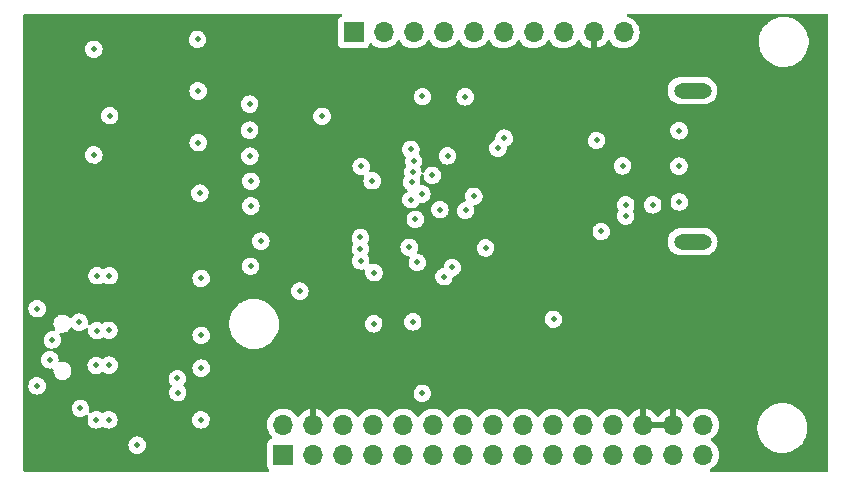
<source format=gbr>
%TF.GenerationSoftware,KiCad,Pcbnew,(6.0.2)*%
%TF.CreationDate,2022-03-17T20:21:47-04:00*%
%TF.ProjectId,sparkboxBreakout,73706172-6b62-46f7-9842-7265616b6f75,rev?*%
%TF.SameCoordinates,Original*%
%TF.FileFunction,Copper,L2,Inr*%
%TF.FilePolarity,Positive*%
%FSLAX46Y46*%
G04 Gerber Fmt 4.6, Leading zero omitted, Abs format (unit mm)*
G04 Created by KiCad (PCBNEW (6.0.2)) date 2022-03-17 20:21:47*
%MOMM*%
%LPD*%
G01*
G04 APERTURE LIST*
%TA.AperFunction,ComponentPad*%
%ADD10R,1.700000X1.700000*%
%TD*%
%TA.AperFunction,ComponentPad*%
%ADD11O,1.700000X1.700000*%
%TD*%
%TA.AperFunction,ComponentPad*%
%ADD12O,3.200000X1.300000*%
%TD*%
%TA.AperFunction,ViaPad*%
%ADD13C,0.460000*%
%TD*%
G04 APERTURE END LIST*
D10*
%TO.N,FMC_DA0*%
%TO.C,J4*%
X114100000Y-116850000D03*
D11*
%TO.N,unconnected-(J4-Pad2)*%
X114100000Y-114310000D03*
%TO.N,FMC_DA1*%
X116640000Y-116850000D03*
%TO.N,+3V3*%
X116640000Y-114310000D03*
%TO.N,FMC_DA2*%
X119180000Y-116850000D03*
%TO.N,GND*%
X119180000Y-114310000D03*
%TO.N,FMC_DA3*%
X121720000Y-116850000D03*
%TO.N,FMC_NBL0*%
X121720000Y-114310000D03*
%TO.N,FMC_DA4*%
X124260000Y-116850000D03*
%TO.N,FMC_NBL1*%
X124260000Y-114310000D03*
%TO.N,FMC_DA5*%
X126800000Y-116850000D03*
%TO.N,FMC_NL*%
X126800000Y-114310000D03*
%TO.N,FMC_DA6*%
X129340000Y-116850000D03*
%TO.N,FMC_NWE*%
X129340000Y-114310000D03*
%TO.N,FMC_DA7*%
X131880000Y-116850000D03*
%TO.N,FMC_NOE*%
X131880000Y-114310000D03*
%TO.N,FMC_DA8*%
X134420000Y-116850000D03*
%TO.N,FMC_NE2*%
X134420000Y-114310000D03*
%TO.N,FMC_DA9*%
X136960000Y-116850000D03*
%TO.N,GND*%
X136960000Y-114310000D03*
%TO.N,FMC_DA10*%
X139500000Y-116850000D03*
%TO.N,GND*%
X139500000Y-114310000D03*
%TO.N,FMC_DA11*%
X142040000Y-116850000D03*
%TO.N,GND*%
X142040000Y-114310000D03*
%TO.N,FMC_DA12*%
X144580000Y-116850000D03*
%TO.N,+3V3*%
X144580000Y-114310000D03*
%TO.N,FMC_DA13*%
X147120000Y-116850000D03*
%TO.N,+3V3*%
X147120000Y-114310000D03*
%TO.N,FMC_DA14*%
X149660000Y-116850000D03*
%TO.N,FMC_DA15*%
X149660000Y-114310000D03*
%TD*%
D10*
%TO.N,+3.3VA*%
%TO.C,J3*%
X120075000Y-81100000D03*
D11*
%TO.N,DAC_1*%
X122615000Y-81100000D03*
%TO.N,DAC_2*%
X125155000Y-81100000D03*
%TO.N,+5V*%
X127695000Y-81100000D03*
%TO.N,I2C_SDA*%
X130235000Y-81100000D03*
%TO.N,I2C_SCL*%
X132775000Y-81100000D03*
%TO.N,SWCLK*%
X135315000Y-81100000D03*
%TO.N,SWDIO*%
X137855000Y-81100000D03*
%TO.N,+3V3*%
X140395000Y-81100000D03*
%TO.N,GND*%
X142935000Y-81100000D03*
%TD*%
D12*
%TO.N,GND*%
%TO.C,J2*%
X148775000Y-98825000D03*
X148775000Y-86025000D03*
%TD*%
D13*
%TO.N,FMC_DA4*%
X125900000Y-111650000D03*
%TO.N,DAC_2*%
X126750000Y-93200000D03*
%TO.N,DAC_1*%
X125850000Y-94775000D03*
%TO.N,FMC_NBL1*%
X127375000Y-96100000D03*
X125475000Y-100575000D03*
%TO.N,FMC_NBL0*%
X128025000Y-91550000D03*
X121775000Y-105775000D03*
%TO.N,FMC_DA1*%
X128425000Y-101000000D03*
%TO.N,FMC_DA0*%
X127725000Y-101775000D03*
%TO.N,FMC_DA3*%
X130250000Y-94975000D03*
%TO.N,FMC_DA2*%
X129550000Y-96175000D03*
%TO.N,FMC_NL*%
X131250000Y-99350000D03*
%TO.N,FMC_NWE*%
X132300000Y-90900000D03*
%TO.N,FMC_NOE*%
X132825000Y-90050000D03*
%TO.N,FMC_NE2*%
X141050000Y-97950000D03*
%TO.N,BUTTON_USER*%
X124786362Y-99290939D03*
%TO.N,NRST*%
X125300000Y-96925000D03*
%TO.N,+5V*%
X145400000Y-95700000D03*
%TO.N,LED5*%
X125075000Y-92925000D03*
%TO.N,LED6*%
X124987094Y-93762906D03*
%TO.N,LED7*%
X124925000Y-95250000D03*
%TO.N,LED4*%
X125150000Y-92000000D03*
%TO.N,GND*%
X120650000Y-98450000D03*
%TO.N,BUTTON_USER*%
X111350000Y-100900000D03*
%TO.N,NRST*%
X112225000Y-98775000D03*
%TO.N,LED7*%
X111375000Y-95800000D03*
%TO.N,LED6*%
X111375000Y-93700000D03*
%TO.N,LED5*%
X111300000Y-91575000D03*
%TO.N,LED4*%
X111275000Y-89375000D03*
%TO.N,LED3*%
X111275000Y-87175000D03*
X124925000Y-91000000D03*
%TO.N,GND*%
X107175000Y-101925000D03*
X107175000Y-106750000D03*
X107175000Y-109525000D03*
X96950000Y-112925000D03*
X101750000Y-116050000D03*
X107150000Y-113900000D03*
%TO.N,+3V3*%
X105175000Y-105325000D03*
X105150000Y-102750000D03*
X105150000Y-104025000D03*
X124945000Y-86525000D03*
%TO.N,GND*%
X125905000Y-86525000D03*
X129525000Y-86550000D03*
X142850000Y-92400000D03*
X147625000Y-92425000D03*
X147625000Y-89425000D03*
%TO.N,USB_FS_VBUS*%
X147650000Y-95450000D03*
X143112500Y-95700000D03*
%TO.N,GND*%
X143100000Y-96650000D03*
%TO.N,+3V3*%
X139490000Y-88975000D03*
%TO.N,GND*%
X140650000Y-90245000D03*
%TO.N,+3V3*%
X143775000Y-99075000D03*
X138250000Y-104270000D03*
%TO.N,GND*%
X137005000Y-105375000D03*
%TO.N,+3V3*%
X126055000Y-105600000D03*
%TO.N,GND*%
X125095000Y-105600000D03*
X121800000Y-101435000D03*
X115525000Y-103000000D03*
X117400000Y-88200000D03*
%TO.N,+3V3*%
X121650000Y-94630000D03*
%TO.N,GND*%
X121650000Y-93670000D03*
%TO.N,+3V3*%
X121680000Y-92450000D03*
%TO.N,GND*%
X120720000Y-92450000D03*
X98075000Y-91475000D03*
X99425000Y-88150000D03*
X98075000Y-82525000D03*
%TO.N,+3V3*%
X98025000Y-97125000D03*
%TO.N,GND*%
X106865000Y-81685000D03*
X106915000Y-86060000D03*
X106915000Y-90435000D03*
X107065000Y-94710000D03*
%TO.N,+3.3VA*%
X120675000Y-100445000D03*
X120650000Y-99405000D03*
X105150000Y-110400000D03*
X105175000Y-111600000D03*
%TO.N,GND*%
X98350000Y-101700000D03*
X99400000Y-101700000D03*
X93275000Y-104480000D03*
X93275000Y-111020000D03*
X94350000Y-108825000D03*
X98275000Y-109300000D03*
X99375000Y-109275000D03*
%TO.N,+5V*%
X96850000Y-105625000D03*
X98300000Y-113900000D03*
X99350000Y-113900000D03*
X99350000Y-106325000D03*
X98325000Y-106350000D03*
X94575000Y-107125000D03*
%TD*%
%TA.AperFunction,Conductor*%
%TO.N,+3V3*%
G36*
X119061946Y-79553002D02*
G01*
X119108439Y-79606658D01*
X119118543Y-79676932D01*
X119089049Y-79741512D01*
X119038054Y-79776982D01*
X118986705Y-79796232D01*
X118986704Y-79796233D01*
X118978295Y-79799385D01*
X118861739Y-79886739D01*
X118774385Y-80003295D01*
X118723255Y-80139684D01*
X118716500Y-80201866D01*
X118716500Y-81998134D01*
X118723255Y-82060316D01*
X118774385Y-82196705D01*
X118861739Y-82313261D01*
X118978295Y-82400615D01*
X119114684Y-82451745D01*
X119176866Y-82458500D01*
X120973134Y-82458500D01*
X121035316Y-82451745D01*
X121171705Y-82400615D01*
X121288261Y-82313261D01*
X121375615Y-82196705D01*
X121395451Y-82143792D01*
X121419598Y-82079382D01*
X121462240Y-82022618D01*
X121528802Y-81997918D01*
X121598150Y-82013126D01*
X121632817Y-82041114D01*
X121661250Y-82073938D01*
X121833126Y-82216632D01*
X122026000Y-82329338D01*
X122030825Y-82331180D01*
X122030826Y-82331181D01*
X122063416Y-82343626D01*
X122234692Y-82409030D01*
X122239760Y-82410061D01*
X122239763Y-82410062D01*
X122323400Y-82427078D01*
X122453597Y-82453567D01*
X122458772Y-82453757D01*
X122458774Y-82453757D01*
X122671673Y-82461564D01*
X122671677Y-82461564D01*
X122676837Y-82461753D01*
X122681957Y-82461097D01*
X122681959Y-82461097D01*
X122893288Y-82434025D01*
X122893289Y-82434025D01*
X122898416Y-82433368D01*
X122903366Y-82431883D01*
X123107429Y-82370661D01*
X123107434Y-82370659D01*
X123112384Y-82369174D01*
X123312994Y-82270896D01*
X123494860Y-82141173D01*
X123653096Y-81983489D01*
X123783453Y-81802077D01*
X123784776Y-81803028D01*
X123831645Y-81759857D01*
X123901580Y-81747625D01*
X123967026Y-81775144D01*
X123994875Y-81806994D01*
X124054987Y-81905088D01*
X124201250Y-82073938D01*
X124373126Y-82216632D01*
X124566000Y-82329338D01*
X124570825Y-82331180D01*
X124570826Y-82331181D01*
X124603416Y-82343626D01*
X124774692Y-82409030D01*
X124779760Y-82410061D01*
X124779763Y-82410062D01*
X124863400Y-82427078D01*
X124993597Y-82453567D01*
X124998772Y-82453757D01*
X124998774Y-82453757D01*
X125211673Y-82461564D01*
X125211677Y-82461564D01*
X125216837Y-82461753D01*
X125221957Y-82461097D01*
X125221959Y-82461097D01*
X125433288Y-82434025D01*
X125433289Y-82434025D01*
X125438416Y-82433368D01*
X125443366Y-82431883D01*
X125647429Y-82370661D01*
X125647434Y-82370659D01*
X125652384Y-82369174D01*
X125852994Y-82270896D01*
X126034860Y-82141173D01*
X126193096Y-81983489D01*
X126323453Y-81802077D01*
X126324776Y-81803028D01*
X126371645Y-81759857D01*
X126441580Y-81747625D01*
X126507026Y-81775144D01*
X126534875Y-81806994D01*
X126594987Y-81905088D01*
X126741250Y-82073938D01*
X126913126Y-82216632D01*
X127106000Y-82329338D01*
X127110825Y-82331180D01*
X127110826Y-82331181D01*
X127143416Y-82343626D01*
X127314692Y-82409030D01*
X127319760Y-82410061D01*
X127319763Y-82410062D01*
X127403400Y-82427078D01*
X127533597Y-82453567D01*
X127538772Y-82453757D01*
X127538774Y-82453757D01*
X127751673Y-82461564D01*
X127751677Y-82461564D01*
X127756837Y-82461753D01*
X127761957Y-82461097D01*
X127761959Y-82461097D01*
X127973288Y-82434025D01*
X127973289Y-82434025D01*
X127978416Y-82433368D01*
X127983366Y-82431883D01*
X128187429Y-82370661D01*
X128187434Y-82370659D01*
X128192384Y-82369174D01*
X128392994Y-82270896D01*
X128574860Y-82141173D01*
X128733096Y-81983489D01*
X128863453Y-81802077D01*
X128864776Y-81803028D01*
X128911645Y-81759857D01*
X128981580Y-81747625D01*
X129047026Y-81775144D01*
X129074875Y-81806994D01*
X129134987Y-81905088D01*
X129281250Y-82073938D01*
X129453126Y-82216632D01*
X129646000Y-82329338D01*
X129650825Y-82331180D01*
X129650826Y-82331181D01*
X129683416Y-82343626D01*
X129854692Y-82409030D01*
X129859760Y-82410061D01*
X129859763Y-82410062D01*
X129943400Y-82427078D01*
X130073597Y-82453567D01*
X130078772Y-82453757D01*
X130078774Y-82453757D01*
X130291673Y-82461564D01*
X130291677Y-82461564D01*
X130296837Y-82461753D01*
X130301957Y-82461097D01*
X130301959Y-82461097D01*
X130513288Y-82434025D01*
X130513289Y-82434025D01*
X130518416Y-82433368D01*
X130523366Y-82431883D01*
X130727429Y-82370661D01*
X130727434Y-82370659D01*
X130732384Y-82369174D01*
X130932994Y-82270896D01*
X131114860Y-82141173D01*
X131273096Y-81983489D01*
X131403453Y-81802077D01*
X131404776Y-81803028D01*
X131451645Y-81759857D01*
X131521580Y-81747625D01*
X131587026Y-81775144D01*
X131614875Y-81806994D01*
X131674987Y-81905088D01*
X131821250Y-82073938D01*
X131993126Y-82216632D01*
X132186000Y-82329338D01*
X132190825Y-82331180D01*
X132190826Y-82331181D01*
X132223416Y-82343626D01*
X132394692Y-82409030D01*
X132399760Y-82410061D01*
X132399763Y-82410062D01*
X132483400Y-82427078D01*
X132613597Y-82453567D01*
X132618772Y-82453757D01*
X132618774Y-82453757D01*
X132831673Y-82461564D01*
X132831677Y-82461564D01*
X132836837Y-82461753D01*
X132841957Y-82461097D01*
X132841959Y-82461097D01*
X133053288Y-82434025D01*
X133053289Y-82434025D01*
X133058416Y-82433368D01*
X133063366Y-82431883D01*
X133267429Y-82370661D01*
X133267434Y-82370659D01*
X133272384Y-82369174D01*
X133472994Y-82270896D01*
X133654860Y-82141173D01*
X133813096Y-81983489D01*
X133943453Y-81802077D01*
X133944776Y-81803028D01*
X133991645Y-81759857D01*
X134061580Y-81747625D01*
X134127026Y-81775144D01*
X134154875Y-81806994D01*
X134214987Y-81905088D01*
X134361250Y-82073938D01*
X134533126Y-82216632D01*
X134726000Y-82329338D01*
X134730825Y-82331180D01*
X134730826Y-82331181D01*
X134763416Y-82343626D01*
X134934692Y-82409030D01*
X134939760Y-82410061D01*
X134939763Y-82410062D01*
X135023400Y-82427078D01*
X135153597Y-82453567D01*
X135158772Y-82453757D01*
X135158774Y-82453757D01*
X135371673Y-82461564D01*
X135371677Y-82461564D01*
X135376837Y-82461753D01*
X135381957Y-82461097D01*
X135381959Y-82461097D01*
X135593288Y-82434025D01*
X135593289Y-82434025D01*
X135598416Y-82433368D01*
X135603366Y-82431883D01*
X135807429Y-82370661D01*
X135807434Y-82370659D01*
X135812384Y-82369174D01*
X136012994Y-82270896D01*
X136194860Y-82141173D01*
X136353096Y-81983489D01*
X136483453Y-81802077D01*
X136484776Y-81803028D01*
X136531645Y-81759857D01*
X136601580Y-81747625D01*
X136667026Y-81775144D01*
X136694875Y-81806994D01*
X136754987Y-81905088D01*
X136901250Y-82073938D01*
X137073126Y-82216632D01*
X137266000Y-82329338D01*
X137270825Y-82331180D01*
X137270826Y-82331181D01*
X137303416Y-82343626D01*
X137474692Y-82409030D01*
X137479760Y-82410061D01*
X137479763Y-82410062D01*
X137563400Y-82427078D01*
X137693597Y-82453567D01*
X137698772Y-82453757D01*
X137698774Y-82453757D01*
X137911673Y-82461564D01*
X137911677Y-82461564D01*
X137916837Y-82461753D01*
X137921957Y-82461097D01*
X137921959Y-82461097D01*
X138133288Y-82434025D01*
X138133289Y-82434025D01*
X138138416Y-82433368D01*
X138143366Y-82431883D01*
X138347429Y-82370661D01*
X138347434Y-82370659D01*
X138352384Y-82369174D01*
X138552994Y-82270896D01*
X138734860Y-82141173D01*
X138893096Y-81983489D01*
X139023453Y-81802077D01*
X139024640Y-81802930D01*
X139071960Y-81759362D01*
X139141897Y-81747145D01*
X139207338Y-81774678D01*
X139235166Y-81806511D01*
X139292694Y-81900388D01*
X139298777Y-81908699D01*
X139438213Y-82069667D01*
X139445580Y-82076883D01*
X139609434Y-82212916D01*
X139617881Y-82218831D01*
X139801756Y-82326279D01*
X139811042Y-82330729D01*
X140010001Y-82406703D01*
X140019899Y-82409579D01*
X140123250Y-82430606D01*
X140137299Y-82429410D01*
X140141000Y-82419065D01*
X140141000Y-80972000D01*
X140161002Y-80903879D01*
X140214658Y-80857386D01*
X140267000Y-80846000D01*
X140523000Y-80846000D01*
X140591121Y-80866002D01*
X140637614Y-80919658D01*
X140649000Y-80972000D01*
X140649000Y-82418517D01*
X140653064Y-82432359D01*
X140666478Y-82434393D01*
X140673184Y-82433534D01*
X140683262Y-82431392D01*
X140887255Y-82370191D01*
X140896842Y-82366433D01*
X141088095Y-82272739D01*
X141096945Y-82267464D01*
X141270328Y-82143792D01*
X141278200Y-82137139D01*
X141429052Y-81986812D01*
X141435730Y-81978965D01*
X141563022Y-81801819D01*
X141564279Y-81802722D01*
X141611373Y-81759362D01*
X141681311Y-81747145D01*
X141746751Y-81774678D01*
X141774579Y-81806511D01*
X141834987Y-81905088D01*
X141981250Y-82073938D01*
X142153126Y-82216632D01*
X142346000Y-82329338D01*
X142350825Y-82331180D01*
X142350826Y-82331181D01*
X142383416Y-82343626D01*
X142554692Y-82409030D01*
X142559760Y-82410061D01*
X142559763Y-82410062D01*
X142643400Y-82427078D01*
X142773597Y-82453567D01*
X142778772Y-82453757D01*
X142778774Y-82453757D01*
X142991673Y-82461564D01*
X142991677Y-82461564D01*
X142996837Y-82461753D01*
X143001957Y-82461097D01*
X143001959Y-82461097D01*
X143213288Y-82434025D01*
X143213289Y-82434025D01*
X143218416Y-82433368D01*
X143223366Y-82431883D01*
X143427429Y-82370661D01*
X143427434Y-82370659D01*
X143432384Y-82369174D01*
X143632994Y-82270896D01*
X143814860Y-82141173D01*
X143923710Y-82032703D01*
X154390743Y-82032703D01*
X154391302Y-82036947D01*
X154391302Y-82036951D01*
X154395352Y-82067715D01*
X154428268Y-82317734D01*
X154429401Y-82321874D01*
X154429401Y-82321876D01*
X154441590Y-82366433D01*
X154504129Y-82595036D01*
X154505813Y-82598984D01*
X154609789Y-82842750D01*
X154616923Y-82859476D01*
X154764561Y-83106161D01*
X154944313Y-83330528D01*
X155152851Y-83528423D01*
X155386317Y-83696186D01*
X155390112Y-83698195D01*
X155390113Y-83698196D01*
X155411869Y-83709715D01*
X155640392Y-83830712D01*
X155910373Y-83929511D01*
X156191264Y-83990755D01*
X156219841Y-83993004D01*
X156414282Y-84008307D01*
X156414291Y-84008307D01*
X156416739Y-84008500D01*
X156572271Y-84008500D01*
X156574407Y-84008354D01*
X156574418Y-84008354D01*
X156782548Y-83994165D01*
X156782554Y-83994164D01*
X156786825Y-83993873D01*
X156791020Y-83993004D01*
X156791022Y-83993004D01*
X156927583Y-83964724D01*
X157068342Y-83935574D01*
X157339343Y-83839607D01*
X157594812Y-83707750D01*
X157598313Y-83705289D01*
X157598317Y-83705287D01*
X157712418Y-83625095D01*
X157830023Y-83542441D01*
X158040622Y-83346740D01*
X158222713Y-83124268D01*
X158372927Y-82879142D01*
X158488483Y-82615898D01*
X158567244Y-82339406D01*
X158605633Y-82069667D01*
X158607146Y-82059036D01*
X158607146Y-82059034D01*
X158607751Y-82054784D01*
X158607775Y-82050361D01*
X158609235Y-81771583D01*
X158609235Y-81771576D01*
X158609257Y-81767297D01*
X158608213Y-81759362D01*
X158592190Y-81637660D01*
X158571732Y-81482266D01*
X158495871Y-81204964D01*
X158436894Y-81066695D01*
X158384763Y-80944476D01*
X158384761Y-80944472D01*
X158383077Y-80940524D01*
X158235439Y-80693839D01*
X158055687Y-80469472D01*
X157847149Y-80271577D01*
X157613683Y-80103814D01*
X157591843Y-80092250D01*
X157564041Y-80077530D01*
X157359608Y-79969288D01*
X157224618Y-79919889D01*
X157093658Y-79871964D01*
X157093656Y-79871963D01*
X157089627Y-79870489D01*
X156808736Y-79809245D01*
X156777685Y-79806801D01*
X156585718Y-79791693D01*
X156585709Y-79791693D01*
X156583261Y-79791500D01*
X156427729Y-79791500D01*
X156425593Y-79791646D01*
X156425582Y-79791646D01*
X156217452Y-79805835D01*
X156217446Y-79805836D01*
X156213175Y-79806127D01*
X156208980Y-79806996D01*
X156208978Y-79806996D01*
X156072416Y-79835277D01*
X155931658Y-79864426D01*
X155660657Y-79960393D01*
X155656848Y-79962359D01*
X155433708Y-80077530D01*
X155405188Y-80092250D01*
X155401687Y-80094711D01*
X155401683Y-80094713D01*
X155383859Y-80107240D01*
X155169977Y-80257559D01*
X155154892Y-80271577D01*
X154968193Y-80445069D01*
X154959378Y-80453260D01*
X154777287Y-80675732D01*
X154627073Y-80920858D01*
X154511517Y-81184102D01*
X154432756Y-81460594D01*
X154392249Y-81745216D01*
X154392227Y-81749505D01*
X154392226Y-81749512D01*
X154390765Y-82028417D01*
X154390743Y-82032703D01*
X143923710Y-82032703D01*
X143973096Y-81983489D01*
X144103453Y-81802077D01*
X144113089Y-81782581D01*
X144200136Y-81606453D01*
X144200137Y-81606451D01*
X144202430Y-81601811D01*
X144267370Y-81388069D01*
X144296529Y-81166590D01*
X144298156Y-81100000D01*
X144279852Y-80877361D01*
X144225431Y-80660702D01*
X144136354Y-80455840D01*
X144096906Y-80394862D01*
X144017822Y-80272617D01*
X144017820Y-80272614D01*
X144015014Y-80268277D01*
X143864670Y-80103051D01*
X143860619Y-80099852D01*
X143860615Y-80099848D01*
X143693414Y-79967800D01*
X143693410Y-79967798D01*
X143689359Y-79964598D01*
X143679150Y-79958962D01*
X143637135Y-79935769D01*
X143493789Y-79856638D01*
X143488920Y-79854914D01*
X143488916Y-79854912D01*
X143288087Y-79783795D01*
X143288083Y-79783794D01*
X143283212Y-79782069D01*
X143278117Y-79781161D01*
X143276828Y-79780821D01*
X143216076Y-79744083D01*
X143184829Y-79680333D01*
X143193009Y-79609809D01*
X143238019Y-79554903D01*
X143309010Y-79533000D01*
X160141000Y-79533000D01*
X160209121Y-79553002D01*
X160255614Y-79606658D01*
X160267000Y-79659000D01*
X160267000Y-118166000D01*
X160246998Y-118234121D01*
X160193342Y-118280614D01*
X160141000Y-118292000D01*
X150348202Y-118292000D01*
X150280081Y-118271998D01*
X150233588Y-118218342D01*
X150223484Y-118148068D01*
X150252978Y-118083488D01*
X150292770Y-118052849D01*
X150353346Y-118023173D01*
X150357994Y-118020896D01*
X150539860Y-117891173D01*
X150698096Y-117733489D01*
X150828453Y-117552077D01*
X150849320Y-117509857D01*
X150925136Y-117356453D01*
X150925137Y-117356451D01*
X150927430Y-117351811D01*
X150992370Y-117138069D01*
X151021529Y-116916590D01*
X151023156Y-116850000D01*
X151004852Y-116627361D01*
X150950431Y-116410702D01*
X150861354Y-116205840D01*
X150773961Y-116070751D01*
X150742822Y-116022617D01*
X150742820Y-116022614D01*
X150740014Y-116018277D01*
X150589670Y-115853051D01*
X150585619Y-115849852D01*
X150585615Y-115849848D01*
X150418414Y-115717800D01*
X150418410Y-115717798D01*
X150414359Y-115714598D01*
X150373053Y-115691796D01*
X150323084Y-115641364D01*
X150308312Y-115571921D01*
X150333428Y-115505516D01*
X150360780Y-115478909D01*
X150404603Y-115447650D01*
X150539860Y-115351173D01*
X150565495Y-115325628D01*
X150694435Y-115197137D01*
X150698096Y-115193489D01*
X150757594Y-115110689D01*
X150825435Y-115016277D01*
X150828453Y-115012077D01*
X150841995Y-114984678D01*
X150925136Y-114816453D01*
X150925137Y-114816451D01*
X150927430Y-114811811D01*
X150951465Y-114732703D01*
X154265743Y-114732703D01*
X154266302Y-114736947D01*
X154266302Y-114736951D01*
X154276158Y-114811811D01*
X154303268Y-115017734D01*
X154379129Y-115295036D01*
X154380813Y-115298984D01*
X154487619Y-115549385D01*
X154491923Y-115559476D01*
X154550092Y-115656669D01*
X154603621Y-115746109D01*
X154639561Y-115806161D01*
X154819313Y-116030528D01*
X154942106Y-116147054D01*
X155009702Y-116211200D01*
X155027851Y-116228423D01*
X155261317Y-116396186D01*
X155265112Y-116398195D01*
X155265113Y-116398196D01*
X155286869Y-116409715D01*
X155515392Y-116530712D01*
X155539699Y-116539607D01*
X155779498Y-116627361D01*
X155785373Y-116629511D01*
X156066264Y-116690755D01*
X156094841Y-116693004D01*
X156289282Y-116708307D01*
X156289291Y-116708307D01*
X156291739Y-116708500D01*
X156447271Y-116708500D01*
X156449407Y-116708354D01*
X156449418Y-116708354D01*
X156657548Y-116694165D01*
X156657554Y-116694164D01*
X156661825Y-116693873D01*
X156666020Y-116693004D01*
X156666022Y-116693004D01*
X156802583Y-116664724D01*
X156943342Y-116635574D01*
X157214343Y-116539607D01*
X157469812Y-116407750D01*
X157473313Y-116405289D01*
X157473317Y-116405287D01*
X157587418Y-116325095D01*
X157705023Y-116242441D01*
X157804912Y-116149618D01*
X157912479Y-116049661D01*
X157912481Y-116049658D01*
X157915622Y-116046740D01*
X158097713Y-115824268D01*
X158239216Y-115593357D01*
X158245686Y-115582799D01*
X158247927Y-115579142D01*
X158297136Y-115467042D01*
X158361757Y-115319830D01*
X158363483Y-115315898D01*
X158371647Y-115287240D01*
X158441068Y-115043534D01*
X158442244Y-115039406D01*
X158482751Y-114754784D01*
X158482845Y-114736951D01*
X158484235Y-114471583D01*
X158484235Y-114471576D01*
X158484257Y-114467297D01*
X158477993Y-114419713D01*
X158463107Y-114306646D01*
X158446732Y-114182266D01*
X158370871Y-113904964D01*
X158301510Y-113742350D01*
X158259763Y-113644476D01*
X158259761Y-113644472D01*
X158258077Y-113640524D01*
X158169521Y-113492557D01*
X158112643Y-113397521D01*
X158112640Y-113397517D01*
X158110439Y-113393839D01*
X157930687Y-113169472D01*
X157743743Y-112992069D01*
X157725258Y-112974527D01*
X157725255Y-112974525D01*
X157722149Y-112971577D01*
X157488683Y-112803814D01*
X157466843Y-112792250D01*
X157443654Y-112779972D01*
X157234608Y-112669288D01*
X157048508Y-112601185D01*
X156968658Y-112571964D01*
X156968656Y-112571963D01*
X156964627Y-112570489D01*
X156683736Y-112509245D01*
X156652685Y-112506801D01*
X156460718Y-112491693D01*
X156460709Y-112491693D01*
X156458261Y-112491500D01*
X156302729Y-112491500D01*
X156300593Y-112491646D01*
X156300582Y-112491646D01*
X156092452Y-112505835D01*
X156092446Y-112505836D01*
X156088175Y-112506127D01*
X156083980Y-112506996D01*
X156083978Y-112506996D01*
X155947416Y-112535277D01*
X155806658Y-112564426D01*
X155535657Y-112660393D01*
X155531848Y-112662359D01*
X155374396Y-112743626D01*
X155280188Y-112792250D01*
X155276687Y-112794711D01*
X155276683Y-112794713D01*
X155266594Y-112801804D01*
X155044977Y-112957559D01*
X155005461Y-112994280D01*
X154874038Y-113116406D01*
X154834378Y-113153260D01*
X154652287Y-113375732D01*
X154502073Y-113620858D01*
X154500347Y-113624791D01*
X154500346Y-113624792D01*
X154403990Y-113844297D01*
X154386517Y-113884102D01*
X154385342Y-113888229D01*
X154385341Y-113888230D01*
X154376077Y-113920751D01*
X154307756Y-114160594D01*
X154295662Y-114245574D01*
X154270879Y-114419713D01*
X154267249Y-114445216D01*
X154267227Y-114449505D01*
X154267226Y-114449512D01*
X154265765Y-114728417D01*
X154265743Y-114732703D01*
X150951465Y-114732703D01*
X150992370Y-114598069D01*
X151021529Y-114376590D01*
X151023156Y-114310000D01*
X151004852Y-114087361D01*
X150950431Y-113870702D01*
X150861354Y-113665840D01*
X150759165Y-113507880D01*
X150742822Y-113482617D01*
X150742820Y-113482614D01*
X150740014Y-113478277D01*
X150589670Y-113313051D01*
X150585619Y-113309852D01*
X150585615Y-113309848D01*
X150418414Y-113177800D01*
X150418410Y-113177798D01*
X150414359Y-113174598D01*
X150405074Y-113169472D01*
X150297013Y-113109820D01*
X150218789Y-113066638D01*
X150213920Y-113064914D01*
X150213916Y-113064912D01*
X150013087Y-112993795D01*
X150013083Y-112993794D01*
X150008212Y-112992069D01*
X150003119Y-112991162D01*
X150003116Y-112991161D01*
X149793373Y-112953800D01*
X149793367Y-112953799D01*
X149788284Y-112952894D01*
X149714452Y-112951992D01*
X149570081Y-112950228D01*
X149570079Y-112950228D01*
X149564911Y-112950165D01*
X149344091Y-112983955D01*
X149131756Y-113053357D01*
X149094973Y-113072505D01*
X148945456Y-113150339D01*
X148933607Y-113156507D01*
X148929474Y-113159610D01*
X148929471Y-113159612D01*
X148759100Y-113287530D01*
X148754965Y-113290635D01*
X148734281Y-113312280D01*
X148608068Y-113444354D01*
X148600629Y-113452138D01*
X148597720Y-113456403D01*
X148597714Y-113456411D01*
X148585404Y-113474457D01*
X148493204Y-113609618D01*
X148492898Y-113610066D01*
X148437987Y-113655069D01*
X148367462Y-113663240D01*
X148303715Y-113631986D01*
X148283018Y-113607502D01*
X148202426Y-113482926D01*
X148196136Y-113474757D01*
X148052806Y-113317240D01*
X148045273Y-113310215D01*
X147878139Y-113178222D01*
X147869552Y-113172517D01*
X147683117Y-113069599D01*
X147673705Y-113065369D01*
X147472959Y-112994280D01*
X147462988Y-112991646D01*
X147391837Y-112978972D01*
X147378540Y-112980432D01*
X147374000Y-112994989D01*
X147374000Y-114438000D01*
X147353998Y-114506121D01*
X147300342Y-114552614D01*
X147248000Y-114564000D01*
X144452000Y-114564000D01*
X144383879Y-114543998D01*
X144337386Y-114490342D01*
X144326000Y-114438000D01*
X144326000Y-114037885D01*
X144834000Y-114037885D01*
X144838475Y-114053124D01*
X144839865Y-114054329D01*
X144847548Y-114056000D01*
X146847885Y-114056000D01*
X146863124Y-114051525D01*
X146864329Y-114050135D01*
X146866000Y-114042452D01*
X146866000Y-112993102D01*
X146862082Y-112979758D01*
X146847806Y-112977771D01*
X146809324Y-112983660D01*
X146799288Y-112986051D01*
X146596868Y-113052212D01*
X146587359Y-113056209D01*
X146398463Y-113154542D01*
X146389738Y-113160036D01*
X146219433Y-113287905D01*
X146211726Y-113294748D01*
X146064590Y-113448717D01*
X146058104Y-113456727D01*
X145953193Y-113610521D01*
X145898282Y-113655524D01*
X145827757Y-113663695D01*
X145764010Y-113632441D01*
X145743313Y-113607957D01*
X145662427Y-113482926D01*
X145656136Y-113474757D01*
X145512806Y-113317240D01*
X145505273Y-113310215D01*
X145338139Y-113178222D01*
X145329552Y-113172517D01*
X145143117Y-113069599D01*
X145133705Y-113065369D01*
X144932959Y-112994280D01*
X144922988Y-112991646D01*
X144851837Y-112978972D01*
X144838540Y-112980432D01*
X144834000Y-112994989D01*
X144834000Y-114037885D01*
X144326000Y-114037885D01*
X144326000Y-112993102D01*
X144322082Y-112979758D01*
X144307806Y-112977771D01*
X144269324Y-112983660D01*
X144259288Y-112986051D01*
X144056868Y-113052212D01*
X144047359Y-113056209D01*
X143858463Y-113154542D01*
X143849738Y-113160036D01*
X143679433Y-113287905D01*
X143671726Y-113294748D01*
X143524590Y-113448717D01*
X143518109Y-113456722D01*
X143413498Y-113610074D01*
X143358587Y-113655076D01*
X143288062Y-113663247D01*
X143224315Y-113631993D01*
X143203618Y-113607509D01*
X143122822Y-113482617D01*
X143122820Y-113482614D01*
X143120014Y-113478277D01*
X142969670Y-113313051D01*
X142965619Y-113309852D01*
X142965615Y-113309848D01*
X142798414Y-113177800D01*
X142798410Y-113177798D01*
X142794359Y-113174598D01*
X142785074Y-113169472D01*
X142677013Y-113109820D01*
X142598789Y-113066638D01*
X142593920Y-113064914D01*
X142593916Y-113064912D01*
X142393087Y-112993795D01*
X142393083Y-112993794D01*
X142388212Y-112992069D01*
X142383119Y-112991162D01*
X142383116Y-112991161D01*
X142173373Y-112953800D01*
X142173367Y-112953799D01*
X142168284Y-112952894D01*
X142094452Y-112951992D01*
X141950081Y-112950228D01*
X141950079Y-112950228D01*
X141944911Y-112950165D01*
X141724091Y-112983955D01*
X141511756Y-113053357D01*
X141474973Y-113072505D01*
X141325456Y-113150339D01*
X141313607Y-113156507D01*
X141309474Y-113159610D01*
X141309471Y-113159612D01*
X141139100Y-113287530D01*
X141134965Y-113290635D01*
X141114281Y-113312280D01*
X140988068Y-113444354D01*
X140980629Y-113452138D01*
X140873201Y-113609621D01*
X140818293Y-113654621D01*
X140747768Y-113662792D01*
X140684021Y-113631538D01*
X140663324Y-113607054D01*
X140582822Y-113482617D01*
X140582820Y-113482614D01*
X140580014Y-113478277D01*
X140429670Y-113313051D01*
X140425619Y-113309852D01*
X140425615Y-113309848D01*
X140258414Y-113177800D01*
X140258410Y-113177798D01*
X140254359Y-113174598D01*
X140245074Y-113169472D01*
X140137013Y-113109820D01*
X140058789Y-113066638D01*
X140053920Y-113064914D01*
X140053916Y-113064912D01*
X139853087Y-112993795D01*
X139853083Y-112993794D01*
X139848212Y-112992069D01*
X139843119Y-112991162D01*
X139843116Y-112991161D01*
X139633373Y-112953800D01*
X139633367Y-112953799D01*
X139628284Y-112952894D01*
X139554452Y-112951992D01*
X139410081Y-112950228D01*
X139410079Y-112950228D01*
X139404911Y-112950165D01*
X139184091Y-112983955D01*
X138971756Y-113053357D01*
X138934973Y-113072505D01*
X138785456Y-113150339D01*
X138773607Y-113156507D01*
X138769474Y-113159610D01*
X138769471Y-113159612D01*
X138599100Y-113287530D01*
X138594965Y-113290635D01*
X138574281Y-113312280D01*
X138448068Y-113444354D01*
X138440629Y-113452138D01*
X138333201Y-113609621D01*
X138278293Y-113654621D01*
X138207768Y-113662792D01*
X138144021Y-113631538D01*
X138123324Y-113607054D01*
X138042822Y-113482617D01*
X138042820Y-113482614D01*
X138040014Y-113478277D01*
X137889670Y-113313051D01*
X137885619Y-113309852D01*
X137885615Y-113309848D01*
X137718414Y-113177800D01*
X137718410Y-113177798D01*
X137714359Y-113174598D01*
X137705074Y-113169472D01*
X137597013Y-113109820D01*
X137518789Y-113066638D01*
X137513920Y-113064914D01*
X137513916Y-113064912D01*
X137313087Y-112993795D01*
X137313083Y-112993794D01*
X137308212Y-112992069D01*
X137303119Y-112991162D01*
X137303116Y-112991161D01*
X137093373Y-112953800D01*
X137093367Y-112953799D01*
X137088284Y-112952894D01*
X137014452Y-112951992D01*
X136870081Y-112950228D01*
X136870079Y-112950228D01*
X136864911Y-112950165D01*
X136644091Y-112983955D01*
X136431756Y-113053357D01*
X136394973Y-113072505D01*
X136245456Y-113150339D01*
X136233607Y-113156507D01*
X136229474Y-113159610D01*
X136229471Y-113159612D01*
X136059100Y-113287530D01*
X136054965Y-113290635D01*
X136034281Y-113312280D01*
X135908068Y-113444354D01*
X135900629Y-113452138D01*
X135793201Y-113609621D01*
X135738293Y-113654621D01*
X135667768Y-113662792D01*
X135604021Y-113631538D01*
X135583324Y-113607054D01*
X135502822Y-113482617D01*
X135502820Y-113482614D01*
X135500014Y-113478277D01*
X135349670Y-113313051D01*
X135345619Y-113309852D01*
X135345615Y-113309848D01*
X135178414Y-113177800D01*
X135178410Y-113177798D01*
X135174359Y-113174598D01*
X135165074Y-113169472D01*
X135057013Y-113109820D01*
X134978789Y-113066638D01*
X134973920Y-113064914D01*
X134973916Y-113064912D01*
X134773087Y-112993795D01*
X134773083Y-112993794D01*
X134768212Y-112992069D01*
X134763119Y-112991162D01*
X134763116Y-112991161D01*
X134553373Y-112953800D01*
X134553367Y-112953799D01*
X134548284Y-112952894D01*
X134474452Y-112951992D01*
X134330081Y-112950228D01*
X134330079Y-112950228D01*
X134324911Y-112950165D01*
X134104091Y-112983955D01*
X133891756Y-113053357D01*
X133854973Y-113072505D01*
X133705456Y-113150339D01*
X133693607Y-113156507D01*
X133689474Y-113159610D01*
X133689471Y-113159612D01*
X133519100Y-113287530D01*
X133514965Y-113290635D01*
X133494281Y-113312280D01*
X133368068Y-113444354D01*
X133360629Y-113452138D01*
X133253201Y-113609621D01*
X133198293Y-113654621D01*
X133127768Y-113662792D01*
X133064021Y-113631538D01*
X133043324Y-113607054D01*
X132962822Y-113482617D01*
X132962820Y-113482614D01*
X132960014Y-113478277D01*
X132809670Y-113313051D01*
X132805619Y-113309852D01*
X132805615Y-113309848D01*
X132638414Y-113177800D01*
X132638410Y-113177798D01*
X132634359Y-113174598D01*
X132625074Y-113169472D01*
X132517013Y-113109820D01*
X132438789Y-113066638D01*
X132433920Y-113064914D01*
X132433916Y-113064912D01*
X132233087Y-112993795D01*
X132233083Y-112993794D01*
X132228212Y-112992069D01*
X132223119Y-112991162D01*
X132223116Y-112991161D01*
X132013373Y-112953800D01*
X132013367Y-112953799D01*
X132008284Y-112952894D01*
X131934452Y-112951992D01*
X131790081Y-112950228D01*
X131790079Y-112950228D01*
X131784911Y-112950165D01*
X131564091Y-112983955D01*
X131351756Y-113053357D01*
X131314973Y-113072505D01*
X131165456Y-113150339D01*
X131153607Y-113156507D01*
X131149474Y-113159610D01*
X131149471Y-113159612D01*
X130979100Y-113287530D01*
X130974965Y-113290635D01*
X130954281Y-113312280D01*
X130828068Y-113444354D01*
X130820629Y-113452138D01*
X130713201Y-113609621D01*
X130658293Y-113654621D01*
X130587768Y-113662792D01*
X130524021Y-113631538D01*
X130503324Y-113607054D01*
X130422822Y-113482617D01*
X130422820Y-113482614D01*
X130420014Y-113478277D01*
X130269670Y-113313051D01*
X130265619Y-113309852D01*
X130265615Y-113309848D01*
X130098414Y-113177800D01*
X130098410Y-113177798D01*
X130094359Y-113174598D01*
X130085074Y-113169472D01*
X129977013Y-113109820D01*
X129898789Y-113066638D01*
X129893920Y-113064914D01*
X129893916Y-113064912D01*
X129693087Y-112993795D01*
X129693083Y-112993794D01*
X129688212Y-112992069D01*
X129683119Y-112991162D01*
X129683116Y-112991161D01*
X129473373Y-112953800D01*
X129473367Y-112953799D01*
X129468284Y-112952894D01*
X129394452Y-112951992D01*
X129250081Y-112950228D01*
X129250079Y-112950228D01*
X129244911Y-112950165D01*
X129024091Y-112983955D01*
X128811756Y-113053357D01*
X128774973Y-113072505D01*
X128625456Y-113150339D01*
X128613607Y-113156507D01*
X128609474Y-113159610D01*
X128609471Y-113159612D01*
X128439100Y-113287530D01*
X128434965Y-113290635D01*
X128414281Y-113312280D01*
X128288068Y-113444354D01*
X128280629Y-113452138D01*
X128173201Y-113609621D01*
X128118293Y-113654621D01*
X128047768Y-113662792D01*
X127984021Y-113631538D01*
X127963324Y-113607054D01*
X127882822Y-113482617D01*
X127882820Y-113482614D01*
X127880014Y-113478277D01*
X127729670Y-113313051D01*
X127725619Y-113309852D01*
X127725615Y-113309848D01*
X127558414Y-113177800D01*
X127558410Y-113177798D01*
X127554359Y-113174598D01*
X127545074Y-113169472D01*
X127437013Y-113109820D01*
X127358789Y-113066638D01*
X127353920Y-113064914D01*
X127353916Y-113064912D01*
X127153087Y-112993795D01*
X127153083Y-112993794D01*
X127148212Y-112992069D01*
X127143119Y-112991162D01*
X127143116Y-112991161D01*
X126933373Y-112953800D01*
X126933367Y-112953799D01*
X126928284Y-112952894D01*
X126854452Y-112951992D01*
X126710081Y-112950228D01*
X126710079Y-112950228D01*
X126704911Y-112950165D01*
X126484091Y-112983955D01*
X126271756Y-113053357D01*
X126234973Y-113072505D01*
X126085456Y-113150339D01*
X126073607Y-113156507D01*
X126069474Y-113159610D01*
X126069471Y-113159612D01*
X125899100Y-113287530D01*
X125894965Y-113290635D01*
X125874281Y-113312280D01*
X125748068Y-113444354D01*
X125740629Y-113452138D01*
X125633201Y-113609621D01*
X125578293Y-113654621D01*
X125507768Y-113662792D01*
X125444021Y-113631538D01*
X125423324Y-113607054D01*
X125342822Y-113482617D01*
X125342820Y-113482614D01*
X125340014Y-113478277D01*
X125189670Y-113313051D01*
X125185619Y-113309852D01*
X125185615Y-113309848D01*
X125018414Y-113177800D01*
X125018410Y-113177798D01*
X125014359Y-113174598D01*
X125005074Y-113169472D01*
X124897013Y-113109820D01*
X124818789Y-113066638D01*
X124813920Y-113064914D01*
X124813916Y-113064912D01*
X124613087Y-112993795D01*
X124613083Y-112993794D01*
X124608212Y-112992069D01*
X124603119Y-112991162D01*
X124603116Y-112991161D01*
X124393373Y-112953800D01*
X124393367Y-112953799D01*
X124388284Y-112952894D01*
X124314452Y-112951992D01*
X124170081Y-112950228D01*
X124170079Y-112950228D01*
X124164911Y-112950165D01*
X123944091Y-112983955D01*
X123731756Y-113053357D01*
X123694973Y-113072505D01*
X123545456Y-113150339D01*
X123533607Y-113156507D01*
X123529474Y-113159610D01*
X123529471Y-113159612D01*
X123359100Y-113287530D01*
X123354965Y-113290635D01*
X123334281Y-113312280D01*
X123208068Y-113444354D01*
X123200629Y-113452138D01*
X123093201Y-113609621D01*
X123038293Y-113654621D01*
X122967768Y-113662792D01*
X122904021Y-113631538D01*
X122883324Y-113607054D01*
X122802822Y-113482617D01*
X122802820Y-113482614D01*
X122800014Y-113478277D01*
X122649670Y-113313051D01*
X122645619Y-113309852D01*
X122645615Y-113309848D01*
X122478414Y-113177800D01*
X122478410Y-113177798D01*
X122474359Y-113174598D01*
X122465074Y-113169472D01*
X122357013Y-113109820D01*
X122278789Y-113066638D01*
X122273920Y-113064914D01*
X122273916Y-113064912D01*
X122073087Y-112993795D01*
X122073083Y-112993794D01*
X122068212Y-112992069D01*
X122063119Y-112991162D01*
X122063116Y-112991161D01*
X121853373Y-112953800D01*
X121853367Y-112953799D01*
X121848284Y-112952894D01*
X121774452Y-112951992D01*
X121630081Y-112950228D01*
X121630079Y-112950228D01*
X121624911Y-112950165D01*
X121404091Y-112983955D01*
X121191756Y-113053357D01*
X121154973Y-113072505D01*
X121005456Y-113150339D01*
X120993607Y-113156507D01*
X120989474Y-113159610D01*
X120989471Y-113159612D01*
X120819100Y-113287530D01*
X120814965Y-113290635D01*
X120794281Y-113312280D01*
X120668068Y-113444354D01*
X120660629Y-113452138D01*
X120553201Y-113609621D01*
X120498293Y-113654621D01*
X120427768Y-113662792D01*
X120364021Y-113631538D01*
X120343324Y-113607054D01*
X120262822Y-113482617D01*
X120262820Y-113482614D01*
X120260014Y-113478277D01*
X120109670Y-113313051D01*
X120105619Y-113309852D01*
X120105615Y-113309848D01*
X119938414Y-113177800D01*
X119938410Y-113177798D01*
X119934359Y-113174598D01*
X119925074Y-113169472D01*
X119817013Y-113109820D01*
X119738789Y-113066638D01*
X119733920Y-113064914D01*
X119733916Y-113064912D01*
X119533087Y-112993795D01*
X119533083Y-112993794D01*
X119528212Y-112992069D01*
X119523119Y-112991162D01*
X119523116Y-112991161D01*
X119313373Y-112953800D01*
X119313367Y-112953799D01*
X119308284Y-112952894D01*
X119234452Y-112951992D01*
X119090081Y-112950228D01*
X119090079Y-112950228D01*
X119084911Y-112950165D01*
X118864091Y-112983955D01*
X118651756Y-113053357D01*
X118614973Y-113072505D01*
X118465456Y-113150339D01*
X118453607Y-113156507D01*
X118449474Y-113159610D01*
X118449471Y-113159612D01*
X118279100Y-113287530D01*
X118274965Y-113290635D01*
X118254281Y-113312280D01*
X118128068Y-113444354D01*
X118120629Y-113452138D01*
X118117720Y-113456403D01*
X118117714Y-113456411D01*
X118105404Y-113474457D01*
X118013204Y-113609618D01*
X118012898Y-113610066D01*
X117957987Y-113655069D01*
X117887462Y-113663240D01*
X117823715Y-113631986D01*
X117803018Y-113607502D01*
X117722426Y-113482926D01*
X117716136Y-113474757D01*
X117572806Y-113317240D01*
X117565273Y-113310215D01*
X117398139Y-113178222D01*
X117389552Y-113172517D01*
X117203117Y-113069599D01*
X117193705Y-113065369D01*
X116992959Y-112994280D01*
X116982988Y-112991646D01*
X116911837Y-112978972D01*
X116898540Y-112980432D01*
X116894000Y-112994989D01*
X116894000Y-114438000D01*
X116873998Y-114506121D01*
X116820342Y-114552614D01*
X116768000Y-114564000D01*
X116512000Y-114564000D01*
X116443879Y-114543998D01*
X116397386Y-114490342D01*
X116386000Y-114438000D01*
X116386000Y-112993102D01*
X116382082Y-112979758D01*
X116367806Y-112977771D01*
X116329324Y-112983660D01*
X116319288Y-112986051D01*
X116116868Y-113052212D01*
X116107359Y-113056209D01*
X115918463Y-113154542D01*
X115909738Y-113160036D01*
X115739433Y-113287905D01*
X115731726Y-113294748D01*
X115584590Y-113448717D01*
X115578109Y-113456722D01*
X115473498Y-113610074D01*
X115418587Y-113655076D01*
X115348062Y-113663247D01*
X115284315Y-113631993D01*
X115263618Y-113607509D01*
X115182822Y-113482617D01*
X115182820Y-113482614D01*
X115180014Y-113478277D01*
X115029670Y-113313051D01*
X115025619Y-113309852D01*
X115025615Y-113309848D01*
X114858414Y-113177800D01*
X114858410Y-113177798D01*
X114854359Y-113174598D01*
X114845074Y-113169472D01*
X114737013Y-113109820D01*
X114658789Y-113066638D01*
X114653920Y-113064914D01*
X114653916Y-113064912D01*
X114453087Y-112993795D01*
X114453083Y-112993794D01*
X114448212Y-112992069D01*
X114443119Y-112991162D01*
X114443116Y-112991161D01*
X114233373Y-112953800D01*
X114233367Y-112953799D01*
X114228284Y-112952894D01*
X114154452Y-112951992D01*
X114010081Y-112950228D01*
X114010079Y-112950228D01*
X114004911Y-112950165D01*
X113784091Y-112983955D01*
X113571756Y-113053357D01*
X113534973Y-113072505D01*
X113385456Y-113150339D01*
X113373607Y-113156507D01*
X113369474Y-113159610D01*
X113369471Y-113159612D01*
X113199100Y-113287530D01*
X113194965Y-113290635D01*
X113174281Y-113312280D01*
X113048068Y-113444354D01*
X113040629Y-113452138D01*
X113037720Y-113456403D01*
X113037714Y-113456411D01*
X112975839Y-113547117D01*
X112914743Y-113636680D01*
X112820688Y-113839305D01*
X112760989Y-114054570D01*
X112737251Y-114276695D01*
X112737548Y-114281848D01*
X112737548Y-114281851D01*
X112749382Y-114487097D01*
X112750110Y-114499715D01*
X112751247Y-114504761D01*
X112751248Y-114504767D01*
X112764450Y-114563346D01*
X112799222Y-114717639D01*
X112883266Y-114924616D01*
X112934019Y-115007438D01*
X112997291Y-115110688D01*
X112999987Y-115115088D01*
X113146250Y-115283938D01*
X113150230Y-115287242D01*
X113154981Y-115291187D01*
X113194616Y-115350090D01*
X113196113Y-115421071D01*
X113158997Y-115481593D01*
X113118725Y-115506112D01*
X113071129Y-115523955D01*
X113003295Y-115549385D01*
X112886739Y-115636739D01*
X112799385Y-115753295D01*
X112748255Y-115889684D01*
X112741500Y-115951866D01*
X112741500Y-117748134D01*
X112748255Y-117810316D01*
X112799385Y-117946705D01*
X112886739Y-118063261D01*
X112893919Y-118068642D01*
X112900269Y-118074992D01*
X112898187Y-118077074D01*
X112931803Y-118122022D01*
X112936835Y-118192840D01*
X112902781Y-118255137D01*
X112840453Y-118289133D01*
X112813727Y-118292000D01*
X92209000Y-118292000D01*
X92140879Y-118271998D01*
X92094386Y-118218342D01*
X92083000Y-118166000D01*
X92083000Y-116039624D01*
X101006899Y-116039624D01*
X101023067Y-116204514D01*
X101075364Y-116361725D01*
X101161192Y-116503443D01*
X101166083Y-116508508D01*
X101166084Y-116508509D01*
X101189313Y-116532563D01*
X101276284Y-116622625D01*
X101282176Y-116626480D01*
X101282180Y-116626484D01*
X101409024Y-116709488D01*
X101414920Y-116713346D01*
X101421524Y-116715802D01*
X101421526Y-116715803D01*
X101492565Y-116742222D01*
X101570210Y-116771098D01*
X101734436Y-116793010D01*
X101741447Y-116792372D01*
X101741451Y-116792372D01*
X101892415Y-116778633D01*
X101899436Y-116777994D01*
X101906138Y-116775816D01*
X101906140Y-116775816D01*
X102050309Y-116728973D01*
X102050312Y-116728972D01*
X102057008Y-116726796D01*
X102126881Y-116685143D01*
X102193267Y-116645570D01*
X102193270Y-116645568D01*
X102199322Y-116641960D01*
X102306803Y-116539607D01*
X102314200Y-116532563D01*
X102314202Y-116532561D01*
X102319304Y-116527702D01*
X102410990Y-116389703D01*
X102449214Y-116289078D01*
X102467325Y-116241402D01*
X102467326Y-116241400D01*
X102469825Y-116234820D01*
X102481799Y-116149618D01*
X102492332Y-116074675D01*
X102492333Y-116074668D01*
X102492883Y-116070751D01*
X102493173Y-116050000D01*
X102474705Y-115885351D01*
X102420218Y-115728886D01*
X102409732Y-115712104D01*
X102336153Y-115594354D01*
X102332420Y-115588380D01*
X102315811Y-115571654D01*
X102250724Y-115506112D01*
X102215675Y-115470817D01*
X102205520Y-115464372D01*
X102146050Y-115426632D01*
X102075786Y-115382041D01*
X101977771Y-115347139D01*
X101926338Y-115328824D01*
X101926336Y-115328823D01*
X101919704Y-115326462D01*
X101912718Y-115325629D01*
X101912714Y-115325628D01*
X101796491Y-115311770D01*
X101755188Y-115306845D01*
X101748186Y-115307581D01*
X101748184Y-115307581D01*
X101597415Y-115323428D01*
X101597413Y-115323428D01*
X101590415Y-115324164D01*
X101433572Y-115377557D01*
X101420141Y-115385820D01*
X101298459Y-115460679D01*
X101298456Y-115460681D01*
X101292457Y-115464372D01*
X101174082Y-115580293D01*
X101084331Y-115719559D01*
X101081920Y-115726182D01*
X101081919Y-115726185D01*
X101030075Y-115868626D01*
X101030074Y-115868631D01*
X101027665Y-115875249D01*
X101006899Y-116039624D01*
X92083000Y-116039624D01*
X92083000Y-112914624D01*
X96206899Y-112914624D01*
X96223067Y-113079514D01*
X96275364Y-113236725D01*
X96279013Y-113242750D01*
X96357541Y-113372414D01*
X96361192Y-113378443D01*
X96366083Y-113383508D01*
X96366084Y-113383509D01*
X96376060Y-113393839D01*
X96476284Y-113497625D01*
X96482176Y-113501480D01*
X96482180Y-113501484D01*
X96609024Y-113584488D01*
X96614920Y-113588346D01*
X96621524Y-113590802D01*
X96621526Y-113590803D01*
X96690325Y-113616389D01*
X96770210Y-113646098D01*
X96934436Y-113668010D01*
X96941447Y-113667372D01*
X96941451Y-113667372D01*
X97092415Y-113653633D01*
X97099436Y-113652994D01*
X97106138Y-113650816D01*
X97106140Y-113650816D01*
X97250309Y-113603973D01*
X97250312Y-113603972D01*
X97257008Y-113601796D01*
X97399322Y-113516960D01*
X97404430Y-113512096D01*
X97409984Y-113507880D01*
X97476337Y-113482625D01*
X97545810Y-113497252D01*
X97596347Y-113547117D01*
X97611902Y-113616389D01*
X97604569Y-113651330D01*
X97577665Y-113725249D01*
X97556899Y-113889624D01*
X97573067Y-114054514D01*
X97575291Y-114061199D01*
X97575291Y-114061200D01*
X97599215Y-114133119D01*
X97625364Y-114211725D01*
X97629013Y-114217750D01*
X97682851Y-114306646D01*
X97711192Y-114353443D01*
X97826284Y-114472625D01*
X97832176Y-114476480D01*
X97832180Y-114476484D01*
X97959024Y-114559488D01*
X97964920Y-114563346D01*
X97971524Y-114565802D01*
X97971526Y-114565803D01*
X98042565Y-114592222D01*
X98120210Y-114621098D01*
X98284436Y-114643010D01*
X98291447Y-114642372D01*
X98291451Y-114642372D01*
X98442415Y-114628633D01*
X98449436Y-114627994D01*
X98456138Y-114625816D01*
X98456140Y-114625816D01*
X98600309Y-114578973D01*
X98600312Y-114578972D01*
X98607008Y-114576796D01*
X98736313Y-114499715D01*
X98743275Y-114495565D01*
X98743277Y-114495564D01*
X98749322Y-114491960D01*
X98751685Y-114489710D01*
X98816643Y-114464989D01*
X98886115Y-114479619D01*
X98895459Y-114485173D01*
X98998520Y-114552614D01*
X99014920Y-114563346D01*
X99021524Y-114565802D01*
X99021526Y-114565803D01*
X99092565Y-114592222D01*
X99170210Y-114621098D01*
X99334436Y-114643010D01*
X99341447Y-114642372D01*
X99341451Y-114642372D01*
X99492415Y-114628633D01*
X99499436Y-114627994D01*
X99506138Y-114625816D01*
X99506140Y-114625816D01*
X99650309Y-114578973D01*
X99650312Y-114578972D01*
X99657008Y-114576796D01*
X99775567Y-114506121D01*
X99793267Y-114495570D01*
X99793270Y-114495568D01*
X99799322Y-114491960D01*
X99875188Y-114419713D01*
X99914200Y-114382563D01*
X99914202Y-114382561D01*
X99919304Y-114377702D01*
X100010990Y-114239703D01*
X100049214Y-114139078D01*
X100067325Y-114091402D01*
X100067326Y-114091400D01*
X100069825Y-114084820D01*
X100073145Y-114061200D01*
X100092332Y-113924675D01*
X100092333Y-113924668D01*
X100092883Y-113920751D01*
X100093173Y-113900000D01*
X100092009Y-113889624D01*
X106406899Y-113889624D01*
X106423067Y-114054514D01*
X106425291Y-114061199D01*
X106425291Y-114061200D01*
X106449216Y-114133120D01*
X106475364Y-114211725D01*
X106479013Y-114217750D01*
X106532851Y-114306646D01*
X106561192Y-114353443D01*
X106676284Y-114472625D01*
X106682176Y-114476480D01*
X106682180Y-114476484D01*
X106809024Y-114559488D01*
X106814920Y-114563346D01*
X106821524Y-114565802D01*
X106821526Y-114565803D01*
X106892565Y-114592222D01*
X106970210Y-114621098D01*
X107134436Y-114643010D01*
X107141447Y-114642372D01*
X107141451Y-114642372D01*
X107292415Y-114628633D01*
X107299436Y-114627994D01*
X107306138Y-114625816D01*
X107306140Y-114625816D01*
X107450309Y-114578973D01*
X107450312Y-114578972D01*
X107457008Y-114576796D01*
X107575567Y-114506121D01*
X107593267Y-114495570D01*
X107593270Y-114495568D01*
X107599322Y-114491960D01*
X107675188Y-114419713D01*
X107714200Y-114382563D01*
X107714202Y-114382561D01*
X107719304Y-114377702D01*
X107810990Y-114239703D01*
X107849214Y-114139078D01*
X107867325Y-114091402D01*
X107867326Y-114091400D01*
X107869825Y-114084820D01*
X107873145Y-114061200D01*
X107892332Y-113924675D01*
X107892333Y-113924668D01*
X107892883Y-113920751D01*
X107893173Y-113900000D01*
X107874705Y-113735351D01*
X107820218Y-113578886D01*
X107783778Y-113520569D01*
X107736153Y-113444354D01*
X107732420Y-113438380D01*
X107615675Y-113320817D01*
X107608210Y-113316079D01*
X107527253Y-113264703D01*
X107475786Y-113232041D01*
X107379150Y-113197630D01*
X107326338Y-113178824D01*
X107326336Y-113178823D01*
X107319704Y-113176462D01*
X107312718Y-113175629D01*
X107312714Y-113175628D01*
X107196501Y-113161771D01*
X107155188Y-113156845D01*
X107148186Y-113157581D01*
X107148184Y-113157581D01*
X106997415Y-113173428D01*
X106997413Y-113173428D01*
X106990415Y-113174164D01*
X106833572Y-113227557D01*
X106781168Y-113259796D01*
X106698459Y-113310679D01*
X106698456Y-113310681D01*
X106692457Y-113314372D01*
X106574082Y-113430293D01*
X106570263Y-113436218D01*
X106570262Y-113436220D01*
X106530930Y-113497252D01*
X106484331Y-113569559D01*
X106481920Y-113576182D01*
X106481919Y-113576185D01*
X106430075Y-113718626D01*
X106430074Y-113718631D01*
X106427665Y-113725249D01*
X106406899Y-113889624D01*
X100092009Y-113889624D01*
X100074705Y-113735351D01*
X100020218Y-113578886D01*
X99983778Y-113520569D01*
X99936153Y-113444354D01*
X99932420Y-113438380D01*
X99815675Y-113320817D01*
X99808210Y-113316079D01*
X99727253Y-113264703D01*
X99675786Y-113232041D01*
X99579150Y-113197630D01*
X99526338Y-113178824D01*
X99526336Y-113178823D01*
X99519704Y-113176462D01*
X99512718Y-113175629D01*
X99512714Y-113175628D01*
X99396501Y-113161771D01*
X99355188Y-113156845D01*
X99348186Y-113157581D01*
X99348184Y-113157581D01*
X99197415Y-113173428D01*
X99197413Y-113173428D01*
X99190415Y-113174164D01*
X99033572Y-113227557D01*
X98892457Y-113314372D01*
X98891170Y-113312280D01*
X98835811Y-113334229D01*
X98766143Y-113320560D01*
X98756748Y-113315152D01*
X98625786Y-113232041D01*
X98529150Y-113197630D01*
X98476338Y-113178824D01*
X98476336Y-113178823D01*
X98469704Y-113176462D01*
X98462718Y-113175629D01*
X98462714Y-113175628D01*
X98346501Y-113161771D01*
X98305188Y-113156845D01*
X98298186Y-113157581D01*
X98298184Y-113157581D01*
X98147415Y-113173428D01*
X98147413Y-113173428D01*
X98140415Y-113174164D01*
X97983572Y-113227557D01*
X97842457Y-113314372D01*
X97840145Y-113316636D01*
X97775555Y-113342256D01*
X97705884Y-113328598D01*
X97654657Y-113279442D01*
X97638138Y-113210394D01*
X97646188Y-113172046D01*
X97667324Y-113116406D01*
X97667326Y-113116399D01*
X97669825Y-113109820D01*
X97676072Y-113065369D01*
X97692332Y-112949675D01*
X97692333Y-112949668D01*
X97692883Y-112945751D01*
X97693173Y-112925000D01*
X97674705Y-112760351D01*
X97620218Y-112603886D01*
X97532420Y-112463380D01*
X97415675Y-112345817D01*
X97405520Y-112339372D01*
X97310345Y-112278973D01*
X97275786Y-112257041D01*
X97179136Y-112222625D01*
X97126338Y-112203824D01*
X97126336Y-112203823D01*
X97119704Y-112201462D01*
X97112718Y-112200629D01*
X97112714Y-112200628D01*
X96996501Y-112186771D01*
X96955188Y-112181845D01*
X96948186Y-112182581D01*
X96948184Y-112182581D01*
X96797415Y-112198428D01*
X96797413Y-112198428D01*
X96790415Y-112199164D01*
X96633572Y-112252557D01*
X96594172Y-112276796D01*
X96498459Y-112335679D01*
X96498456Y-112335681D01*
X96492457Y-112339372D01*
X96374082Y-112455293D01*
X96284331Y-112594559D01*
X96281920Y-112601182D01*
X96281919Y-112601185D01*
X96230075Y-112743626D01*
X96230074Y-112743631D01*
X96227665Y-112750249D01*
X96206899Y-112914624D01*
X92083000Y-112914624D01*
X92083000Y-111009624D01*
X92531899Y-111009624D01*
X92548067Y-111174514D01*
X92550291Y-111181199D01*
X92550291Y-111181200D01*
X92554667Y-111194354D01*
X92600364Y-111331725D01*
X92604013Y-111337750D01*
X92663123Y-111435351D01*
X92686192Y-111473443D01*
X92801284Y-111592625D01*
X92807176Y-111596480D01*
X92807180Y-111596484D01*
X92926669Y-111674675D01*
X92939920Y-111683346D01*
X92946524Y-111685802D01*
X92946526Y-111685803D01*
X93017565Y-111712222D01*
X93095210Y-111741098D01*
X93259436Y-111763010D01*
X93266447Y-111762372D01*
X93266451Y-111762372D01*
X93417415Y-111748633D01*
X93424436Y-111747994D01*
X93431138Y-111745816D01*
X93431140Y-111745816D01*
X93575309Y-111698973D01*
X93575312Y-111698972D01*
X93582008Y-111696796D01*
X93660509Y-111650000D01*
X93718267Y-111615570D01*
X93718270Y-111615568D01*
X93724322Y-111611960D01*
X93789118Y-111550255D01*
X93839200Y-111502563D01*
X93839202Y-111502561D01*
X93844304Y-111497702D01*
X93935990Y-111359703D01*
X93994825Y-111204820D01*
X93996296Y-111194354D01*
X94017332Y-111044675D01*
X94017333Y-111044668D01*
X94017883Y-111040751D01*
X94018173Y-111020000D01*
X93999705Y-110855351D01*
X93945218Y-110698886D01*
X93878055Y-110591402D01*
X93861153Y-110564354D01*
X93857420Y-110558380D01*
X93740675Y-110440817D01*
X93732028Y-110435329D01*
X93682601Y-110403962D01*
X93600786Y-110352041D01*
X93504150Y-110317630D01*
X93451338Y-110298824D01*
X93451336Y-110298823D01*
X93444704Y-110296462D01*
X93437718Y-110295629D01*
X93437714Y-110295628D01*
X93321501Y-110281771D01*
X93280188Y-110276845D01*
X93273186Y-110277581D01*
X93273184Y-110277581D01*
X93122415Y-110293428D01*
X93122413Y-110293428D01*
X93115415Y-110294164D01*
X92958572Y-110347557D01*
X92945141Y-110355820D01*
X92823459Y-110430679D01*
X92823456Y-110430681D01*
X92817457Y-110434372D01*
X92699082Y-110550293D01*
X92609331Y-110689559D01*
X92606920Y-110696182D01*
X92606919Y-110696185D01*
X92555075Y-110838626D01*
X92555074Y-110838631D01*
X92552665Y-110845249D01*
X92531899Y-111009624D01*
X92083000Y-111009624D01*
X92083000Y-108814624D01*
X93606899Y-108814624D01*
X93623067Y-108979514D01*
X93625291Y-108986199D01*
X93625291Y-108986200D01*
X93631868Y-109005970D01*
X93675364Y-109136725D01*
X93761192Y-109278443D01*
X93876284Y-109397625D01*
X93882176Y-109401480D01*
X93882180Y-109401484D01*
X93979208Y-109464977D01*
X94014920Y-109488346D01*
X94021524Y-109490802D01*
X94021526Y-109490803D01*
X94066773Y-109507630D01*
X94170210Y-109546098D01*
X94334436Y-109568010D01*
X94341447Y-109567372D01*
X94341451Y-109567372D01*
X94492415Y-109553633D01*
X94499436Y-109552994D01*
X94506140Y-109550816D01*
X94513037Y-109549400D01*
X94513371Y-109551027D01*
X94575695Y-109549244D01*
X94636494Y-109585904D01*
X94667822Y-109649615D01*
X94669426Y-109678905D01*
X94662453Y-109791298D01*
X94663693Y-109798514D01*
X94663693Y-109798516D01*
X94687355Y-109936220D01*
X94692406Y-109965614D01*
X94761657Y-110128364D01*
X94765990Y-110134252D01*
X94765993Y-110134257D01*
X94815201Y-110201122D01*
X94866492Y-110270818D01*
X94872070Y-110275557D01*
X94872073Y-110275560D01*
X94995706Y-110380594D01*
X94995710Y-110380597D01*
X95001285Y-110385333D01*
X95062889Y-110416790D01*
X95152292Y-110462442D01*
X95152294Y-110462443D01*
X95158808Y-110465769D01*
X95165913Y-110467508D01*
X95165917Y-110467509D01*
X95248238Y-110487652D01*
X95330610Y-110507808D01*
X95336212Y-110508156D01*
X95336215Y-110508156D01*
X95339825Y-110508380D01*
X95339835Y-110508380D01*
X95341764Y-110508500D01*
X95469293Y-110508500D01*
X95539036Y-110500369D01*
X95593411Y-110494030D01*
X95593415Y-110494029D01*
X95600681Y-110493182D01*
X95607556Y-110490687D01*
X95607558Y-110490686D01*
X95760061Y-110435329D01*
X95760062Y-110435329D01*
X95766937Y-110432833D01*
X95773054Y-110428822D01*
X95773057Y-110428821D01*
X95832842Y-110389624D01*
X104406899Y-110389624D01*
X104423067Y-110554514D01*
X104475364Y-110711725D01*
X104479013Y-110717750D01*
X104556230Y-110845249D01*
X104561192Y-110853443D01*
X104566084Y-110858509D01*
X104566088Y-110858514D01*
X104630098Y-110924799D01*
X104663030Y-110987695D01*
X104656730Y-111058412D01*
X104627619Y-111102348D01*
X104599082Y-111130293D01*
X104595263Y-111136218D01*
X104595262Y-111136220D01*
X104566859Y-111180293D01*
X104509331Y-111269559D01*
X104506920Y-111276182D01*
X104506919Y-111276185D01*
X104455075Y-111418626D01*
X104455074Y-111418631D01*
X104452665Y-111425249D01*
X104431899Y-111589624D01*
X104448067Y-111754514D01*
X104500364Y-111911725D01*
X104504013Y-111917750D01*
X104543600Y-111983115D01*
X104586192Y-112053443D01*
X104701284Y-112172625D01*
X104707176Y-112176480D01*
X104707180Y-112176484D01*
X104830285Y-112257041D01*
X104839920Y-112263346D01*
X104846524Y-112265802D01*
X104846526Y-112265803D01*
X104917565Y-112292222D01*
X104995210Y-112321098D01*
X105159436Y-112343010D01*
X105166447Y-112342372D01*
X105166451Y-112342372D01*
X105317415Y-112328633D01*
X105324436Y-112327994D01*
X105331138Y-112325816D01*
X105331140Y-112325816D01*
X105475309Y-112278973D01*
X105475312Y-112278972D01*
X105482008Y-112276796D01*
X105551881Y-112235143D01*
X105618267Y-112195570D01*
X105618270Y-112195568D01*
X105624322Y-112191960D01*
X105711954Y-112108509D01*
X105739200Y-112082563D01*
X105739202Y-112082561D01*
X105744304Y-112077702D01*
X105835990Y-111939703D01*
X105887344Y-111804514D01*
X105892325Y-111791402D01*
X105892326Y-111791400D01*
X105894825Y-111784820D01*
X105899911Y-111748633D01*
X105915231Y-111639624D01*
X125156899Y-111639624D01*
X125173067Y-111804514D01*
X125225364Y-111961725D01*
X125229013Y-111967750D01*
X125298547Y-112082563D01*
X125311192Y-112103443D01*
X125426284Y-112222625D01*
X125432176Y-112226480D01*
X125432180Y-112226484D01*
X125559024Y-112309488D01*
X125564920Y-112313346D01*
X125571524Y-112315802D01*
X125571526Y-112315803D01*
X125624971Y-112335679D01*
X125720210Y-112371098D01*
X125884436Y-112393010D01*
X125891447Y-112392372D01*
X125891451Y-112392372D01*
X126042415Y-112378633D01*
X126049436Y-112377994D01*
X126056138Y-112375816D01*
X126056140Y-112375816D01*
X126200309Y-112328973D01*
X126200312Y-112328972D01*
X126207008Y-112326796D01*
X126313447Y-112263346D01*
X126343267Y-112245570D01*
X126343270Y-112245568D01*
X126349322Y-112241960D01*
X126418078Y-112176484D01*
X126464200Y-112132563D01*
X126464202Y-112132561D01*
X126469304Y-112127702D01*
X126560990Y-111989703D01*
X126619825Y-111834820D01*
X126630048Y-111762078D01*
X126642332Y-111674675D01*
X126642333Y-111674668D01*
X126642883Y-111670751D01*
X126643173Y-111650000D01*
X126624705Y-111485351D01*
X126622323Y-111478509D01*
X126582994Y-111365574D01*
X126570218Y-111328886D01*
X126538975Y-111278886D01*
X126486153Y-111194354D01*
X126482420Y-111188380D01*
X126468651Y-111174514D01*
X126419839Y-111125361D01*
X126365675Y-111070817D01*
X126355520Y-111064372D01*
X126280299Y-111016636D01*
X126225786Y-110982041D01*
X126129150Y-110947630D01*
X126076338Y-110928824D01*
X126076336Y-110928823D01*
X126069704Y-110926462D01*
X126062718Y-110925629D01*
X126062714Y-110925628D01*
X125946501Y-110911771D01*
X125905188Y-110906845D01*
X125898186Y-110907581D01*
X125898184Y-110907581D01*
X125747415Y-110923428D01*
X125747413Y-110923428D01*
X125740415Y-110924164D01*
X125583572Y-110977557D01*
X125558103Y-110993226D01*
X125448459Y-111060679D01*
X125448456Y-111060681D01*
X125442457Y-111064372D01*
X125324082Y-111180293D01*
X125320263Y-111186218D01*
X125320262Y-111186220D01*
X125279206Y-111249926D01*
X125234331Y-111319559D01*
X125231920Y-111326182D01*
X125231919Y-111326185D01*
X125180075Y-111468626D01*
X125180074Y-111468631D01*
X125177665Y-111475249D01*
X125156899Y-111639624D01*
X105915231Y-111639624D01*
X105917332Y-111624675D01*
X105917333Y-111624668D01*
X105917883Y-111620751D01*
X105918173Y-111600000D01*
X105899705Y-111435351D01*
X105845218Y-111278886D01*
X105792397Y-111194354D01*
X105761153Y-111144354D01*
X105757420Y-111138380D01*
X105696510Y-111077043D01*
X105662703Y-111014612D01*
X105668015Y-110943814D01*
X105699022Y-110897016D01*
X105719304Y-110877702D01*
X105810990Y-110739703D01*
X105869825Y-110584820D01*
X105873541Y-110558380D01*
X105892332Y-110424675D01*
X105892333Y-110424668D01*
X105892883Y-110420751D01*
X105893173Y-110400000D01*
X105874705Y-110235351D01*
X105866841Y-110212767D01*
X105828087Y-110101484D01*
X105820218Y-110078886D01*
X105797402Y-110042372D01*
X105736153Y-109944354D01*
X105732420Y-109938380D01*
X105615675Y-109820817D01*
X105605520Y-109814372D01*
X105509510Y-109753443D01*
X105475786Y-109732041D01*
X105379150Y-109697630D01*
X105326338Y-109678824D01*
X105326336Y-109678823D01*
X105319704Y-109676462D01*
X105312718Y-109675629D01*
X105312714Y-109675628D01*
X105196501Y-109661771D01*
X105155188Y-109656845D01*
X105148186Y-109657581D01*
X105148184Y-109657581D01*
X104997415Y-109673428D01*
X104997413Y-109673428D01*
X104990415Y-109674164D01*
X104833572Y-109727557D01*
X104792700Y-109752702D01*
X104698459Y-109810679D01*
X104698456Y-109810681D01*
X104692457Y-109814372D01*
X104574082Y-109930293D01*
X104570263Y-109936218D01*
X104570262Y-109936220D01*
X104533257Y-109993641D01*
X104484331Y-110069559D01*
X104481920Y-110076182D01*
X104481919Y-110076185D01*
X104430075Y-110218626D01*
X104430074Y-110218631D01*
X104427665Y-110225249D01*
X104406899Y-110389624D01*
X95832842Y-110389624D01*
X95908733Y-110339868D01*
X95908734Y-110339867D01*
X95914852Y-110335856D01*
X96036490Y-110207453D01*
X96125326Y-110054510D01*
X96129003Y-110042372D01*
X96174473Y-109892239D01*
X96176595Y-109885233D01*
X96187547Y-109708702D01*
X96183681Y-109686200D01*
X96158834Y-109541602D01*
X96158834Y-109541601D01*
X96157594Y-109534386D01*
X96088343Y-109371636D01*
X96084010Y-109365748D01*
X96084007Y-109365743D01*
X96027989Y-109289624D01*
X97531899Y-109289624D01*
X97548067Y-109454514D01*
X97550291Y-109461199D01*
X97550291Y-109461200D01*
X97572396Y-109527651D01*
X97600364Y-109611725D01*
X97686192Y-109753443D01*
X97801284Y-109872625D01*
X97807176Y-109876480D01*
X97807180Y-109876484D01*
X97934024Y-109959488D01*
X97939920Y-109963346D01*
X97946524Y-109965802D01*
X97946526Y-109965803D01*
X98017565Y-109992222D01*
X98095210Y-110021098D01*
X98259436Y-110043010D01*
X98266447Y-110042372D01*
X98266451Y-110042372D01*
X98417415Y-110028633D01*
X98424436Y-110027994D01*
X98431138Y-110025816D01*
X98431140Y-110025816D01*
X98575309Y-109978973D01*
X98575312Y-109978972D01*
X98582008Y-109976796D01*
X98652980Y-109934488D01*
X98718267Y-109895570D01*
X98718270Y-109895568D01*
X98724322Y-109891960D01*
X98751673Y-109865914D01*
X98814796Y-109833423D01*
X98885467Y-109840216D01*
X98907554Y-109851728D01*
X98936348Y-109870570D01*
X99032333Y-109933381D01*
X99039920Y-109938346D01*
X99046524Y-109940802D01*
X99046526Y-109940803D01*
X99093838Y-109958398D01*
X99195210Y-109996098D01*
X99359436Y-110018010D01*
X99366447Y-110017372D01*
X99366451Y-110017372D01*
X99517415Y-110003633D01*
X99524436Y-110002994D01*
X99531138Y-110000816D01*
X99531140Y-110000816D01*
X99675309Y-109953973D01*
X99675312Y-109953972D01*
X99682008Y-109951796D01*
X99782384Y-109891960D01*
X99818267Y-109870570D01*
X99818270Y-109870568D01*
X99824322Y-109866960D01*
X99896195Y-109798516D01*
X99939200Y-109757563D01*
X99939202Y-109757561D01*
X99944304Y-109752702D01*
X100035990Y-109614703D01*
X100074007Y-109514624D01*
X106431899Y-109514624D01*
X106448067Y-109679514D01*
X106450291Y-109686199D01*
X106450291Y-109686200D01*
X106460338Y-109716402D01*
X106500364Y-109836725D01*
X106504013Y-109842750D01*
X106560621Y-109936220D01*
X106586192Y-109978443D01*
X106591083Y-109983508D01*
X106591084Y-109983509D01*
X106634660Y-110028633D01*
X106701284Y-110097625D01*
X106707176Y-110101480D01*
X106707180Y-110101484D01*
X106757263Y-110134257D01*
X106839920Y-110188346D01*
X106846524Y-110190802D01*
X106846526Y-110190803D01*
X106891297Y-110207453D01*
X106995210Y-110246098D01*
X107159436Y-110268010D01*
X107166447Y-110267372D01*
X107166451Y-110267372D01*
X107317415Y-110253633D01*
X107324436Y-110252994D01*
X107331138Y-110250816D01*
X107331140Y-110250816D01*
X107475309Y-110203973D01*
X107475312Y-110203972D01*
X107482008Y-110201796D01*
X107551881Y-110160143D01*
X107618267Y-110120570D01*
X107618270Y-110120568D01*
X107624322Y-110116960D01*
X107702647Y-110042372D01*
X107739200Y-110007563D01*
X107739202Y-110007561D01*
X107744304Y-110002702D01*
X107835990Y-109864703D01*
X107880765Y-109746832D01*
X107892325Y-109716402D01*
X107892326Y-109716400D01*
X107894825Y-109709820D01*
X107899084Y-109679514D01*
X107917332Y-109549675D01*
X107917333Y-109549668D01*
X107917883Y-109545751D01*
X107918173Y-109525000D01*
X107899705Y-109360351D01*
X107845218Y-109203886D01*
X107757420Y-109063380D01*
X107640675Y-108945817D01*
X107630520Y-108939372D01*
X107519531Y-108868937D01*
X107500786Y-108857041D01*
X107404150Y-108822630D01*
X107351338Y-108803824D01*
X107351336Y-108803823D01*
X107344704Y-108801462D01*
X107337718Y-108800629D01*
X107337714Y-108800628D01*
X107221501Y-108786771D01*
X107180188Y-108781845D01*
X107173186Y-108782581D01*
X107173184Y-108782581D01*
X107022415Y-108798428D01*
X107022413Y-108798428D01*
X107015415Y-108799164D01*
X106858572Y-108852557D01*
X106845141Y-108860820D01*
X106723459Y-108935679D01*
X106723456Y-108935681D01*
X106717457Y-108939372D01*
X106599082Y-109055293D01*
X106595263Y-109061218D01*
X106595262Y-109061220D01*
X106590020Y-109069354D01*
X106509331Y-109194559D01*
X106506920Y-109201182D01*
X106506919Y-109201185D01*
X106455075Y-109343626D01*
X106455074Y-109343631D01*
X106452665Y-109350249D01*
X106431899Y-109514624D01*
X100074007Y-109514624D01*
X100083989Y-109488346D01*
X100092325Y-109466402D01*
X100092326Y-109466400D01*
X100094825Y-109459820D01*
X100096556Y-109447505D01*
X100117332Y-109299675D01*
X100117333Y-109299668D01*
X100117883Y-109295751D01*
X100118054Y-109283509D01*
X100118118Y-109278962D01*
X100118118Y-109278956D01*
X100118173Y-109275000D01*
X100099705Y-109110351D01*
X100045218Y-108953886D01*
X99984703Y-108857041D01*
X99961153Y-108819354D01*
X99957420Y-108813380D01*
X99947931Y-108803824D01*
X99884894Y-108740346D01*
X99840675Y-108695817D01*
X99830520Y-108689372D01*
X99758435Y-108643626D01*
X99700786Y-108607041D01*
X99604150Y-108572630D01*
X99551338Y-108553824D01*
X99551336Y-108553823D01*
X99544704Y-108551462D01*
X99537718Y-108550629D01*
X99537714Y-108550628D01*
X99421501Y-108536771D01*
X99380188Y-108531845D01*
X99373186Y-108532581D01*
X99373184Y-108532581D01*
X99222415Y-108548428D01*
X99222413Y-108548428D01*
X99215415Y-108549164D01*
X99058572Y-108602557D01*
X99014491Y-108629676D01*
X98975446Y-108653697D01*
X98917457Y-108689372D01*
X98912428Y-108694297D01*
X98912420Y-108694303D01*
X98899482Y-108706974D01*
X98836818Y-108740346D01*
X98766059Y-108734541D01*
X98741088Y-108720166D01*
X98740675Y-108720817D01*
X98600786Y-108632041D01*
X98504150Y-108597630D01*
X98451338Y-108578824D01*
X98451336Y-108578823D01*
X98444704Y-108576462D01*
X98437718Y-108575629D01*
X98437714Y-108575628D01*
X98321501Y-108561771D01*
X98280188Y-108556845D01*
X98273186Y-108557581D01*
X98273184Y-108557581D01*
X98122415Y-108573428D01*
X98122413Y-108573428D01*
X98115415Y-108574164D01*
X97958572Y-108627557D01*
X97921687Y-108650249D01*
X97823459Y-108710679D01*
X97823456Y-108710681D01*
X97817457Y-108714372D01*
X97699082Y-108830293D01*
X97695263Y-108836218D01*
X97695262Y-108836220D01*
X97655636Y-108897708D01*
X97609331Y-108969559D01*
X97606920Y-108976182D01*
X97606919Y-108976185D01*
X97555075Y-109118626D01*
X97555074Y-109118631D01*
X97552665Y-109125249D01*
X97531899Y-109289624D01*
X96027989Y-109289624D01*
X95987846Y-109235077D01*
X95983508Y-109229182D01*
X95977930Y-109224443D01*
X95977927Y-109224440D01*
X95854294Y-109119406D01*
X95854290Y-109119403D01*
X95848715Y-109114667D01*
X95755693Y-109067167D01*
X95697708Y-109037558D01*
X95697706Y-109037557D01*
X95691192Y-109034231D01*
X95684087Y-109032492D01*
X95684083Y-109032491D01*
X95591431Y-109009820D01*
X95519390Y-108992192D01*
X95513788Y-108991844D01*
X95513785Y-108991844D01*
X95510175Y-108991620D01*
X95510165Y-108991620D01*
X95508236Y-108991500D01*
X95380707Y-108991500D01*
X95310964Y-108999631D01*
X95256589Y-109005970D01*
X95256585Y-109005971D01*
X95249319Y-109006818D01*
X95243096Y-109009077D01*
X95172487Y-109005296D01*
X95114899Y-108963774D01*
X95088901Y-108897708D01*
X95089625Y-108868937D01*
X95092331Y-108849680D01*
X95092331Y-108849677D01*
X95092883Y-108845751D01*
X95093173Y-108825000D01*
X95074705Y-108660351D01*
X95066163Y-108635820D01*
X95036495Y-108550628D01*
X95020218Y-108503886D01*
X94932420Y-108363380D01*
X94815675Y-108245817D01*
X94805520Y-108239372D01*
X94761447Y-108211403D01*
X94675786Y-108157041D01*
X94545507Y-108110650D01*
X94488043Y-108068955D01*
X94462243Y-108002812D01*
X94476298Y-107933221D01*
X94525747Y-107882276D01*
X94576354Y-107866470D01*
X94724436Y-107852994D01*
X94731138Y-107850816D01*
X94731140Y-107850816D01*
X94875309Y-107803973D01*
X94875312Y-107803972D01*
X94882008Y-107801796D01*
X94951881Y-107760143D01*
X95018267Y-107720570D01*
X95018270Y-107720568D01*
X95024322Y-107716960D01*
X95089118Y-107655255D01*
X95139200Y-107607563D01*
X95139202Y-107607561D01*
X95144304Y-107602702D01*
X95235990Y-107464703D01*
X95282616Y-107341960D01*
X95292325Y-107316402D01*
X95292326Y-107316400D01*
X95294825Y-107309820D01*
X95317883Y-107145751D01*
X95318173Y-107125000D01*
X95299705Y-106960351D01*
X95245218Y-106803886D01*
X95216420Y-106757799D01*
X95175628Y-106692518D01*
X95156492Y-106624148D01*
X95177357Y-106556287D01*
X95231599Y-106510479D01*
X95301996Y-106501268D01*
X95312406Y-106503354D01*
X95330610Y-106507808D01*
X95336212Y-106508156D01*
X95336215Y-106508156D01*
X95339825Y-106508380D01*
X95339835Y-106508380D01*
X95341764Y-106508500D01*
X95469293Y-106508500D01*
X95539036Y-106500369D01*
X95593411Y-106494030D01*
X95593415Y-106494029D01*
X95600681Y-106493182D01*
X95607556Y-106490687D01*
X95607558Y-106490686D01*
X95760061Y-106435329D01*
X95760062Y-106435329D01*
X95766937Y-106432833D01*
X95773054Y-106428822D01*
X95773057Y-106428821D01*
X95908733Y-106339868D01*
X95908734Y-106339867D01*
X95914852Y-106335856D01*
X96036490Y-106207453D01*
X96083920Y-106125796D01*
X96135431Y-106076938D01*
X96205180Y-106063684D01*
X96271021Y-106090244D01*
X96283510Y-106101554D01*
X96376284Y-106197625D01*
X96382176Y-106201480D01*
X96382180Y-106201484D01*
X96509024Y-106284488D01*
X96514920Y-106288346D01*
X96521524Y-106290802D01*
X96521526Y-106290803D01*
X96592565Y-106317222D01*
X96670210Y-106346098D01*
X96834436Y-106368010D01*
X96841447Y-106367372D01*
X96841451Y-106367372D01*
X96992415Y-106353633D01*
X96999436Y-106352994D01*
X97006138Y-106350816D01*
X97006140Y-106350816D01*
X97150309Y-106303973D01*
X97150312Y-106303972D01*
X97157008Y-106301796D01*
X97271561Y-106233509D01*
X97293267Y-106220570D01*
X97293270Y-106220568D01*
X97299322Y-106216960D01*
X97381911Y-106138311D01*
X97445035Y-106105818D01*
X97515706Y-106112611D01*
X97571486Y-106156534D01*
X97594664Y-106223640D01*
X97593809Y-106245348D01*
X97581899Y-106339624D01*
X97598067Y-106504514D01*
X97600291Y-106511199D01*
X97600291Y-106511200D01*
X97619394Y-106568626D01*
X97650364Y-106661725D01*
X97654013Y-106667750D01*
X97730812Y-106794559D01*
X97736192Y-106803443D01*
X97851284Y-106922625D01*
X97857176Y-106926480D01*
X97857180Y-106926484D01*
X97984024Y-107009488D01*
X97989920Y-107013346D01*
X97996524Y-107015802D01*
X97996526Y-107015803D01*
X98067565Y-107042222D01*
X98145210Y-107071098D01*
X98309436Y-107093010D01*
X98316447Y-107092372D01*
X98316451Y-107092372D01*
X98467415Y-107078633D01*
X98474436Y-107077994D01*
X98481138Y-107075816D01*
X98481140Y-107075816D01*
X98625309Y-107028973D01*
X98625312Y-107028972D01*
X98632008Y-107026796D01*
X98774322Y-106941960D01*
X98779424Y-106937101D01*
X98781398Y-106935603D01*
X98847751Y-106910348D01*
X98917224Y-106924975D01*
X98926552Y-106930520D01*
X99014920Y-106988346D01*
X99021524Y-106990802D01*
X99021526Y-106990803D01*
X99071769Y-107009488D01*
X99170210Y-107046098D01*
X99334436Y-107068010D01*
X99341447Y-107067372D01*
X99341451Y-107067372D01*
X99492415Y-107053633D01*
X99499436Y-107052994D01*
X99506138Y-107050816D01*
X99506140Y-107050816D01*
X99650309Y-107003973D01*
X99650312Y-107003972D01*
X99657008Y-107001796D01*
X99751335Y-106945566D01*
X99793267Y-106920570D01*
X99793270Y-106920568D01*
X99799322Y-106916960D01*
X99864118Y-106855255D01*
X99914200Y-106807563D01*
X99914202Y-106807561D01*
X99919304Y-106802702D01*
X99961213Y-106739624D01*
X106431899Y-106739624D01*
X106448067Y-106904514D01*
X106450291Y-106911199D01*
X106450291Y-106911200D01*
X106452207Y-106916960D01*
X106500364Y-107061725D01*
X106586192Y-107203443D01*
X106701284Y-107322625D01*
X106707176Y-107326480D01*
X106707180Y-107326484D01*
X106820248Y-107400473D01*
X106839920Y-107413346D01*
X106846524Y-107415802D01*
X106846526Y-107415803D01*
X106884806Y-107430039D01*
X106995210Y-107471098D01*
X107159436Y-107493010D01*
X107166447Y-107492372D01*
X107166451Y-107492372D01*
X107317415Y-107478633D01*
X107324436Y-107477994D01*
X107331138Y-107475816D01*
X107331140Y-107475816D01*
X107475309Y-107428973D01*
X107475312Y-107428972D01*
X107482008Y-107426796D01*
X107551881Y-107385143D01*
X107618267Y-107345570D01*
X107618270Y-107345568D01*
X107624322Y-107341960D01*
X107689896Y-107279514D01*
X107739200Y-107232563D01*
X107739202Y-107232561D01*
X107744304Y-107227702D01*
X107835990Y-107089703D01*
X107894825Y-106934820D01*
X107897335Y-106916960D01*
X107917332Y-106774675D01*
X107917333Y-106774668D01*
X107917883Y-106770751D01*
X107918173Y-106750000D01*
X107899705Y-106585351D01*
X107845218Y-106428886D01*
X107828064Y-106401433D01*
X107761153Y-106294354D01*
X107757420Y-106288380D01*
X107748079Y-106278973D01*
X107677056Y-106207453D01*
X107640675Y-106170817D01*
X107630520Y-106164372D01*
X107583073Y-106134262D01*
X107500786Y-106082041D01*
X107378078Y-106038346D01*
X107351338Y-106028824D01*
X107351336Y-106028823D01*
X107344704Y-106026462D01*
X107337718Y-106025629D01*
X107337714Y-106025628D01*
X107211201Y-106010543D01*
X107180188Y-106006845D01*
X107173186Y-106007581D01*
X107173184Y-106007581D01*
X107022415Y-106023428D01*
X107022413Y-106023428D01*
X107015415Y-106024164D01*
X106858572Y-106077557D01*
X106832428Y-106093641D01*
X106723459Y-106160679D01*
X106723456Y-106160681D01*
X106717457Y-106164372D01*
X106599082Y-106280293D01*
X106595263Y-106286218D01*
X106595262Y-106286220D01*
X106558664Y-106343010D01*
X106509331Y-106419559D01*
X106506920Y-106426182D01*
X106506919Y-106426185D01*
X106455075Y-106568626D01*
X106455074Y-106568631D01*
X106452665Y-106575249D01*
X106431899Y-106739624D01*
X99961213Y-106739624D01*
X100010990Y-106664703D01*
X100066714Y-106518010D01*
X100067325Y-106516402D01*
X100067326Y-106516400D01*
X100069825Y-106509820D01*
X100071027Y-106501268D01*
X100092332Y-106349675D01*
X100092333Y-106349668D01*
X100092883Y-106345751D01*
X100093026Y-106335500D01*
X100093118Y-106328962D01*
X100093118Y-106328956D01*
X100093173Y-106325000D01*
X100074705Y-106160351D01*
X100056515Y-106108115D01*
X100049066Y-106086725D01*
X100020218Y-106003886D01*
X100000512Y-105972349D01*
X99960116Y-105907703D01*
X109540743Y-105907703D01*
X109541302Y-105911947D01*
X109541302Y-105911951D01*
X109549254Y-105972349D01*
X109578268Y-106192734D01*
X109579401Y-106196874D01*
X109579401Y-106196876D01*
X109593067Y-106246832D01*
X109654129Y-106470036D01*
X109655813Y-106473984D01*
X109731045Y-106650361D01*
X109766923Y-106734476D01*
X109808199Y-106803443D01*
X109896061Y-106950249D01*
X109914561Y-106981161D01*
X110094313Y-107205528D01*
X110302851Y-107403423D01*
X110536317Y-107571186D01*
X110540112Y-107573195D01*
X110540113Y-107573196D01*
X110559591Y-107583509D01*
X110790392Y-107705712D01*
X110925383Y-107755112D01*
X111005658Y-107784488D01*
X111060373Y-107804511D01*
X111341264Y-107865755D01*
X111369841Y-107868004D01*
X111564282Y-107883307D01*
X111564291Y-107883307D01*
X111566739Y-107883500D01*
X111722271Y-107883500D01*
X111724407Y-107883354D01*
X111724418Y-107883354D01*
X111932548Y-107869165D01*
X111932554Y-107869164D01*
X111936825Y-107868873D01*
X111941020Y-107868004D01*
X111941022Y-107868004D01*
X112079310Y-107839366D01*
X112218342Y-107810574D01*
X112489343Y-107714607D01*
X112744812Y-107582750D01*
X112748313Y-107580289D01*
X112748317Y-107580287D01*
X112873825Y-107492078D01*
X112980023Y-107417441D01*
X113128450Y-107279514D01*
X113187479Y-107224661D01*
X113187481Y-107224658D01*
X113190622Y-107221740D01*
X113372713Y-106999268D01*
X113522927Y-106754142D01*
X113638483Y-106490898D01*
X113648128Y-106457041D01*
X113684612Y-106328962D01*
X113717244Y-106214406D01*
X113757751Y-105929784D01*
X113757790Y-105922505D01*
X113758617Y-105764624D01*
X121031899Y-105764624D01*
X121048067Y-105929514D01*
X121100364Y-106086725D01*
X121110040Y-106102702D01*
X121179238Y-106216960D01*
X121186192Y-106228443D01*
X121191083Y-106233508D01*
X121191084Y-106233509D01*
X121257028Y-106301796D01*
X121301284Y-106347625D01*
X121307176Y-106351480D01*
X121307180Y-106351484D01*
X121431495Y-106432833D01*
X121439920Y-106438346D01*
X121446524Y-106440802D01*
X121446526Y-106440803D01*
X121488065Y-106456251D01*
X121595210Y-106496098D01*
X121759436Y-106518010D01*
X121766447Y-106517372D01*
X121766451Y-106517372D01*
X121917415Y-106503633D01*
X121924436Y-106502994D01*
X121931138Y-106500816D01*
X121931140Y-106500816D01*
X122075309Y-106453973D01*
X122075312Y-106453972D01*
X122082008Y-106451796D01*
X122193501Y-106385333D01*
X122218267Y-106370570D01*
X122218270Y-106370568D01*
X122224322Y-106366960D01*
X122306839Y-106288380D01*
X122339200Y-106257563D01*
X122339202Y-106257561D01*
X122344304Y-106252702D01*
X122435990Y-106114703D01*
X122490066Y-105972349D01*
X122492325Y-105966402D01*
X122492326Y-105966400D01*
X122494825Y-105959820D01*
X122500069Y-105922505D01*
X122517332Y-105799675D01*
X122517333Y-105799668D01*
X122517883Y-105795751D01*
X122518173Y-105775000D01*
X122499705Y-105610351D01*
X122496600Y-105601433D01*
X122492488Y-105589624D01*
X124351899Y-105589624D01*
X124368067Y-105754514D01*
X124420364Y-105911725D01*
X124431301Y-105929784D01*
X124489852Y-106026462D01*
X124506192Y-106053443D01*
X124511083Y-106058508D01*
X124511084Y-106058509D01*
X124565350Y-106114703D01*
X124621284Y-106172625D01*
X124627176Y-106176480D01*
X124627180Y-106176484D01*
X124754024Y-106259488D01*
X124759920Y-106263346D01*
X124766524Y-106265802D01*
X124766526Y-106265803D01*
X124805489Y-106280293D01*
X124915210Y-106321098D01*
X125079436Y-106343010D01*
X125086447Y-106342372D01*
X125086451Y-106342372D01*
X125237415Y-106328633D01*
X125244436Y-106327994D01*
X125251138Y-106325816D01*
X125251140Y-106325816D01*
X125395309Y-106278973D01*
X125395312Y-106278972D01*
X125402008Y-106276796D01*
X125502384Y-106216960D01*
X125538267Y-106195570D01*
X125538270Y-106195568D01*
X125544322Y-106191960D01*
X125622647Y-106117372D01*
X125659200Y-106082563D01*
X125659202Y-106082561D01*
X125664304Y-106077702D01*
X125755990Y-105939703D01*
X125809182Y-105799675D01*
X125812325Y-105791402D01*
X125812326Y-105791400D01*
X125814825Y-105784820D01*
X125817007Y-105769297D01*
X125837332Y-105624675D01*
X125837333Y-105624668D01*
X125837883Y-105620751D01*
X125838072Y-105607241D01*
X125838118Y-105603962D01*
X125838118Y-105603956D01*
X125838173Y-105600000D01*
X125819705Y-105435351D01*
X125795075Y-105364624D01*
X136261899Y-105364624D01*
X136278067Y-105529514D01*
X136280291Y-105536199D01*
X136280291Y-105536200D01*
X136301597Y-105600249D01*
X136330364Y-105686725D01*
X136334013Y-105692750D01*
X136383826Y-105775000D01*
X136416192Y-105828443D01*
X136531284Y-105947625D01*
X136537176Y-105951480D01*
X136537180Y-105951484D01*
X136664024Y-106034488D01*
X136669920Y-106038346D01*
X136676524Y-106040802D01*
X136676526Y-106040803D01*
X136738052Y-106063684D01*
X136825210Y-106096098D01*
X136989436Y-106118010D01*
X136996447Y-106117372D01*
X136996451Y-106117372D01*
X137147415Y-106103633D01*
X137154436Y-106102994D01*
X137161138Y-106100816D01*
X137161140Y-106100816D01*
X137305309Y-106053973D01*
X137305312Y-106053972D01*
X137312008Y-106051796D01*
X137402403Y-105997910D01*
X137448267Y-105970570D01*
X137448270Y-105970568D01*
X137454322Y-105966960D01*
X137545331Y-105880293D01*
X137569200Y-105857563D01*
X137569202Y-105857561D01*
X137574304Y-105852702D01*
X137665990Y-105714703D01*
X137709562Y-105600000D01*
X137722325Y-105566402D01*
X137722326Y-105566400D01*
X137724825Y-105559820D01*
X137738729Y-105460889D01*
X137747332Y-105399675D01*
X137747333Y-105399668D01*
X137747883Y-105395751D01*
X137748173Y-105375000D01*
X137729705Y-105210351D01*
X137675218Y-105053886D01*
X137661967Y-105032679D01*
X137591153Y-104919354D01*
X137587420Y-104913380D01*
X137577931Y-104903824D01*
X137490245Y-104815524D01*
X137470675Y-104795817D01*
X137460520Y-104789372D01*
X137416447Y-104761403D01*
X137330786Y-104707041D01*
X137192638Y-104657848D01*
X137181338Y-104653824D01*
X137181336Y-104653823D01*
X137174704Y-104651462D01*
X137167718Y-104650629D01*
X137167714Y-104650628D01*
X137032571Y-104634514D01*
X137010188Y-104631845D01*
X137003186Y-104632581D01*
X137003184Y-104632581D01*
X136852415Y-104648428D01*
X136852413Y-104648428D01*
X136845415Y-104649164D01*
X136688572Y-104702557D01*
X136675141Y-104710820D01*
X136553459Y-104785679D01*
X136553456Y-104785681D01*
X136547457Y-104789372D01*
X136429082Y-104905293D01*
X136425263Y-104911218D01*
X136425262Y-104911220D01*
X136398622Y-104952557D01*
X136339331Y-105044559D01*
X136336920Y-105051182D01*
X136336919Y-105051185D01*
X136285075Y-105193626D01*
X136285074Y-105193631D01*
X136282665Y-105200249D01*
X136261899Y-105364624D01*
X125795075Y-105364624D01*
X125765218Y-105278886D01*
X125734160Y-105229182D01*
X125681153Y-105144354D01*
X125677420Y-105138380D01*
X125560675Y-105020817D01*
X125550520Y-105014372D01*
X125468881Y-104962563D01*
X125420786Y-104932041D01*
X125324150Y-104897630D01*
X125271338Y-104878824D01*
X125271336Y-104878823D01*
X125264704Y-104876462D01*
X125257718Y-104875629D01*
X125257714Y-104875628D01*
X125141501Y-104861771D01*
X125100188Y-104856845D01*
X125093186Y-104857581D01*
X125093184Y-104857581D01*
X124942415Y-104873428D01*
X124942413Y-104873428D01*
X124935415Y-104874164D01*
X124778572Y-104927557D01*
X124765141Y-104935820D01*
X124643459Y-105010679D01*
X124643456Y-105010681D01*
X124637457Y-105014372D01*
X124519082Y-105130293D01*
X124515263Y-105136218D01*
X124515262Y-105136220D01*
X124502002Y-105156796D01*
X124429331Y-105269559D01*
X124426920Y-105276182D01*
X124426919Y-105276185D01*
X124375075Y-105418626D01*
X124375074Y-105418631D01*
X124372665Y-105425249D01*
X124351899Y-105589624D01*
X122492488Y-105589624D01*
X122473883Y-105536200D01*
X122445218Y-105453886D01*
X122438010Y-105442350D01*
X122361153Y-105319354D01*
X122357420Y-105313380D01*
X122342091Y-105297943D01*
X122252767Y-105207994D01*
X122240675Y-105195817D01*
X122230520Y-105189372D01*
X122181685Y-105158381D01*
X122100786Y-105107041D01*
X121977752Y-105063230D01*
X121951338Y-105053824D01*
X121951336Y-105053823D01*
X121944704Y-105051462D01*
X121937718Y-105050629D01*
X121937714Y-105050628D01*
X121812341Y-105035679D01*
X121780188Y-105031845D01*
X121773186Y-105032581D01*
X121773184Y-105032581D01*
X121622415Y-105048428D01*
X121622413Y-105048428D01*
X121615415Y-105049164D01*
X121458572Y-105102557D01*
X121421505Y-105125361D01*
X121323459Y-105185679D01*
X121323456Y-105185681D01*
X121317457Y-105189372D01*
X121199082Y-105305293D01*
X121195263Y-105311218D01*
X121195262Y-105311220D01*
X121179554Y-105335594D01*
X121109331Y-105444559D01*
X121106920Y-105451182D01*
X121106919Y-105451185D01*
X121055075Y-105593626D01*
X121055074Y-105593631D01*
X121052665Y-105600249D01*
X121031899Y-105764624D01*
X113758617Y-105764624D01*
X113759235Y-105646583D01*
X113759235Y-105646576D01*
X113759257Y-105642297D01*
X113757502Y-105628962D01*
X113734427Y-105453697D01*
X113721732Y-105357266D01*
X113711361Y-105319354D01*
X113676532Y-105192042D01*
X113645871Y-105079964D01*
X113622774Y-105025814D01*
X113534763Y-104819476D01*
X113534761Y-104819472D01*
X113533077Y-104815524D01*
X113446822Y-104671402D01*
X113387643Y-104572521D01*
X113387640Y-104572517D01*
X113385439Y-104568839D01*
X113205687Y-104344472D01*
X113003823Y-104152910D01*
X113000258Y-104149527D01*
X113000255Y-104149525D01*
X112997149Y-104146577D01*
X112763683Y-103978814D01*
X112741843Y-103967250D01*
X112625810Y-103905814D01*
X112509608Y-103844288D01*
X112263333Y-103754164D01*
X112243658Y-103746964D01*
X112243656Y-103746963D01*
X112239627Y-103745489D01*
X111958736Y-103684245D01*
X111927685Y-103681801D01*
X111735718Y-103666693D01*
X111735709Y-103666693D01*
X111733261Y-103666500D01*
X111577729Y-103666500D01*
X111575593Y-103666646D01*
X111575582Y-103666646D01*
X111367452Y-103680835D01*
X111367446Y-103680836D01*
X111363175Y-103681127D01*
X111358980Y-103681996D01*
X111358978Y-103681996D01*
X111222417Y-103710276D01*
X111081658Y-103739426D01*
X110810657Y-103835393D01*
X110555188Y-103967250D01*
X110551687Y-103969711D01*
X110551683Y-103969713D01*
X110493944Y-104010293D01*
X110319977Y-104132559D01*
X110291646Y-104158886D01*
X110123270Y-104315351D01*
X110109378Y-104328260D01*
X109927287Y-104550732D01*
X109777073Y-104795858D01*
X109775347Y-104799791D01*
X109775346Y-104799792D01*
X109691041Y-104991844D01*
X109661517Y-105059102D01*
X109660342Y-105063229D01*
X109660341Y-105063230D01*
X109635521Y-105150361D01*
X109582756Y-105335594D01*
X109564924Y-105460889D01*
X109544022Y-105607761D01*
X109542249Y-105620216D01*
X109542227Y-105624505D01*
X109542226Y-105624512D01*
X109540765Y-105903417D01*
X109540743Y-105907703D01*
X99960116Y-105907703D01*
X99936153Y-105869354D01*
X99932420Y-105863380D01*
X99926644Y-105857563D01*
X99860943Y-105791402D01*
X99815675Y-105745817D01*
X99805520Y-105739372D01*
X99756266Y-105708115D01*
X99675786Y-105657041D01*
X99564322Y-105617350D01*
X99526338Y-105603824D01*
X99526336Y-105603823D01*
X99519704Y-105601462D01*
X99512718Y-105600629D01*
X99512714Y-105600628D01*
X99396501Y-105586771D01*
X99355188Y-105581845D01*
X99348186Y-105582581D01*
X99348184Y-105582581D01*
X99197415Y-105598428D01*
X99197413Y-105598428D01*
X99190415Y-105599164D01*
X99033572Y-105652557D01*
X98892457Y-105739372D01*
X98892396Y-105739273D01*
X98829375Y-105764268D01*
X98759705Y-105750609D01*
X98750296Y-105745192D01*
X98667661Y-105692750D01*
X98656740Y-105685819D01*
X98656737Y-105685817D01*
X98650786Y-105682041D01*
X98548873Y-105645751D01*
X98501338Y-105628824D01*
X98501336Y-105628823D01*
X98494704Y-105626462D01*
X98487718Y-105625629D01*
X98487714Y-105625628D01*
X98371501Y-105611771D01*
X98330188Y-105606845D01*
X98323186Y-105607581D01*
X98323184Y-105607581D01*
X98172415Y-105623428D01*
X98172413Y-105623428D01*
X98165415Y-105624164D01*
X98008572Y-105677557D01*
X97958901Y-105708115D01*
X97873459Y-105760679D01*
X97873456Y-105760681D01*
X97867457Y-105764372D01*
X97794172Y-105836137D01*
X97731509Y-105869506D01*
X97660751Y-105863700D01*
X97604364Y-105820561D01*
X97580251Y-105753784D01*
X97581243Y-105728577D01*
X97591407Y-105656251D01*
X97592883Y-105645751D01*
X97593173Y-105625000D01*
X97574705Y-105460351D01*
X97568437Y-105442350D01*
X97538807Y-105357266D01*
X97520218Y-105303886D01*
X97502909Y-105276185D01*
X97436153Y-105169354D01*
X97432420Y-105163380D01*
X97413527Y-105144354D01*
X97341636Y-105071960D01*
X97315675Y-105045817D01*
X97305520Y-105039372D01*
X97231175Y-104992192D01*
X97175786Y-104957041D01*
X97069950Y-104919354D01*
X97026338Y-104903824D01*
X97026336Y-104903823D01*
X97019704Y-104901462D01*
X97012718Y-104900629D01*
X97012714Y-104900628D01*
X96896501Y-104886771D01*
X96855188Y-104881845D01*
X96848186Y-104882581D01*
X96848184Y-104882581D01*
X96697415Y-104898428D01*
X96697413Y-104898428D01*
X96690415Y-104899164D01*
X96533572Y-104952557D01*
X96525209Y-104957702D01*
X96398459Y-105035679D01*
X96398456Y-105035681D01*
X96392457Y-105039372D01*
X96274082Y-105155293D01*
X96270263Y-105161218D01*
X96270262Y-105161220D01*
X96212069Y-105251518D01*
X96158355Y-105297943D01*
X96088068Y-105307958D01*
X96023525Y-105278383D01*
X96004676Y-105257945D01*
X95987850Y-105235081D01*
X95987846Y-105235077D01*
X95983508Y-105229182D01*
X95977930Y-105224443D01*
X95977927Y-105224440D01*
X95854294Y-105119406D01*
X95854290Y-105119403D01*
X95848715Y-105114667D01*
X95747983Y-105063230D01*
X95697708Y-105037558D01*
X95697706Y-105037557D01*
X95691192Y-105034231D01*
X95684087Y-105032492D01*
X95684083Y-105032491D01*
X95579162Y-105006818D01*
X95519390Y-104992192D01*
X95513788Y-104991844D01*
X95513785Y-104991844D01*
X95510175Y-104991620D01*
X95510165Y-104991620D01*
X95508236Y-104991500D01*
X95380707Y-104991500D01*
X95310964Y-104999631D01*
X95256589Y-105005970D01*
X95256585Y-105005971D01*
X95249319Y-105006818D01*
X95242444Y-105009313D01*
X95242442Y-105009314D01*
X95093909Y-105063230D01*
X95083063Y-105067167D01*
X95076946Y-105071178D01*
X95076943Y-105071179D01*
X94943938Y-105158381D01*
X94935148Y-105164144D01*
X94813510Y-105292547D01*
X94724674Y-105445490D01*
X94722553Y-105452494D01*
X94722551Y-105452498D01*
X94692158Y-105552848D01*
X94673405Y-105614767D01*
X94662453Y-105791298D01*
X94663693Y-105798514D01*
X94663693Y-105798516D01*
X94685511Y-105925488D01*
X94692406Y-105965614D01*
X94761657Y-106128364D01*
X94765995Y-106134259D01*
X94765997Y-106134262D01*
X94811223Y-106195717D01*
X94835490Y-106262438D01*
X94819833Y-106331686D01*
X94769223Y-106381477D01*
X94694824Y-106395514D01*
X94587182Y-106382679D01*
X94580188Y-106381845D01*
X94573186Y-106382581D01*
X94573184Y-106382581D01*
X94422415Y-106398428D01*
X94422413Y-106398428D01*
X94415415Y-106399164D01*
X94258572Y-106452557D01*
X94223743Y-106473984D01*
X94123459Y-106535679D01*
X94123456Y-106535681D01*
X94117457Y-106539372D01*
X93999082Y-106655293D01*
X93995263Y-106661218D01*
X93995262Y-106661220D01*
X93991054Y-106667750D01*
X93909331Y-106794559D01*
X93906920Y-106801182D01*
X93906919Y-106801185D01*
X93855075Y-106943626D01*
X93855074Y-106943631D01*
X93852665Y-106950249D01*
X93831899Y-107114624D01*
X93848067Y-107279514D01*
X93900364Y-107436725D01*
X93904013Y-107442750D01*
X93980279Y-107568679D01*
X93986192Y-107578443D01*
X94101284Y-107697625D01*
X94107176Y-107701480D01*
X94107180Y-107701484D01*
X94234024Y-107784488D01*
X94239920Y-107788346D01*
X94246524Y-107790802D01*
X94246526Y-107790803D01*
X94377108Y-107839366D01*
X94433984Y-107881858D01*
X94458858Y-107948355D01*
X94443833Y-108017743D01*
X94393678Y-108067993D01*
X94346359Y-108082773D01*
X94197415Y-108098428D01*
X94197413Y-108098428D01*
X94190415Y-108099164D01*
X94033572Y-108152557D01*
X94020141Y-108160820D01*
X93898459Y-108235679D01*
X93898456Y-108235681D01*
X93892457Y-108239372D01*
X93774082Y-108355293D01*
X93684331Y-108494559D01*
X93681920Y-108501182D01*
X93681919Y-108501185D01*
X93630075Y-108643626D01*
X93630074Y-108643631D01*
X93627665Y-108650249D01*
X93606899Y-108814624D01*
X92083000Y-108814624D01*
X92083000Y-104469624D01*
X92531899Y-104469624D01*
X92548067Y-104634514D01*
X92550291Y-104641199D01*
X92550291Y-104641200D01*
X92555829Y-104657848D01*
X92600364Y-104791725D01*
X92604013Y-104797750D01*
X92669144Y-104905293D01*
X92686192Y-104933443D01*
X92691083Y-104938508D01*
X92691084Y-104938509D01*
X92742589Y-104991844D01*
X92801284Y-105052625D01*
X92807176Y-105056480D01*
X92807180Y-105056484D01*
X92929030Y-105136220D01*
X92939920Y-105143346D01*
X92946524Y-105145802D01*
X92946526Y-105145803D01*
X92995844Y-105164144D01*
X93095210Y-105201098D01*
X93259436Y-105223010D01*
X93266447Y-105222372D01*
X93266451Y-105222372D01*
X93417415Y-105208633D01*
X93424436Y-105207994D01*
X93431138Y-105205816D01*
X93431140Y-105205816D01*
X93575309Y-105158973D01*
X93575312Y-105158972D01*
X93582008Y-105156796D01*
X93666798Y-105106251D01*
X93718267Y-105075570D01*
X93718270Y-105075568D01*
X93724322Y-105071960D01*
X93808813Y-104991500D01*
X93839200Y-104962563D01*
X93839202Y-104962561D01*
X93844304Y-104957702D01*
X93935990Y-104819703D01*
X93994825Y-104664820D01*
X93995805Y-104657848D01*
X94017332Y-104504675D01*
X94017333Y-104504668D01*
X94017883Y-104500751D01*
X94018173Y-104480000D01*
X93999705Y-104315351D01*
X93945218Y-104158886D01*
X93937527Y-104146577D01*
X93861153Y-104024354D01*
X93857420Y-104018380D01*
X93740675Y-103900817D01*
X93730520Y-103894372D01*
X93649275Y-103842813D01*
X93600786Y-103812041D01*
X93504150Y-103777630D01*
X93451338Y-103758824D01*
X93451336Y-103758823D01*
X93444704Y-103756462D01*
X93437718Y-103755629D01*
X93437714Y-103755628D01*
X93301833Y-103739426D01*
X93280188Y-103736845D01*
X93273186Y-103737581D01*
X93273184Y-103737581D01*
X93122415Y-103753428D01*
X93122413Y-103753428D01*
X93115415Y-103754164D01*
X92958572Y-103807557D01*
X92910130Y-103837359D01*
X92823459Y-103890679D01*
X92823456Y-103890681D01*
X92817457Y-103894372D01*
X92699082Y-104010293D01*
X92609331Y-104149559D01*
X92606920Y-104156182D01*
X92606919Y-104156185D01*
X92555075Y-104298626D01*
X92555074Y-104298631D01*
X92552665Y-104305249D01*
X92531899Y-104469624D01*
X92083000Y-104469624D01*
X92083000Y-102989624D01*
X114781899Y-102989624D01*
X114798067Y-103154514D01*
X114850364Y-103311725D01*
X114936192Y-103453443D01*
X115051284Y-103572625D01*
X115057176Y-103576480D01*
X115057180Y-103576484D01*
X115184024Y-103659488D01*
X115189920Y-103663346D01*
X115196524Y-103665802D01*
X115196526Y-103665803D01*
X115267565Y-103692222D01*
X115345210Y-103721098D01*
X115509436Y-103743010D01*
X115516447Y-103742372D01*
X115516451Y-103742372D01*
X115667415Y-103728633D01*
X115674436Y-103727994D01*
X115681138Y-103725816D01*
X115681140Y-103725816D01*
X115825309Y-103678973D01*
X115825312Y-103678972D01*
X115832008Y-103676796D01*
X115901881Y-103635143D01*
X115968267Y-103595570D01*
X115968270Y-103595568D01*
X115974322Y-103591960D01*
X116039118Y-103530255D01*
X116089200Y-103482563D01*
X116089202Y-103482561D01*
X116094304Y-103477702D01*
X116185990Y-103339703D01*
X116244825Y-103184820D01*
X116267883Y-103020751D01*
X116268173Y-103000000D01*
X116249705Y-102835351D01*
X116195218Y-102678886D01*
X116173195Y-102643641D01*
X116111153Y-102544354D01*
X116107420Y-102538380D01*
X115990675Y-102420817D01*
X115980520Y-102414372D01*
X115911498Y-102370570D01*
X115850786Y-102332041D01*
X115738227Y-102291960D01*
X115701338Y-102278824D01*
X115701336Y-102278823D01*
X115694704Y-102276462D01*
X115687718Y-102275629D01*
X115687714Y-102275628D01*
X115571501Y-102261771D01*
X115530188Y-102256845D01*
X115523186Y-102257581D01*
X115523184Y-102257581D01*
X115372415Y-102273428D01*
X115372413Y-102273428D01*
X115365415Y-102274164D01*
X115208572Y-102327557D01*
X115156669Y-102359488D01*
X115073459Y-102410679D01*
X115073456Y-102410681D01*
X115067457Y-102414372D01*
X114949082Y-102530293D01*
X114859331Y-102669559D01*
X114856920Y-102676182D01*
X114856919Y-102676185D01*
X114805075Y-102818626D01*
X114805074Y-102818631D01*
X114802665Y-102825249D01*
X114781899Y-102989624D01*
X92083000Y-102989624D01*
X92083000Y-101689624D01*
X97606899Y-101689624D01*
X97623067Y-101854514D01*
X97625291Y-101861199D01*
X97625291Y-101861200D01*
X97647832Y-101928962D01*
X97675364Y-102011725D01*
X97679013Y-102017750D01*
X97741286Y-102120574D01*
X97761192Y-102153443D01*
X97876284Y-102272625D01*
X97882176Y-102276480D01*
X97882180Y-102276484D01*
X97996793Y-102351484D01*
X98014920Y-102363346D01*
X98021524Y-102365802D01*
X98021526Y-102365803D01*
X98092565Y-102392222D01*
X98170210Y-102421098D01*
X98334436Y-102443010D01*
X98341447Y-102442372D01*
X98341451Y-102442372D01*
X98492415Y-102428633D01*
X98499436Y-102427994D01*
X98506138Y-102425816D01*
X98506140Y-102425816D01*
X98650309Y-102378973D01*
X98650312Y-102378972D01*
X98657008Y-102376796D01*
X98746413Y-102323500D01*
X98793275Y-102295565D01*
X98793277Y-102295564D01*
X98799322Y-102291960D01*
X98801685Y-102289710D01*
X98866643Y-102264989D01*
X98936115Y-102279619D01*
X98945459Y-102285173D01*
X99040896Y-102347625D01*
X99064920Y-102363346D01*
X99071524Y-102365802D01*
X99071526Y-102365803D01*
X99142565Y-102392222D01*
X99220210Y-102421098D01*
X99384436Y-102443010D01*
X99391447Y-102442372D01*
X99391451Y-102442372D01*
X99542415Y-102428633D01*
X99549436Y-102427994D01*
X99556138Y-102425816D01*
X99556140Y-102425816D01*
X99700309Y-102378973D01*
X99700312Y-102378972D01*
X99707008Y-102376796D01*
X99786053Y-102329676D01*
X99843267Y-102295570D01*
X99843270Y-102295568D01*
X99849322Y-102291960D01*
X99925188Y-102219713D01*
X99964200Y-102182563D01*
X99964202Y-102182561D01*
X99969304Y-102177702D01*
X100060990Y-102039703D01*
X100107387Y-101917563D01*
X100108503Y-101914624D01*
X106431899Y-101914624D01*
X106448067Y-102079514D01*
X106450291Y-102086199D01*
X106450291Y-102086200D01*
X106455149Y-102100803D01*
X106500364Y-102236725D01*
X106504013Y-102242750D01*
X106579238Y-102366960D01*
X106586192Y-102378443D01*
X106591083Y-102383508D01*
X106591084Y-102383509D01*
X106657028Y-102451796D01*
X106701284Y-102497625D01*
X106707176Y-102501480D01*
X106707180Y-102501484D01*
X106772693Y-102544354D01*
X106839920Y-102588346D01*
X106846524Y-102590802D01*
X106846526Y-102590803D01*
X106917565Y-102617222D01*
X106995210Y-102646098D01*
X107159436Y-102668010D01*
X107166447Y-102667372D01*
X107166451Y-102667372D01*
X107317415Y-102653633D01*
X107324436Y-102652994D01*
X107331138Y-102650816D01*
X107331140Y-102650816D01*
X107475309Y-102603973D01*
X107475312Y-102603972D01*
X107482008Y-102601796D01*
X107592013Y-102536220D01*
X107618267Y-102520570D01*
X107618270Y-102520568D01*
X107624322Y-102516960D01*
X107702647Y-102442372D01*
X107739200Y-102407563D01*
X107739202Y-102407561D01*
X107744304Y-102402702D01*
X107835990Y-102264703D01*
X107876330Y-102158509D01*
X107892325Y-102116402D01*
X107892326Y-102116400D01*
X107894825Y-102109820D01*
X107898145Y-102086200D01*
X107917332Y-101949675D01*
X107917333Y-101949668D01*
X107917883Y-101945751D01*
X107918173Y-101925000D01*
X107899705Y-101760351D01*
X107845218Y-101603886D01*
X107836238Y-101589514D01*
X107761153Y-101469354D01*
X107757420Y-101463380D01*
X107729238Y-101435000D01*
X107658366Y-101363632D01*
X107640675Y-101345817D01*
X107630520Y-101339372D01*
X107574203Y-101303633D01*
X107500786Y-101257041D01*
X107404150Y-101222630D01*
X107351338Y-101203824D01*
X107351336Y-101203823D01*
X107344704Y-101201462D01*
X107337718Y-101200629D01*
X107337714Y-101200628D01*
X107212341Y-101185679D01*
X107180188Y-101181845D01*
X107173186Y-101182581D01*
X107173184Y-101182581D01*
X107022415Y-101198428D01*
X107022413Y-101198428D01*
X107015415Y-101199164D01*
X106858572Y-101252557D01*
X106818272Y-101277350D01*
X106723459Y-101335679D01*
X106723456Y-101335681D01*
X106717457Y-101339372D01*
X106599082Y-101455293D01*
X106595263Y-101461218D01*
X106595262Y-101461220D01*
X106575452Y-101491960D01*
X106509331Y-101594559D01*
X106506920Y-101601182D01*
X106506919Y-101601185D01*
X106455075Y-101743626D01*
X106455074Y-101743631D01*
X106452665Y-101750249D01*
X106431899Y-101914624D01*
X100108503Y-101914624D01*
X100117325Y-101891402D01*
X100117326Y-101891400D01*
X100119825Y-101884820D01*
X100136334Y-101767350D01*
X100142332Y-101724675D01*
X100142333Y-101724668D01*
X100142883Y-101720751D01*
X100143173Y-101700000D01*
X100124705Y-101535351D01*
X100070218Y-101378886D01*
X100054320Y-101353443D01*
X99986153Y-101244354D01*
X99982420Y-101238380D01*
X99955951Y-101211725D01*
X99922309Y-101177848D01*
X99865675Y-101120817D01*
X99855520Y-101114372D01*
X99766002Y-101057563D01*
X99725786Y-101032041D01*
X99577826Y-100979354D01*
X99576338Y-100978824D01*
X99576336Y-100978823D01*
X99569704Y-100976462D01*
X99562718Y-100975629D01*
X99562714Y-100975628D01*
X99446501Y-100961771D01*
X99405188Y-100956845D01*
X99398186Y-100957581D01*
X99398184Y-100957581D01*
X99247415Y-100973428D01*
X99247413Y-100973428D01*
X99240415Y-100974164D01*
X99083572Y-101027557D01*
X98942457Y-101114372D01*
X98941170Y-101112280D01*
X98885811Y-101134229D01*
X98816143Y-101120560D01*
X98806748Y-101115152D01*
X98675786Y-101032041D01*
X98527826Y-100979354D01*
X98526338Y-100978824D01*
X98526336Y-100978823D01*
X98519704Y-100976462D01*
X98512718Y-100975629D01*
X98512714Y-100975628D01*
X98396501Y-100961771D01*
X98355188Y-100956845D01*
X98348186Y-100957581D01*
X98348184Y-100957581D01*
X98197415Y-100973428D01*
X98197413Y-100973428D01*
X98190415Y-100974164D01*
X98033572Y-101027557D01*
X97998451Y-101049164D01*
X97898459Y-101110679D01*
X97898456Y-101110681D01*
X97892457Y-101114372D01*
X97774082Y-101230293D01*
X97770263Y-101236218D01*
X97770262Y-101236220D01*
X97748266Y-101270351D01*
X97684331Y-101369559D01*
X97681920Y-101376182D01*
X97681919Y-101376185D01*
X97630075Y-101518626D01*
X97630074Y-101518631D01*
X97627665Y-101525249D01*
X97606899Y-101689624D01*
X92083000Y-101689624D01*
X92083000Y-100889624D01*
X110606899Y-100889624D01*
X110623067Y-101054514D01*
X110625291Y-101061199D01*
X110625291Y-101061200D01*
X110645123Y-101120817D01*
X110675364Y-101211725D01*
X110679013Y-101217750D01*
X110756574Y-101345817D01*
X110761192Y-101353443D01*
X110766083Y-101358508D01*
X110766084Y-101358509D01*
X110784618Y-101377702D01*
X110876284Y-101472625D01*
X110882176Y-101476480D01*
X110882180Y-101476484D01*
X111009024Y-101559488D01*
X111014920Y-101563346D01*
X111021524Y-101565802D01*
X111021526Y-101565803D01*
X111092565Y-101592222D01*
X111170210Y-101621098D01*
X111334436Y-101643010D01*
X111341447Y-101642372D01*
X111341451Y-101642372D01*
X111492415Y-101628633D01*
X111499436Y-101627994D01*
X111506138Y-101625816D01*
X111506140Y-101625816D01*
X111650309Y-101578973D01*
X111650312Y-101578972D01*
X111657008Y-101576796D01*
X111743479Y-101525249D01*
X111793267Y-101495570D01*
X111793270Y-101495568D01*
X111799322Y-101491960D01*
X111877375Y-101417631D01*
X111914200Y-101382563D01*
X111914202Y-101382561D01*
X111919304Y-101377702D01*
X112010990Y-101239703D01*
X112062354Y-101104488D01*
X112067325Y-101091402D01*
X112067326Y-101091400D01*
X112069825Y-101084820D01*
X112074940Y-101048427D01*
X112092332Y-100924675D01*
X112092333Y-100924668D01*
X112092883Y-100920751D01*
X112093173Y-100900000D01*
X112074705Y-100735351D01*
X112067209Y-100713824D01*
X112029730Y-100606200D01*
X112020218Y-100578886D01*
X111932420Y-100438380D01*
X111919942Y-100425814D01*
X111875705Y-100381268D01*
X111815675Y-100320817D01*
X111805520Y-100314372D01*
X111742161Y-100274164D01*
X111675786Y-100232041D01*
X111552845Y-100188263D01*
X111526338Y-100178824D01*
X111526336Y-100178823D01*
X111519704Y-100176462D01*
X111512718Y-100175629D01*
X111512714Y-100175628D01*
X111396501Y-100161771D01*
X111355188Y-100156845D01*
X111348186Y-100157581D01*
X111348184Y-100157581D01*
X111197415Y-100173428D01*
X111197413Y-100173428D01*
X111190415Y-100174164D01*
X111033572Y-100227557D01*
X110990775Y-100253886D01*
X110898459Y-100310679D01*
X110898456Y-100310681D01*
X110892457Y-100314372D01*
X110774082Y-100430293D01*
X110770263Y-100436218D01*
X110770262Y-100436220D01*
X110751231Y-100465751D01*
X110684331Y-100569559D01*
X110681920Y-100576182D01*
X110681919Y-100576185D01*
X110630075Y-100718626D01*
X110630074Y-100718631D01*
X110627665Y-100725249D01*
X110606899Y-100889624D01*
X92083000Y-100889624D01*
X92083000Y-98764624D01*
X111481899Y-98764624D01*
X111498067Y-98929514D01*
X111500291Y-98936199D01*
X111500291Y-98936200D01*
X111503756Y-98946615D01*
X111550364Y-99086725D01*
X111567308Y-99114703D01*
X111606065Y-99178697D01*
X111636192Y-99228443D01*
X111751284Y-99347625D01*
X111757176Y-99351480D01*
X111757180Y-99351484D01*
X111876669Y-99429675D01*
X111889920Y-99438346D01*
X111896524Y-99440802D01*
X111896526Y-99440803D01*
X111967565Y-99467222D01*
X112045210Y-99496098D01*
X112209436Y-99518010D01*
X112216447Y-99517372D01*
X112216451Y-99517372D01*
X112367415Y-99503633D01*
X112374436Y-99502994D01*
X112381138Y-99500816D01*
X112381140Y-99500816D01*
X112525309Y-99453973D01*
X112525312Y-99453972D01*
X112532008Y-99451796D01*
X112610509Y-99405000D01*
X112627915Y-99394624D01*
X119906899Y-99394624D01*
X119923067Y-99559514D01*
X119975364Y-99716725D01*
X119979013Y-99722750D01*
X120048628Y-99837697D01*
X120061192Y-99858443D01*
X120066084Y-99863508D01*
X120069036Y-99867342D01*
X120094753Y-99933517D01*
X120080610Y-100003091D01*
X120075119Y-100012476D01*
X120064405Y-100029101D01*
X120009331Y-100114559D01*
X120006920Y-100121182D01*
X120006919Y-100121185D01*
X119955075Y-100263626D01*
X119955074Y-100263631D01*
X119952665Y-100270249D01*
X119931899Y-100434624D01*
X119948067Y-100599514D01*
X120000364Y-100756725D01*
X120004013Y-100762750D01*
X120060377Y-100855817D01*
X120086192Y-100898443D01*
X120091083Y-100903508D01*
X120091084Y-100903509D01*
X120107734Y-100920751D01*
X120201284Y-101017625D01*
X120207176Y-101021480D01*
X120207180Y-101021484D01*
X120327603Y-101100286D01*
X120339920Y-101108346D01*
X120346524Y-101110802D01*
X120346526Y-101110803D01*
X120386890Y-101125814D01*
X120495210Y-101166098D01*
X120659436Y-101188010D01*
X120666447Y-101187372D01*
X120666451Y-101187372D01*
X120817415Y-101173633D01*
X120824436Y-101172994D01*
X120831141Y-101170815D01*
X120831143Y-101170815D01*
X120911174Y-101144812D01*
X120982141Y-101142785D01*
X121042939Y-101179448D01*
X121074264Y-101243160D01*
X121075115Y-101280434D01*
X121056899Y-101424624D01*
X121073067Y-101589514D01*
X121075291Y-101596199D01*
X121075291Y-101596200D01*
X121086080Y-101628633D01*
X121125364Y-101746725D01*
X121211192Y-101888443D01*
X121216083Y-101893508D01*
X121216084Y-101893509D01*
X121257310Y-101936200D01*
X121326284Y-102007625D01*
X121332176Y-102011480D01*
X121332180Y-102011484D01*
X121436944Y-102080039D01*
X121464920Y-102098346D01*
X121471524Y-102100802D01*
X121471526Y-102100803D01*
X121513471Y-102116402D01*
X121620210Y-102156098D01*
X121784436Y-102178010D01*
X121791447Y-102177372D01*
X121791451Y-102177372D01*
X121942415Y-102163633D01*
X121949436Y-102162994D01*
X121956138Y-102160816D01*
X121956140Y-102160816D01*
X122100309Y-102113973D01*
X122100312Y-102113972D01*
X122107008Y-102111796D01*
X122218097Y-102045574D01*
X122243267Y-102030570D01*
X122243270Y-102030568D01*
X122249322Y-102026960D01*
X122330479Y-101949675D01*
X122364200Y-101917563D01*
X122364202Y-101917561D01*
X122369304Y-101912702D01*
X122460990Y-101774703D01*
X122464819Y-101764624D01*
X126981899Y-101764624D01*
X126998067Y-101929514D01*
X127050364Y-102086725D01*
X127063318Y-102108115D01*
X127105649Y-102178010D01*
X127136192Y-102228443D01*
X127251284Y-102347625D01*
X127257176Y-102351480D01*
X127257180Y-102351484D01*
X127375077Y-102428633D01*
X127389920Y-102438346D01*
X127396524Y-102440802D01*
X127396526Y-102440803D01*
X127467565Y-102467222D01*
X127545210Y-102496098D01*
X127709436Y-102518010D01*
X127716447Y-102517372D01*
X127716451Y-102517372D01*
X127867415Y-102503633D01*
X127874436Y-102502994D01*
X127881138Y-102500816D01*
X127881140Y-102500816D01*
X128025309Y-102453973D01*
X128025312Y-102453972D01*
X128032008Y-102451796D01*
X128146561Y-102383509D01*
X128168267Y-102370570D01*
X128168270Y-102370568D01*
X128174322Y-102366960D01*
X128239118Y-102305255D01*
X128289200Y-102257563D01*
X128289202Y-102257561D01*
X128294304Y-102252702D01*
X128385990Y-102114703D01*
X128444825Y-101959820D01*
X128462269Y-101835695D01*
X128491557Y-101771022D01*
X128551161Y-101732448D01*
X128561710Y-101729804D01*
X128567415Y-101728633D01*
X128574436Y-101727994D01*
X128660593Y-101700000D01*
X128725309Y-101678973D01*
X128725312Y-101678972D01*
X128732008Y-101676796D01*
X128823879Y-101622030D01*
X128868267Y-101595570D01*
X128868270Y-101595568D01*
X128874322Y-101591960D01*
X128979332Y-101491960D01*
X128989200Y-101482563D01*
X128989202Y-101482561D01*
X128994304Y-101477702D01*
X129085990Y-101339703D01*
X129134605Y-101211725D01*
X129142325Y-101191402D01*
X129142326Y-101191400D01*
X129144825Y-101184820D01*
X129147456Y-101166098D01*
X129167332Y-101024675D01*
X129167333Y-101024668D01*
X129167883Y-101020751D01*
X129168173Y-101000000D01*
X129149705Y-100835351D01*
X129132068Y-100784703D01*
X129119996Y-100750039D01*
X129095218Y-100678886D01*
X129045722Y-100599675D01*
X129011153Y-100544354D01*
X129007420Y-100538380D01*
X128890675Y-100420817D01*
X128880520Y-100414372D01*
X128836447Y-100386403D01*
X128750786Y-100332041D01*
X128625281Y-100287350D01*
X128601338Y-100278824D01*
X128601336Y-100278823D01*
X128594704Y-100276462D01*
X128587718Y-100275629D01*
X128587714Y-100275628D01*
X128461201Y-100260543D01*
X128430188Y-100256845D01*
X128423186Y-100257581D01*
X128423184Y-100257581D01*
X128272415Y-100273428D01*
X128272413Y-100273428D01*
X128265415Y-100274164D01*
X128108572Y-100327557D01*
X128095141Y-100335820D01*
X127973459Y-100410679D01*
X127973456Y-100410681D01*
X127967457Y-100414372D01*
X127849082Y-100530293D01*
X127845263Y-100536218D01*
X127845262Y-100536220D01*
X127804472Y-100599514D01*
X127759331Y-100669559D01*
X127756920Y-100676182D01*
X127756919Y-100676185D01*
X127705075Y-100818626D01*
X127705074Y-100818631D01*
X127702665Y-100825249D01*
X127699280Y-100852042D01*
X127688360Y-100938479D01*
X127659978Y-101003555D01*
X127600918Y-101042956D01*
X127576528Y-101047995D01*
X127572423Y-101048427D01*
X127572420Y-101048428D01*
X127565415Y-101049164D01*
X127408572Y-101102557D01*
X127357090Y-101134229D01*
X127273459Y-101185679D01*
X127273456Y-101185681D01*
X127267457Y-101189372D01*
X127149082Y-101305293D01*
X127145263Y-101311218D01*
X127145262Y-101311220D01*
X127111485Y-101363632D01*
X127059331Y-101444559D01*
X127056920Y-101451182D01*
X127056919Y-101451185D01*
X127005075Y-101593626D01*
X127005074Y-101593631D01*
X127002665Y-101600249D01*
X126981899Y-101764624D01*
X122464819Y-101764624D01*
X122511370Y-101642078D01*
X122517325Y-101626402D01*
X122517326Y-101626400D01*
X122519825Y-101619820D01*
X122521593Y-101607241D01*
X122542332Y-101459675D01*
X122542333Y-101459668D01*
X122542883Y-101455751D01*
X122543173Y-101435000D01*
X122524705Y-101270351D01*
X122519247Y-101254676D01*
X122490043Y-101170815D01*
X122470218Y-101113886D01*
X122464346Y-101104488D01*
X122386153Y-100979354D01*
X122382420Y-100973380D01*
X122265675Y-100855817D01*
X122255520Y-100849372D01*
X122207071Y-100818626D01*
X122125786Y-100767041D01*
X121989823Y-100718626D01*
X121976338Y-100713824D01*
X121976336Y-100713823D01*
X121969704Y-100711462D01*
X121962718Y-100710629D01*
X121962714Y-100710628D01*
X121846501Y-100696771D01*
X121805188Y-100691845D01*
X121798186Y-100692581D01*
X121798184Y-100692581D01*
X121647415Y-100708428D01*
X121647413Y-100708428D01*
X121640415Y-100709164D01*
X121601226Y-100722505D01*
X121564656Y-100734954D01*
X121493723Y-100737972D01*
X121432420Y-100702161D01*
X121400208Y-100638892D01*
X121399277Y-100598140D01*
X121400170Y-100591790D01*
X121417883Y-100465751D01*
X121418173Y-100445000D01*
X121399705Y-100280351D01*
X121345218Y-100123886D01*
X121335686Y-100108632D01*
X121261152Y-99989352D01*
X121261151Y-99989350D01*
X121257420Y-99983380D01*
X121255966Y-99981915D01*
X121230065Y-99917933D01*
X121243234Y-99848168D01*
X121250500Y-99835748D01*
X121267760Y-99809770D01*
X121310990Y-99744703D01*
X121369825Y-99589820D01*
X121377555Y-99534820D01*
X121392332Y-99429675D01*
X121392333Y-99429668D01*
X121392883Y-99425751D01*
X121393173Y-99405000D01*
X121379215Y-99280563D01*
X124043261Y-99280563D01*
X124059429Y-99445453D01*
X124111726Y-99602664D01*
X124115375Y-99608689D01*
X124193759Y-99738115D01*
X124197554Y-99744382D01*
X124202445Y-99749447D01*
X124202446Y-99749448D01*
X124203932Y-99750987D01*
X124312646Y-99863564D01*
X124318538Y-99867419D01*
X124318542Y-99867423D01*
X124432447Y-99941960D01*
X124451282Y-99954285D01*
X124457886Y-99956741D01*
X124457888Y-99956742D01*
X124528663Y-99983063D01*
X124606572Y-100012037D01*
X124613557Y-100012969D01*
X124734462Y-100029101D01*
X124799339Y-100057936D01*
X124838327Y-100117270D01*
X124839048Y-100188263D01*
X124823711Y-100222246D01*
X124809331Y-100244559D01*
X124806920Y-100251182D01*
X124806919Y-100251185D01*
X124755075Y-100393626D01*
X124755074Y-100393631D01*
X124752665Y-100400249D01*
X124731899Y-100564624D01*
X124748067Y-100729514D01*
X124750291Y-100736199D01*
X124750291Y-100736200D01*
X124761808Y-100770820D01*
X124800364Y-100886725D01*
X124804013Y-100892750D01*
X124881534Y-101020751D01*
X124886192Y-101028443D01*
X124891083Y-101033508D01*
X124891084Y-101033509D01*
X124940634Y-101084820D01*
X125001284Y-101147625D01*
X125007176Y-101151480D01*
X125007180Y-101151484D01*
X125134024Y-101234488D01*
X125139920Y-101238346D01*
X125146524Y-101240802D01*
X125146526Y-101240803D01*
X125208087Y-101263697D01*
X125295210Y-101296098D01*
X125459436Y-101318010D01*
X125466447Y-101317372D01*
X125466451Y-101317372D01*
X125617415Y-101303633D01*
X125624436Y-101302994D01*
X125631138Y-101300816D01*
X125631140Y-101300816D01*
X125775309Y-101253973D01*
X125775312Y-101253972D01*
X125782008Y-101251796D01*
X125883320Y-101191402D01*
X125918267Y-101170570D01*
X125918270Y-101170568D01*
X125924322Y-101166960D01*
X126010577Y-101084820D01*
X126039200Y-101057563D01*
X126039202Y-101057561D01*
X126044304Y-101052702D01*
X126135990Y-100914703D01*
X126185373Y-100784703D01*
X126192325Y-100766402D01*
X126192326Y-100766400D01*
X126194825Y-100759820D01*
X126197280Y-100742350D01*
X126217332Y-100599675D01*
X126217333Y-100599668D01*
X126217883Y-100595751D01*
X126218173Y-100575000D01*
X126199705Y-100410351D01*
X126145218Y-100253886D01*
X126135690Y-100238637D01*
X126061153Y-100119354D01*
X126057420Y-100113380D01*
X125940675Y-99995817D01*
X125921267Y-99983500D01*
X125875231Y-99954285D01*
X125800786Y-99907041D01*
X125664309Y-99858443D01*
X125651338Y-99853824D01*
X125651336Y-99853823D01*
X125644704Y-99851462D01*
X125637718Y-99850629D01*
X125637714Y-99850628D01*
X125529266Y-99837697D01*
X125463993Y-99809770D01*
X125424180Y-99750987D01*
X125422468Y-99680011D01*
X125439235Y-99642858D01*
X125447352Y-99630642D01*
X125496669Y-99500816D01*
X125503687Y-99482341D01*
X125503688Y-99482339D01*
X125506187Y-99475759D01*
X125515575Y-99408962D01*
X125525320Y-99339624D01*
X130506899Y-99339624D01*
X130523067Y-99504514D01*
X130525291Y-99511199D01*
X130525291Y-99511200D01*
X130530829Y-99527848D01*
X130575364Y-99661725D01*
X130588318Y-99683115D01*
X130625618Y-99744703D01*
X130661192Y-99803443D01*
X130666083Y-99808508D01*
X130666084Y-99808509D01*
X130678950Y-99821832D01*
X130776284Y-99922625D01*
X130782176Y-99926480D01*
X130782180Y-99926484D01*
X130909024Y-100009488D01*
X130914920Y-100013346D01*
X130921524Y-100015802D01*
X130921526Y-100015803D01*
X130992565Y-100042222D01*
X131070210Y-100071098D01*
X131234436Y-100093010D01*
X131241447Y-100092372D01*
X131241451Y-100092372D01*
X131392415Y-100078633D01*
X131399436Y-100077994D01*
X131406138Y-100075816D01*
X131406140Y-100075816D01*
X131550309Y-100028973D01*
X131550312Y-100028972D01*
X131557008Y-100026796D01*
X131643405Y-99975293D01*
X131693267Y-99945570D01*
X131693270Y-99945568D01*
X131699322Y-99941960D01*
X131777678Y-99867342D01*
X131814200Y-99832563D01*
X131814202Y-99832561D01*
X131819304Y-99827702D01*
X131910990Y-99689703D01*
X131969825Y-99534820D01*
X131970805Y-99527848D01*
X131992332Y-99374675D01*
X131992333Y-99374668D01*
X131992883Y-99370751D01*
X131993173Y-99350000D01*
X131974705Y-99185351D01*
X131920218Y-99028886D01*
X131899891Y-98996355D01*
X131849857Y-98916284D01*
X146665124Y-98916284D01*
X146666103Y-98921981D01*
X146666103Y-98921982D01*
X146694411Y-99086725D01*
X146701181Y-99126126D01*
X146774875Y-99325884D01*
X146883739Y-99508866D01*
X147024125Y-99668946D01*
X147191333Y-99800762D01*
X147196444Y-99803451D01*
X147196447Y-99803453D01*
X147251776Y-99832563D01*
X147379762Y-99899900D01*
X147385283Y-99901614D01*
X147385287Y-99901616D01*
X147526843Y-99945570D01*
X147583102Y-99963039D01*
X147755982Y-99983500D01*
X149779013Y-99983500D01*
X149868330Y-99975293D01*
X149931270Y-99969510D01*
X149931273Y-99969509D01*
X149937024Y-99968981D01*
X149958093Y-99963039D01*
X150136389Y-99912754D01*
X150136391Y-99912753D01*
X150141948Y-99911186D01*
X150147123Y-99908634D01*
X150147128Y-99908632D01*
X150327727Y-99819570D01*
X150332908Y-99817015D01*
X150503509Y-99689622D01*
X150648037Y-99533271D01*
X150761653Y-99353201D01*
X150840551Y-99155441D01*
X150844958Y-99133289D01*
X150880962Y-98952282D01*
X150880962Y-98952280D01*
X150882089Y-98946615D01*
X150882226Y-98936200D01*
X150883795Y-98816300D01*
X150884876Y-98733716D01*
X150879361Y-98701618D01*
X150849797Y-98529564D01*
X150849796Y-98529561D01*
X150848819Y-98523874D01*
X150775125Y-98324116D01*
X150666261Y-98141134D01*
X150525875Y-97981054D01*
X150358667Y-97849238D01*
X150353556Y-97846549D01*
X150353553Y-97846547D01*
X150237239Y-97785351D01*
X150170238Y-97750100D01*
X150164717Y-97748386D01*
X150164713Y-97748384D01*
X149972421Y-97688676D01*
X149972422Y-97688676D01*
X149966898Y-97686961D01*
X149794018Y-97666500D01*
X147770987Y-97666500D01*
X147685355Y-97674368D01*
X147618730Y-97680490D01*
X147618727Y-97680491D01*
X147612976Y-97681019D01*
X147607417Y-97682587D01*
X147607416Y-97682587D01*
X147413611Y-97737246D01*
X147413609Y-97737247D01*
X147408052Y-97738814D01*
X147402877Y-97741366D01*
X147402872Y-97741368D01*
X147222273Y-97830430D01*
X147217092Y-97832985D01*
X147046491Y-97960378D01*
X146901963Y-98116729D01*
X146788347Y-98296799D01*
X146709449Y-98494559D01*
X146708323Y-98500219D01*
X146708322Y-98500223D01*
X146669038Y-98697718D01*
X146667911Y-98703385D01*
X146667835Y-98709160D01*
X146667835Y-98709164D01*
X146666963Y-98775814D01*
X146665124Y-98916284D01*
X131849857Y-98916284D01*
X131836153Y-98894354D01*
X131832420Y-98888380D01*
X131715675Y-98770817D01*
X131705917Y-98764624D01*
X131648234Y-98728018D01*
X131575786Y-98682041D01*
X131426756Y-98628973D01*
X131426338Y-98628824D01*
X131426336Y-98628823D01*
X131419704Y-98626462D01*
X131412718Y-98625629D01*
X131412714Y-98625628D01*
X131291711Y-98611200D01*
X131255188Y-98606845D01*
X131248186Y-98607581D01*
X131248184Y-98607581D01*
X131097415Y-98623428D01*
X131097413Y-98623428D01*
X131090415Y-98624164D01*
X130933572Y-98677557D01*
X130888459Y-98705311D01*
X130798459Y-98760679D01*
X130798456Y-98760681D01*
X130792457Y-98764372D01*
X130674082Y-98880293D01*
X130670263Y-98886218D01*
X130670262Y-98886220D01*
X130650887Y-98916284D01*
X130584331Y-99019559D01*
X130581920Y-99026182D01*
X130581919Y-99026185D01*
X130530075Y-99168626D01*
X130530074Y-99168631D01*
X130527665Y-99175249D01*
X130506899Y-99339624D01*
X125525320Y-99339624D01*
X125528694Y-99315614D01*
X125528695Y-99315607D01*
X125529245Y-99311690D01*
X125529535Y-99290939D01*
X125511067Y-99126290D01*
X125456580Y-98969825D01*
X125440056Y-98943380D01*
X125372515Y-98835293D01*
X125368782Y-98829319D01*
X125322900Y-98783115D01*
X125256999Y-98716753D01*
X125252037Y-98711756D01*
X125241882Y-98705311D01*
X125184098Y-98668641D01*
X125112148Y-98622980D01*
X125015512Y-98588569D01*
X124962700Y-98569763D01*
X124962698Y-98569762D01*
X124956066Y-98567401D01*
X124949080Y-98566568D01*
X124949076Y-98566567D01*
X124832863Y-98552710D01*
X124791550Y-98547784D01*
X124784548Y-98548520D01*
X124784546Y-98548520D01*
X124633777Y-98564367D01*
X124633775Y-98564367D01*
X124626777Y-98565103D01*
X124469934Y-98618496D01*
X124452904Y-98628973D01*
X124334821Y-98701618D01*
X124334818Y-98701620D01*
X124328819Y-98705311D01*
X124210444Y-98821232D01*
X124120693Y-98960498D01*
X124118282Y-98967121D01*
X124118281Y-98967124D01*
X124066437Y-99109565D01*
X124066436Y-99109570D01*
X124064027Y-99116188D01*
X124043261Y-99280563D01*
X121379215Y-99280563D01*
X121374705Y-99240351D01*
X121372323Y-99233509D01*
X121334985Y-99126290D01*
X121320218Y-99083886D01*
X121285850Y-99028886D01*
X121264045Y-98993990D01*
X121244909Y-98925620D01*
X121265951Y-98857493D01*
X121293319Y-98816300D01*
X121310990Y-98789703D01*
X121369825Y-98634820D01*
X121371600Y-98622190D01*
X121392332Y-98474675D01*
X121392333Y-98474668D01*
X121392883Y-98470751D01*
X121393173Y-98450000D01*
X121374705Y-98285351D01*
X121320218Y-98128886D01*
X121312622Y-98116729D01*
X121236153Y-97994354D01*
X121232420Y-97988380D01*
X121218811Y-97974675D01*
X121184004Y-97939624D01*
X140306899Y-97939624D01*
X140323067Y-98104514D01*
X140325291Y-98111199D01*
X140325291Y-98111200D01*
X140330276Y-98126185D01*
X140375364Y-98261725D01*
X140385643Y-98278697D01*
X140413150Y-98324116D01*
X140461192Y-98403443D01*
X140576284Y-98522625D01*
X140582176Y-98526480D01*
X140582180Y-98526484D01*
X140706110Y-98607581D01*
X140714920Y-98613346D01*
X140721524Y-98615802D01*
X140721526Y-98615803D01*
X140790360Y-98641402D01*
X140870210Y-98671098D01*
X141034436Y-98693010D01*
X141041447Y-98692372D01*
X141041451Y-98692372D01*
X141192415Y-98678633D01*
X141199436Y-98677994D01*
X141206138Y-98675816D01*
X141206140Y-98675816D01*
X141350309Y-98628973D01*
X141350312Y-98628972D01*
X141357008Y-98626796D01*
X141452682Y-98569763D01*
X141493267Y-98545570D01*
X141493270Y-98545568D01*
X141499322Y-98541960D01*
X141584818Y-98460543D01*
X141614200Y-98432563D01*
X141614202Y-98432561D01*
X141619304Y-98427702D01*
X141710990Y-98289703D01*
X141750505Y-98185679D01*
X141767325Y-98141402D01*
X141767326Y-98141400D01*
X141769825Y-98134820D01*
X141771970Y-98119559D01*
X141792332Y-97974675D01*
X141792333Y-97974668D01*
X141792883Y-97970751D01*
X141793173Y-97950000D01*
X141774705Y-97785351D01*
X141759389Y-97741368D01*
X141733409Y-97666766D01*
X141720218Y-97628886D01*
X141701037Y-97598189D01*
X141636153Y-97494354D01*
X141632420Y-97488380D01*
X141515675Y-97370817D01*
X141505520Y-97364372D01*
X141440625Y-97323189D01*
X141375786Y-97282041D01*
X141273365Y-97245570D01*
X141226338Y-97228824D01*
X141226336Y-97228823D01*
X141219704Y-97226462D01*
X141212718Y-97225629D01*
X141212714Y-97225628D01*
X141096501Y-97211771D01*
X141055188Y-97206845D01*
X141048186Y-97207581D01*
X141048184Y-97207581D01*
X140897415Y-97223428D01*
X140897413Y-97223428D01*
X140890415Y-97224164D01*
X140733572Y-97277557D01*
X140720141Y-97285820D01*
X140598459Y-97360679D01*
X140598456Y-97360681D01*
X140592457Y-97364372D01*
X140474082Y-97480293D01*
X140470263Y-97486218D01*
X140470262Y-97486220D01*
X140450452Y-97516960D01*
X140384331Y-97619559D01*
X140381920Y-97626182D01*
X140381919Y-97626185D01*
X140330075Y-97768626D01*
X140330074Y-97768631D01*
X140327665Y-97775249D01*
X140306899Y-97939624D01*
X121184004Y-97939624D01*
X121120637Y-97875814D01*
X121115675Y-97870817D01*
X121105520Y-97864372D01*
X120992030Y-97792350D01*
X120975786Y-97782041D01*
X120879150Y-97747630D01*
X120826338Y-97728824D01*
X120826336Y-97728823D01*
X120819704Y-97726462D01*
X120812718Y-97725629D01*
X120812714Y-97725628D01*
X120696501Y-97711771D01*
X120655188Y-97706845D01*
X120648186Y-97707581D01*
X120648184Y-97707581D01*
X120497415Y-97723428D01*
X120497413Y-97723428D01*
X120490415Y-97724164D01*
X120333572Y-97777557D01*
X120281168Y-97809796D01*
X120198459Y-97860679D01*
X120198456Y-97860681D01*
X120192457Y-97864372D01*
X120074082Y-97980293D01*
X119984331Y-98119559D01*
X119981920Y-98126182D01*
X119981919Y-98126185D01*
X119930075Y-98268626D01*
X119930074Y-98268631D01*
X119927665Y-98275249D01*
X119906899Y-98439624D01*
X119923067Y-98604514D01*
X119975364Y-98761725D01*
X119979012Y-98767749D01*
X119979016Y-98767757D01*
X120036594Y-98862828D01*
X120054774Y-98931457D01*
X120034730Y-98996355D01*
X119984331Y-99074559D01*
X119981920Y-99081182D01*
X119981919Y-99081185D01*
X119930075Y-99223626D01*
X119930074Y-99223631D01*
X119927665Y-99230249D01*
X119906899Y-99394624D01*
X112627915Y-99394624D01*
X112668267Y-99370570D01*
X112668270Y-99370568D01*
X112674322Y-99366960D01*
X112749991Y-99294901D01*
X112789200Y-99257563D01*
X112789202Y-99257561D01*
X112794304Y-99252702D01*
X112885990Y-99114703D01*
X112938496Y-98976482D01*
X112942325Y-98966402D01*
X112942326Y-98966400D01*
X112944825Y-98959820D01*
X112945805Y-98952848D01*
X112967332Y-98799675D01*
X112967333Y-98799668D01*
X112967883Y-98795751D01*
X112968173Y-98775000D01*
X112949705Y-98610351D01*
X112895218Y-98453886D01*
X112878857Y-98427702D01*
X112811153Y-98319354D01*
X112807420Y-98313380D01*
X112790955Y-98296799D01*
X112695637Y-98200814D01*
X112690675Y-98195817D01*
X112680520Y-98189372D01*
X112595698Y-98135543D01*
X112550786Y-98107041D01*
X112454150Y-98072630D01*
X112401338Y-98053824D01*
X112401336Y-98053823D01*
X112394704Y-98051462D01*
X112387718Y-98050629D01*
X112387714Y-98050628D01*
X112271501Y-98036771D01*
X112230188Y-98031845D01*
X112223186Y-98032581D01*
X112223184Y-98032581D01*
X112072415Y-98048428D01*
X112072413Y-98048428D01*
X112065415Y-98049164D01*
X111908572Y-98102557D01*
X111867462Y-98127848D01*
X111773459Y-98185679D01*
X111773456Y-98185681D01*
X111767457Y-98189372D01*
X111649082Y-98305293D01*
X111559331Y-98444559D01*
X111556920Y-98451182D01*
X111556919Y-98451185D01*
X111505075Y-98593626D01*
X111505074Y-98593631D01*
X111502665Y-98600249D01*
X111481899Y-98764624D01*
X92083000Y-98764624D01*
X92083000Y-96914624D01*
X124556899Y-96914624D01*
X124573067Y-97079514D01*
X124575291Y-97086199D01*
X124575291Y-97086200D01*
X124580829Y-97102848D01*
X124625364Y-97236725D01*
X124629013Y-97242750D01*
X124706744Y-97371098D01*
X124711192Y-97378443D01*
X124826284Y-97497625D01*
X124832176Y-97501480D01*
X124832180Y-97501484D01*
X124959024Y-97584488D01*
X124964920Y-97588346D01*
X124971524Y-97590802D01*
X124971526Y-97590803D01*
X125032912Y-97613632D01*
X125120210Y-97646098D01*
X125284436Y-97668010D01*
X125291447Y-97667372D01*
X125291451Y-97667372D01*
X125442415Y-97653633D01*
X125449436Y-97652994D01*
X125456138Y-97650816D01*
X125456140Y-97650816D01*
X125600309Y-97603973D01*
X125600312Y-97603972D01*
X125607008Y-97601796D01*
X125676881Y-97560143D01*
X125743267Y-97520570D01*
X125743270Y-97520568D01*
X125749322Y-97516960D01*
X125814118Y-97455255D01*
X125864200Y-97407563D01*
X125864202Y-97407561D01*
X125869304Y-97402702D01*
X125960990Y-97264703D01*
X126019825Y-97109820D01*
X126037632Y-96983115D01*
X126042332Y-96949675D01*
X126042333Y-96949668D01*
X126042883Y-96945751D01*
X126043173Y-96925000D01*
X126024705Y-96760351D01*
X126018509Y-96742557D01*
X125994869Y-96674675D01*
X125970218Y-96603886D01*
X125953857Y-96577702D01*
X125886153Y-96469354D01*
X125882420Y-96463380D01*
X125837108Y-96417750D01*
X125796438Y-96376796D01*
X125765675Y-96345817D01*
X125755520Y-96339372D01*
X125686498Y-96295570D01*
X125625786Y-96257041D01*
X125529150Y-96222630D01*
X125476338Y-96203824D01*
X125476336Y-96203823D01*
X125469704Y-96201462D01*
X125462718Y-96200629D01*
X125462714Y-96200628D01*
X125346501Y-96186771D01*
X125305188Y-96181845D01*
X125298186Y-96182581D01*
X125298184Y-96182581D01*
X125248578Y-96187795D01*
X125228972Y-96189856D01*
X125159134Y-96177084D01*
X125125931Y-96146023D01*
X125112636Y-96183892D01*
X125050931Y-96229627D01*
X124983572Y-96252557D01*
X124942700Y-96277702D01*
X124848459Y-96335679D01*
X124848456Y-96335681D01*
X124842457Y-96339372D01*
X124724082Y-96455293D01*
X124720263Y-96461218D01*
X124720262Y-96461220D01*
X124690040Y-96508115D01*
X124634331Y-96594559D01*
X124631920Y-96601182D01*
X124631919Y-96601185D01*
X124580075Y-96743626D01*
X124580074Y-96743631D01*
X124577665Y-96750249D01*
X124556899Y-96914624D01*
X92083000Y-96914624D01*
X92083000Y-95789624D01*
X110631899Y-95789624D01*
X110648067Y-95954514D01*
X110650291Y-95961199D01*
X110650291Y-95961200D01*
X110668970Y-96017350D01*
X110700364Y-96111725D01*
X110704013Y-96117750D01*
X110743336Y-96182679D01*
X110786192Y-96253443D01*
X110901284Y-96372625D01*
X110907176Y-96376480D01*
X110907180Y-96376484D01*
X111034024Y-96459488D01*
X111039920Y-96463346D01*
X111046524Y-96465802D01*
X111046526Y-96465803D01*
X111084806Y-96480039D01*
X111195210Y-96521098D01*
X111359436Y-96543010D01*
X111366447Y-96542372D01*
X111366451Y-96542372D01*
X111517415Y-96528633D01*
X111524436Y-96527994D01*
X111531138Y-96525816D01*
X111531140Y-96525816D01*
X111675309Y-96478973D01*
X111675312Y-96478972D01*
X111682008Y-96476796D01*
X111773879Y-96422030D01*
X111818267Y-96395570D01*
X111818270Y-96395568D01*
X111824322Y-96391960D01*
X111896831Y-96322910D01*
X111939200Y-96282563D01*
X111939202Y-96282561D01*
X111944304Y-96277702D01*
X112035990Y-96139703D01*
X112055013Y-96089624D01*
X126631899Y-96089624D01*
X126648067Y-96254514D01*
X126700364Y-96411725D01*
X126704013Y-96417750D01*
X126779874Y-96543010D01*
X126786192Y-96553443D01*
X126901284Y-96672625D01*
X126907176Y-96676480D01*
X126907180Y-96676484D01*
X127034024Y-96759488D01*
X127039920Y-96763346D01*
X127046524Y-96765802D01*
X127046526Y-96765803D01*
X127117565Y-96792222D01*
X127195210Y-96821098D01*
X127359436Y-96843010D01*
X127366447Y-96842372D01*
X127366451Y-96842372D01*
X127517415Y-96828633D01*
X127524436Y-96827994D01*
X127531138Y-96825816D01*
X127531140Y-96825816D01*
X127675309Y-96778973D01*
X127675312Y-96778972D01*
X127682008Y-96776796D01*
X127751881Y-96735143D01*
X127818267Y-96695570D01*
X127818270Y-96695568D01*
X127824322Y-96691960D01*
X127909818Y-96610543D01*
X127939200Y-96582563D01*
X127939202Y-96582561D01*
X127944304Y-96577702D01*
X128035990Y-96439703D01*
X128083880Y-96313632D01*
X128092325Y-96291402D01*
X128092326Y-96291400D01*
X128094825Y-96284820D01*
X128095805Y-96277848D01*
X128111718Y-96164624D01*
X128806899Y-96164624D01*
X128823067Y-96329514D01*
X128825291Y-96336199D01*
X128825291Y-96336200D01*
X128830829Y-96352848D01*
X128875364Y-96486725D01*
X128879013Y-96492750D01*
X128946320Y-96603886D01*
X128961192Y-96628443D01*
X129076284Y-96747625D01*
X129082176Y-96751480D01*
X129082180Y-96751484D01*
X129200077Y-96828633D01*
X129214920Y-96838346D01*
X129221524Y-96840802D01*
X129221526Y-96840803D01*
X129292565Y-96867222D01*
X129370210Y-96896098D01*
X129534436Y-96918010D01*
X129541447Y-96917372D01*
X129541451Y-96917372D01*
X129692415Y-96903633D01*
X129699436Y-96902994D01*
X129706138Y-96900816D01*
X129706140Y-96900816D01*
X129850309Y-96853973D01*
X129850312Y-96853972D01*
X129857008Y-96851796D01*
X129926881Y-96810143D01*
X129993267Y-96770570D01*
X129993270Y-96770568D01*
X129999322Y-96766960D01*
X130064118Y-96705255D01*
X130114200Y-96657563D01*
X130114202Y-96657561D01*
X130119304Y-96652702D01*
X130127993Y-96639624D01*
X142356899Y-96639624D01*
X142373067Y-96804514D01*
X142425364Y-96961725D01*
X142511192Y-97103443D01*
X142626284Y-97222625D01*
X142632176Y-97226480D01*
X142632180Y-97226484D01*
X142759024Y-97309488D01*
X142764920Y-97313346D01*
X142771524Y-97315802D01*
X142771526Y-97315803D01*
X142842565Y-97342222D01*
X142920210Y-97371098D01*
X143084436Y-97393010D01*
X143091447Y-97392372D01*
X143091451Y-97392372D01*
X143242415Y-97378633D01*
X143249436Y-97377994D01*
X143256138Y-97375816D01*
X143256140Y-97375816D01*
X143400309Y-97328973D01*
X143400312Y-97328972D01*
X143407008Y-97326796D01*
X143486053Y-97279676D01*
X143543267Y-97245570D01*
X143543270Y-97245568D01*
X143549322Y-97241960D01*
X143614118Y-97180255D01*
X143664200Y-97132563D01*
X143664202Y-97132561D01*
X143669304Y-97127702D01*
X143760990Y-96989703D01*
X143799214Y-96889078D01*
X143817325Y-96841402D01*
X143817326Y-96841400D01*
X143819825Y-96834820D01*
X143820805Y-96827848D01*
X143842332Y-96674675D01*
X143842333Y-96674668D01*
X143842883Y-96670751D01*
X143843173Y-96650000D01*
X143824705Y-96485351D01*
X143806515Y-96433115D01*
X143785646Y-96373189D01*
X143770218Y-96328886D01*
X143742683Y-96284820D01*
X143727686Y-96260820D01*
X143721713Y-96251262D01*
X143702577Y-96182893D01*
X143723619Y-96114765D01*
X143730081Y-96105039D01*
X143773490Y-96039703D01*
X143821489Y-95913346D01*
X143829825Y-95891402D01*
X143829826Y-95891400D01*
X143832325Y-95884820D01*
X143836584Y-95854514D01*
X143854832Y-95724675D01*
X143854833Y-95724668D01*
X143855383Y-95720751D01*
X143855673Y-95700000D01*
X143854509Y-95689624D01*
X144656899Y-95689624D01*
X144673067Y-95854514D01*
X144725364Y-96011725D01*
X144735854Y-96029046D01*
X144802871Y-96139703D01*
X144811192Y-96153443D01*
X144816083Y-96158508D01*
X144816084Y-96158509D01*
X144838619Y-96181845D01*
X144926284Y-96272625D01*
X144932176Y-96276480D01*
X144932180Y-96276484D01*
X145045769Y-96350814D01*
X145064920Y-96363346D01*
X145071524Y-96365802D01*
X145071526Y-96365803D01*
X145142565Y-96392222D01*
X145220210Y-96421098D01*
X145384436Y-96443010D01*
X145391447Y-96442372D01*
X145391451Y-96442372D01*
X145542415Y-96428633D01*
X145549436Y-96427994D01*
X145556138Y-96425816D01*
X145556140Y-96425816D01*
X145700309Y-96378973D01*
X145700312Y-96378972D01*
X145707008Y-96376796D01*
X145776881Y-96335143D01*
X145843267Y-96295570D01*
X145843270Y-96295568D01*
X145849322Y-96291960D01*
X145914778Y-96229627D01*
X145964200Y-96182563D01*
X145964202Y-96182561D01*
X145969304Y-96177702D01*
X146060990Y-96039703D01*
X146108989Y-95913346D01*
X146117325Y-95891402D01*
X146117326Y-95891400D01*
X146119825Y-95884820D01*
X146124084Y-95854514D01*
X146142332Y-95724675D01*
X146142333Y-95724668D01*
X146142883Y-95720751D01*
X146143173Y-95700000D01*
X146124705Y-95535351D01*
X146091369Y-95439624D01*
X146906899Y-95439624D01*
X146923067Y-95604514D01*
X146925291Y-95611199D01*
X146925291Y-95611200D01*
X146932670Y-95633381D01*
X146975364Y-95761725D01*
X146982138Y-95772910D01*
X147053900Y-95891402D01*
X147061192Y-95903443D01*
X147066083Y-95908508D01*
X147066084Y-95908509D01*
X147084618Y-95927702D01*
X147176284Y-96022625D01*
X147182176Y-96026480D01*
X147182180Y-96026484D01*
X147309024Y-96109488D01*
X147314920Y-96113346D01*
X147321524Y-96115802D01*
X147321526Y-96115803D01*
X147368077Y-96133115D01*
X147470210Y-96171098D01*
X147634436Y-96193010D01*
X147641447Y-96192372D01*
X147641451Y-96192372D01*
X147792415Y-96178633D01*
X147799436Y-96177994D01*
X147806138Y-96175816D01*
X147806140Y-96175816D01*
X147950309Y-96128973D01*
X147950312Y-96128972D01*
X147957008Y-96126796D01*
X148031097Y-96082630D01*
X148093267Y-96045570D01*
X148093270Y-96045568D01*
X148099322Y-96041960D01*
X148201441Y-95944713D01*
X148214200Y-95932563D01*
X148214202Y-95932561D01*
X148219304Y-95927702D01*
X148310990Y-95789703D01*
X148351664Y-95682630D01*
X148367325Y-95641402D01*
X148367326Y-95641400D01*
X148369825Y-95634820D01*
X148370805Y-95627848D01*
X148392332Y-95474675D01*
X148392333Y-95474668D01*
X148392883Y-95470751D01*
X148393067Y-95457563D01*
X148393118Y-95453962D01*
X148393118Y-95453956D01*
X148393173Y-95450000D01*
X148374705Y-95285351D01*
X148320218Y-95128886D01*
X148311356Y-95114703D01*
X148236153Y-94994354D01*
X148232420Y-94988380D01*
X148222931Y-94978824D01*
X148120637Y-94875814D01*
X148115675Y-94870817D01*
X148105520Y-94864372D01*
X148031424Y-94817350D01*
X147975786Y-94782041D01*
X147879150Y-94747630D01*
X147826338Y-94728824D01*
X147826336Y-94728823D01*
X147819704Y-94726462D01*
X147812718Y-94725629D01*
X147812714Y-94725628D01*
X147681647Y-94710000D01*
X147655188Y-94706845D01*
X147648186Y-94707581D01*
X147648184Y-94707581D01*
X147497415Y-94723428D01*
X147497413Y-94723428D01*
X147490415Y-94724164D01*
X147333572Y-94777557D01*
X147303998Y-94795751D01*
X147198459Y-94860679D01*
X147198456Y-94860681D01*
X147192457Y-94864372D01*
X147074082Y-94980293D01*
X147070263Y-94986218D01*
X147070262Y-94986220D01*
X147065020Y-94994354D01*
X146984331Y-95119559D01*
X146981920Y-95126182D01*
X146981919Y-95126185D01*
X146930075Y-95268626D01*
X146930074Y-95268631D01*
X146927665Y-95275249D01*
X146906899Y-95439624D01*
X146091369Y-95439624D01*
X146070218Y-95378886D01*
X146064346Y-95369488D01*
X145986153Y-95244354D01*
X145982420Y-95238380D01*
X145969942Y-95225814D01*
X145880946Y-95136195D01*
X145865675Y-95120817D01*
X145855520Y-95114372D01*
X145792161Y-95074164D01*
X145725786Y-95032041D01*
X145619950Y-94994354D01*
X145576338Y-94978824D01*
X145576336Y-94978823D01*
X145569704Y-94976462D01*
X145562718Y-94975629D01*
X145562714Y-94975628D01*
X145446501Y-94961771D01*
X145405188Y-94956845D01*
X145398186Y-94957581D01*
X145398184Y-94957581D01*
X145247415Y-94973428D01*
X145247413Y-94973428D01*
X145240415Y-94974164D01*
X145083572Y-95027557D01*
X145038031Y-95055574D01*
X144948459Y-95110679D01*
X144948456Y-95110681D01*
X144942457Y-95114372D01*
X144824082Y-95230293D01*
X144820263Y-95236218D01*
X144820262Y-95236220D01*
X144799378Y-95268626D01*
X144734331Y-95369559D01*
X144731920Y-95376182D01*
X144731919Y-95376185D01*
X144680075Y-95518626D01*
X144680074Y-95518631D01*
X144677665Y-95525249D01*
X144656899Y-95689624D01*
X143854509Y-95689624D01*
X143837205Y-95535351D01*
X143782718Y-95378886D01*
X143776846Y-95369488D01*
X143698653Y-95244354D01*
X143694920Y-95238380D01*
X143682442Y-95225814D01*
X143593446Y-95136195D01*
X143578175Y-95120817D01*
X143568020Y-95114372D01*
X143504661Y-95074164D01*
X143438286Y-95032041D01*
X143332450Y-94994354D01*
X143288838Y-94978824D01*
X143288836Y-94978823D01*
X143282204Y-94976462D01*
X143275218Y-94975629D01*
X143275214Y-94975628D01*
X143159001Y-94961771D01*
X143117688Y-94956845D01*
X143110686Y-94957581D01*
X143110684Y-94957581D01*
X142959915Y-94973428D01*
X142959913Y-94973428D01*
X142952915Y-94974164D01*
X142796072Y-95027557D01*
X142750531Y-95055574D01*
X142660959Y-95110679D01*
X142660956Y-95110681D01*
X142654957Y-95114372D01*
X142536582Y-95230293D01*
X142532763Y-95236218D01*
X142532762Y-95236220D01*
X142511878Y-95268626D01*
X142446831Y-95369559D01*
X142444420Y-95376182D01*
X142444419Y-95376185D01*
X142392575Y-95518626D01*
X142392574Y-95518631D01*
X142390165Y-95525249D01*
X142369399Y-95689624D01*
X142385567Y-95854514D01*
X142437864Y-96011725D01*
X142441512Y-96017749D01*
X142441516Y-96017757D01*
X142491477Y-96100251D01*
X142509657Y-96168880D01*
X142489613Y-96233778D01*
X142477511Y-96252557D01*
X142434331Y-96319559D01*
X142431920Y-96326182D01*
X142431919Y-96326185D01*
X142380075Y-96468626D01*
X142380074Y-96468631D01*
X142377665Y-96475249D01*
X142356899Y-96639624D01*
X130127993Y-96639624D01*
X130210990Y-96514703D01*
X130257616Y-96391960D01*
X130267325Y-96366402D01*
X130267326Y-96366400D01*
X130269825Y-96359820D01*
X130272006Y-96344301D01*
X130292332Y-96199675D01*
X130292333Y-96199668D01*
X130292883Y-96195751D01*
X130293067Y-96182563D01*
X130293118Y-96178962D01*
X130293118Y-96178956D01*
X130293173Y-96175000D01*
X130274705Y-96010351D01*
X130227828Y-95875739D01*
X130224314Y-95804831D01*
X130259695Y-95743279D01*
X130322737Y-95710626D01*
X130335399Y-95708822D01*
X130392414Y-95703633D01*
X130399436Y-95702994D01*
X130406138Y-95700816D01*
X130406140Y-95700816D01*
X130550309Y-95653973D01*
X130550312Y-95653972D01*
X130557008Y-95651796D01*
X130626881Y-95610143D01*
X130693267Y-95570570D01*
X130693270Y-95570568D01*
X130699322Y-95566960D01*
X130784818Y-95485543D01*
X130814200Y-95457563D01*
X130814202Y-95457561D01*
X130819304Y-95452702D01*
X130910990Y-95314703D01*
X130959234Y-95187702D01*
X130967325Y-95166402D01*
X130967326Y-95166400D01*
X130969825Y-95159820D01*
X130973840Y-95131251D01*
X130992332Y-94999675D01*
X130992333Y-94999668D01*
X130992883Y-94995751D01*
X130993173Y-94975000D01*
X130974705Y-94810351D01*
X130968242Y-94791790D01*
X130938660Y-94706845D01*
X130920218Y-94653886D01*
X130888857Y-94603697D01*
X130836153Y-94519354D01*
X130832420Y-94513380D01*
X130825931Y-94506845D01*
X130745465Y-94425816D01*
X130715675Y-94395817D01*
X130705520Y-94389372D01*
X130626760Y-94339390D01*
X130575786Y-94307041D01*
X130479136Y-94272625D01*
X130426338Y-94253824D01*
X130426336Y-94253823D01*
X130419704Y-94251462D01*
X130412718Y-94250629D01*
X130412714Y-94250628D01*
X130296501Y-94236771D01*
X130255188Y-94231845D01*
X130248186Y-94232581D01*
X130248184Y-94232581D01*
X130097415Y-94248428D01*
X130097413Y-94248428D01*
X130090415Y-94249164D01*
X129933572Y-94302557D01*
X129920141Y-94310820D01*
X129798459Y-94385679D01*
X129798456Y-94385681D01*
X129792457Y-94389372D01*
X129674082Y-94505293D01*
X129670263Y-94511218D01*
X129670262Y-94511220D01*
X129648266Y-94545351D01*
X129584331Y-94644559D01*
X129581920Y-94651182D01*
X129581919Y-94651185D01*
X129530075Y-94793626D01*
X129530074Y-94793631D01*
X129527665Y-94800249D01*
X129506899Y-94964624D01*
X129523067Y-95129514D01*
X129571861Y-95276194D01*
X129574383Y-95347145D01*
X129538146Y-95408198D01*
X129474654Y-95439967D01*
X129465479Y-95441274D01*
X129433535Y-95444632D01*
X129397415Y-95448428D01*
X129397413Y-95448428D01*
X129390415Y-95449164D01*
X129233572Y-95502557D01*
X129191082Y-95528697D01*
X129098459Y-95585679D01*
X129098456Y-95585681D01*
X129092457Y-95589372D01*
X128974082Y-95705293D01*
X128970263Y-95711218D01*
X128970262Y-95711220D01*
X128942023Y-95755039D01*
X128884331Y-95844559D01*
X128881920Y-95851182D01*
X128881919Y-95851185D01*
X128830075Y-95993626D01*
X128830074Y-95993631D01*
X128827665Y-96000249D01*
X128806899Y-96164624D01*
X128111718Y-96164624D01*
X128117332Y-96124675D01*
X128117333Y-96124668D01*
X128117883Y-96120751D01*
X128118173Y-96100000D01*
X128099705Y-95935351D01*
X128097042Y-95927702D01*
X128073883Y-95861200D01*
X128045218Y-95778886D01*
X128038260Y-95767750D01*
X127961153Y-95644354D01*
X127957420Y-95638380D01*
X127947805Y-95628697D01*
X127855108Y-95535351D01*
X127840675Y-95520817D01*
X127830520Y-95514372D01*
X127770346Y-95476185D01*
X127700786Y-95432041D01*
X127573725Y-95386796D01*
X127551338Y-95378824D01*
X127551336Y-95378823D01*
X127544704Y-95376462D01*
X127537718Y-95375629D01*
X127537714Y-95375628D01*
X127421501Y-95361771D01*
X127380188Y-95356845D01*
X127373186Y-95357581D01*
X127373184Y-95357581D01*
X127222415Y-95373428D01*
X127222413Y-95373428D01*
X127215415Y-95374164D01*
X127058572Y-95427557D01*
X127024647Y-95448428D01*
X126923459Y-95510679D01*
X126923456Y-95510681D01*
X126917457Y-95514372D01*
X126799082Y-95630293D01*
X126795263Y-95636218D01*
X126795262Y-95636220D01*
X126754207Y-95699926D01*
X126709331Y-95769559D01*
X126706920Y-95776182D01*
X126706919Y-95776185D01*
X126655075Y-95918626D01*
X126655074Y-95918631D01*
X126652665Y-95925249D01*
X126631899Y-96089624D01*
X112055013Y-96089624D01*
X112086308Y-96007241D01*
X112092325Y-95991402D01*
X112092326Y-95991400D01*
X112094825Y-95984820D01*
X112095805Y-95977848D01*
X112117332Y-95824675D01*
X112117333Y-95824668D01*
X112117883Y-95820751D01*
X112118026Y-95810500D01*
X112118118Y-95803962D01*
X112118118Y-95803956D01*
X112118173Y-95800000D01*
X112099705Y-95635351D01*
X112088967Y-95604514D01*
X112071737Y-95555039D01*
X112045218Y-95478886D01*
X112028857Y-95452702D01*
X111961153Y-95344354D01*
X111957420Y-95338380D01*
X111859351Y-95239624D01*
X124181899Y-95239624D01*
X124198067Y-95404514D01*
X124200291Y-95411199D01*
X124200291Y-95411200D01*
X124209861Y-95439967D01*
X124250364Y-95561725D01*
X124254013Y-95567750D01*
X124332070Y-95696636D01*
X124336192Y-95703443D01*
X124451284Y-95822625D01*
X124457176Y-95826480D01*
X124457180Y-95826484D01*
X124582528Y-95908509D01*
X124589920Y-95913346D01*
X124596524Y-95915802D01*
X124596526Y-95915803D01*
X124640727Y-95932241D01*
X124745210Y-95971098D01*
X124909436Y-95993010D01*
X124916448Y-95992372D01*
X124916452Y-95992372D01*
X124998906Y-95984868D01*
X125068559Y-95998614D01*
X125100192Y-96029046D01*
X125112473Y-95992440D01*
X125167860Y-95948023D01*
X125176865Y-95944713D01*
X125225309Y-95928973D01*
X125225312Y-95928972D01*
X125232008Y-95926796D01*
X125342047Y-95861200D01*
X125368267Y-95845570D01*
X125368270Y-95845568D01*
X125374322Y-95841960D01*
X125458577Y-95761725D01*
X125489200Y-95732563D01*
X125489202Y-95732561D01*
X125494304Y-95727702D01*
X125585990Y-95589703D01*
X125588493Y-95583115D01*
X125591712Y-95576851D01*
X125592855Y-95577439D01*
X125631324Y-95526695D01*
X125697993Y-95502288D01*
X125722883Y-95503126D01*
X125834436Y-95518010D01*
X125841447Y-95517372D01*
X125841451Y-95517372D01*
X125992415Y-95503633D01*
X125999436Y-95502994D01*
X126006138Y-95500816D01*
X126006140Y-95500816D01*
X126150309Y-95453973D01*
X126150312Y-95453972D01*
X126157008Y-95451796D01*
X126226881Y-95410143D01*
X126293267Y-95370570D01*
X126293270Y-95370568D01*
X126299322Y-95366960D01*
X126383830Y-95286484D01*
X126414200Y-95257563D01*
X126414202Y-95257561D01*
X126419304Y-95252702D01*
X126510990Y-95114703D01*
X126563820Y-94975628D01*
X126567325Y-94966402D01*
X126567326Y-94966400D01*
X126569825Y-94959820D01*
X126582280Y-94871200D01*
X126592332Y-94799675D01*
X126592333Y-94799668D01*
X126592883Y-94795751D01*
X126593173Y-94775000D01*
X126574705Y-94610351D01*
X126569185Y-94594498D01*
X126522536Y-94460543D01*
X126520218Y-94453886D01*
X126502951Y-94426252D01*
X126436153Y-94319354D01*
X126432420Y-94313380D01*
X126315675Y-94195817D01*
X126175786Y-94107041D01*
X126065993Y-94067945D01*
X126026338Y-94053824D01*
X126026336Y-94053823D01*
X126019704Y-94051462D01*
X126012718Y-94050629D01*
X126012714Y-94050628D01*
X125896501Y-94036771D01*
X125855188Y-94031845D01*
X125848184Y-94032581D01*
X125841138Y-94032532D01*
X125841156Y-94029883D01*
X125783251Y-94019296D01*
X125731403Y-93970796D01*
X125714006Y-93901963D01*
X125715141Y-93889220D01*
X125715760Y-93884820D01*
X125721132Y-93846595D01*
X125729426Y-93787581D01*
X125729427Y-93787574D01*
X125729977Y-93783657D01*
X125730267Y-93762906D01*
X125711799Y-93598257D01*
X125684069Y-93518626D01*
X125664477Y-93462367D01*
X125660963Y-93391458D01*
X125678520Y-93351203D01*
X125732089Y-93270574D01*
X125735990Y-93264703D01*
X125743720Y-93244354D01*
X125766405Y-93184637D01*
X125809294Y-93128059D01*
X125875963Y-93103650D01*
X125945245Y-93119160D01*
X125995143Y-93169664D01*
X126009592Y-93217085D01*
X126023067Y-93354514D01*
X126025291Y-93361199D01*
X126025291Y-93361200D01*
X126030276Y-93376185D01*
X126075364Y-93511725D01*
X126161192Y-93653443D01*
X126276284Y-93772625D01*
X126282176Y-93776480D01*
X126282180Y-93776484D01*
X126401423Y-93854514D01*
X126414920Y-93863346D01*
X126421524Y-93865802D01*
X126421526Y-93865803D01*
X126484493Y-93889220D01*
X126570210Y-93921098D01*
X126734436Y-93943010D01*
X126741447Y-93942372D01*
X126741451Y-93942372D01*
X126892415Y-93928633D01*
X126899436Y-93927994D01*
X126906138Y-93925816D01*
X126906140Y-93925816D01*
X127050309Y-93878973D01*
X127050312Y-93878972D01*
X127057008Y-93876796D01*
X127156470Y-93817505D01*
X127193267Y-93795570D01*
X127193270Y-93795568D01*
X127199322Y-93791960D01*
X127278258Y-93716790D01*
X127314200Y-93682563D01*
X127314202Y-93682561D01*
X127319304Y-93677702D01*
X127410990Y-93539703D01*
X127463032Y-93402702D01*
X127467325Y-93391402D01*
X127467326Y-93391400D01*
X127469825Y-93384820D01*
X127474084Y-93354514D01*
X127492332Y-93224675D01*
X127492333Y-93224668D01*
X127492883Y-93220751D01*
X127493173Y-93200000D01*
X127474705Y-93035351D01*
X127469122Y-93019317D01*
X127444573Y-92948824D01*
X127420218Y-92878886D01*
X127404320Y-92853443D01*
X127336153Y-92744354D01*
X127332420Y-92738380D01*
X127305951Y-92711725D01*
X127236117Y-92641402D01*
X127215675Y-92620817D01*
X127208719Y-92616402D01*
X127121733Y-92561200D01*
X127075786Y-92532041D01*
X126979150Y-92497630D01*
X126926338Y-92478824D01*
X126926336Y-92478823D01*
X126919704Y-92476462D01*
X126912718Y-92475629D01*
X126912714Y-92475628D01*
X126796501Y-92461771D01*
X126755188Y-92456845D01*
X126748186Y-92457581D01*
X126748184Y-92457581D01*
X126597415Y-92473428D01*
X126597413Y-92473428D01*
X126590415Y-92474164D01*
X126433572Y-92527557D01*
X126420141Y-92535820D01*
X126298459Y-92610679D01*
X126298456Y-92610681D01*
X126292457Y-92614372D01*
X126174082Y-92730293D01*
X126170263Y-92736218D01*
X126170262Y-92736220D01*
X126147781Y-92771104D01*
X126084331Y-92869559D01*
X126081920Y-92876182D01*
X126081919Y-92876185D01*
X126059855Y-92936807D01*
X126017761Y-92993979D01*
X125951440Y-93019317D01*
X125881948Y-93004776D01*
X125831349Y-92954974D01*
X125816239Y-92907758D01*
X125815079Y-92897420D01*
X125799705Y-92760351D01*
X125790221Y-92733115D01*
X125749799Y-92617042D01*
X125745218Y-92603886D01*
X125735055Y-92587622D01*
X125715919Y-92519253D01*
X125736960Y-92451128D01*
X125777823Y-92389624D01*
X142106899Y-92389624D01*
X142123067Y-92554514D01*
X142125291Y-92561199D01*
X142125291Y-92561200D01*
X142139491Y-92603886D01*
X142175364Y-92711725D01*
X142261192Y-92853443D01*
X142266083Y-92858508D01*
X142266084Y-92858509D01*
X142284618Y-92877702D01*
X142376284Y-92972625D01*
X142382176Y-92976480D01*
X142382180Y-92976484D01*
X142509024Y-93059488D01*
X142514920Y-93063346D01*
X142521524Y-93065802D01*
X142521526Y-93065803D01*
X142558394Y-93079514D01*
X142670210Y-93121098D01*
X142834436Y-93143010D01*
X142841447Y-93142372D01*
X142841451Y-93142372D01*
X142992415Y-93128633D01*
X142999436Y-93127994D01*
X143006138Y-93125816D01*
X143006140Y-93125816D01*
X143150309Y-93078973D01*
X143150312Y-93078972D01*
X143157008Y-93076796D01*
X143237695Y-93028697D01*
X143293267Y-92995570D01*
X143293270Y-92995568D01*
X143299322Y-92991960D01*
X143386954Y-92908509D01*
X143414200Y-92882563D01*
X143414202Y-92882561D01*
X143419304Y-92877702D01*
X143510990Y-92739703D01*
X143562344Y-92604514D01*
X143567325Y-92591402D01*
X143567326Y-92591400D01*
X143569825Y-92584820D01*
X143575069Y-92547505D01*
X143592332Y-92424675D01*
X143592333Y-92424668D01*
X143592883Y-92420751D01*
X143592968Y-92414624D01*
X146881899Y-92414624D01*
X146898067Y-92579514D01*
X146900291Y-92586199D01*
X146900291Y-92586200D01*
X146916465Y-92634820D01*
X146950364Y-92736725D01*
X146960643Y-92753697D01*
X147030812Y-92869559D01*
X147036192Y-92878443D01*
X147151284Y-92997625D01*
X147157176Y-93001480D01*
X147157180Y-93001484D01*
X147276423Y-93079514D01*
X147289920Y-93088346D01*
X147296524Y-93090802D01*
X147296526Y-93090803D01*
X147349971Y-93110679D01*
X147445210Y-93146098D01*
X147609436Y-93168010D01*
X147616447Y-93167372D01*
X147616451Y-93167372D01*
X147767415Y-93153633D01*
X147774436Y-93152994D01*
X147781138Y-93150816D01*
X147781140Y-93150816D01*
X147925309Y-93103973D01*
X147925312Y-93103972D01*
X147932008Y-93101796D01*
X148032384Y-93041960D01*
X148068267Y-93020570D01*
X148068270Y-93020568D01*
X148074322Y-93016960D01*
X148150765Y-92944164D01*
X148189200Y-92907563D01*
X148189202Y-92907561D01*
X148194304Y-92902702D01*
X148285990Y-92764703D01*
X148337977Y-92627848D01*
X148342325Y-92616402D01*
X148342326Y-92616400D01*
X148344825Y-92609820D01*
X148346970Y-92594559D01*
X148367332Y-92449675D01*
X148367333Y-92449668D01*
X148367883Y-92445751D01*
X148368026Y-92435500D01*
X148368118Y-92428962D01*
X148368118Y-92428956D01*
X148368173Y-92425000D01*
X148349705Y-92260351D01*
X148343437Y-92242350D01*
X148315177Y-92161200D01*
X148295218Y-92103886D01*
X148277909Y-92076185D01*
X148211153Y-91969354D01*
X148207420Y-91963380D01*
X148201644Y-91957563D01*
X148115501Y-91870817D01*
X148090675Y-91845817D01*
X148080520Y-91839372D01*
X148031266Y-91808115D01*
X147950786Y-91757041D01*
X147853799Y-91722505D01*
X147801338Y-91703824D01*
X147801336Y-91703823D01*
X147794704Y-91701462D01*
X147787718Y-91700629D01*
X147787714Y-91700628D01*
X147661201Y-91685543D01*
X147630188Y-91681845D01*
X147623186Y-91682581D01*
X147623184Y-91682581D01*
X147472415Y-91698428D01*
X147472413Y-91698428D01*
X147465415Y-91699164D01*
X147308572Y-91752557D01*
X147271627Y-91775286D01*
X147173459Y-91835679D01*
X147173456Y-91835681D01*
X147167457Y-91839372D01*
X147049082Y-91955293D01*
X147045263Y-91961218D01*
X147045262Y-91961220D01*
X147004368Y-92024675D01*
X146959331Y-92094559D01*
X146956920Y-92101182D01*
X146956919Y-92101185D01*
X146905075Y-92243626D01*
X146905074Y-92243631D01*
X146902665Y-92250249D01*
X146881899Y-92414624D01*
X143592968Y-92414624D01*
X143593026Y-92410500D01*
X143593118Y-92403962D01*
X143593118Y-92403956D01*
X143593173Y-92400000D01*
X143574705Y-92235351D01*
X143520218Y-92078886D01*
X143503857Y-92052702D01*
X143436153Y-91944354D01*
X143432420Y-91938380D01*
X143387108Y-91892750D01*
X143340501Y-91845817D01*
X143315675Y-91820817D01*
X143305520Y-91814372D01*
X143229930Y-91766402D01*
X143175786Y-91732041D01*
X143078799Y-91697505D01*
X143026338Y-91678824D01*
X143026336Y-91678823D01*
X143019704Y-91676462D01*
X143012718Y-91675629D01*
X143012714Y-91675628D01*
X142896501Y-91661771D01*
X142855188Y-91656845D01*
X142848186Y-91657581D01*
X142848184Y-91657581D01*
X142697415Y-91673428D01*
X142697413Y-91673428D01*
X142690415Y-91674164D01*
X142533572Y-91727557D01*
X142496627Y-91750286D01*
X142398459Y-91810679D01*
X142398456Y-91810681D01*
X142392457Y-91814372D01*
X142274082Y-91930293D01*
X142270263Y-91936218D01*
X142270262Y-91936220D01*
X142229207Y-91999926D01*
X142184331Y-92069559D01*
X142181920Y-92076182D01*
X142181919Y-92076185D01*
X142130075Y-92218626D01*
X142130074Y-92218631D01*
X142127665Y-92225249D01*
X142106899Y-92389624D01*
X125777823Y-92389624D01*
X125810990Y-92339703D01*
X125858989Y-92213346D01*
X125867325Y-92191402D01*
X125867326Y-92191400D01*
X125869825Y-92184820D01*
X125872335Y-92166960D01*
X125892332Y-92024675D01*
X125892333Y-92024668D01*
X125892883Y-92020751D01*
X125893173Y-92000000D01*
X125874705Y-91835351D01*
X125865221Y-91808115D01*
X125850312Y-91765305D01*
X125820218Y-91678886D01*
X125806967Y-91657679D01*
X125736153Y-91544354D01*
X125733197Y-91539624D01*
X127281899Y-91539624D01*
X127298067Y-91704514D01*
X127300291Y-91711199D01*
X127300291Y-91711200D01*
X127314754Y-91754676D01*
X127350364Y-91861725D01*
X127354013Y-91867750D01*
X127432070Y-91996636D01*
X127436192Y-92003443D01*
X127551284Y-92122625D01*
X127557176Y-92126480D01*
X127557180Y-92126484D01*
X127675077Y-92203633D01*
X127689920Y-92213346D01*
X127696524Y-92215802D01*
X127696526Y-92215803D01*
X127740727Y-92232241D01*
X127845210Y-92271098D01*
X128009436Y-92293010D01*
X128016447Y-92292372D01*
X128016451Y-92292372D01*
X128167415Y-92278633D01*
X128174436Y-92277994D01*
X128181138Y-92275816D01*
X128181140Y-92275816D01*
X128325309Y-92228973D01*
X128325312Y-92228972D01*
X128332008Y-92226796D01*
X128442047Y-92161200D01*
X128468267Y-92145570D01*
X128468270Y-92145568D01*
X128474322Y-92141960D01*
X128546831Y-92072910D01*
X128589200Y-92032563D01*
X128589202Y-92032561D01*
X128594304Y-92027702D01*
X128685990Y-91889703D01*
X128732828Y-91766402D01*
X128742325Y-91741402D01*
X128742326Y-91741400D01*
X128744825Y-91734820D01*
X128748145Y-91711200D01*
X128767332Y-91574675D01*
X128767333Y-91574668D01*
X128767883Y-91570751D01*
X128768040Y-91559488D01*
X128768118Y-91553962D01*
X128768118Y-91553956D01*
X128768173Y-91550000D01*
X128749705Y-91385351D01*
X128747042Y-91377702D01*
X128697536Y-91235543D01*
X128695218Y-91228886D01*
X128688260Y-91217750D01*
X128611153Y-91094354D01*
X128607420Y-91088380D01*
X128490675Y-90970817D01*
X128480520Y-90964372D01*
X128436447Y-90936403D01*
X128362735Y-90889624D01*
X131556899Y-90889624D01*
X131573067Y-91054514D01*
X131575291Y-91061199D01*
X131575291Y-91061200D01*
X131592122Y-91111796D01*
X131625364Y-91211725D01*
X131632138Y-91222910D01*
X131702871Y-91339703D01*
X131711192Y-91353443D01*
X131826284Y-91472625D01*
X131832176Y-91476480D01*
X131832180Y-91476484D01*
X131956185Y-91557630D01*
X131964920Y-91563346D01*
X131971524Y-91565802D01*
X131971526Y-91565803D01*
X132041403Y-91591790D01*
X132120210Y-91621098D01*
X132284436Y-91643010D01*
X132291447Y-91642372D01*
X132291451Y-91642372D01*
X132442415Y-91628633D01*
X132449436Y-91627994D01*
X132456138Y-91625816D01*
X132456140Y-91625816D01*
X132600309Y-91578973D01*
X132600312Y-91578972D01*
X132607008Y-91576796D01*
X132676881Y-91535143D01*
X132743267Y-91495570D01*
X132743270Y-91495568D01*
X132749322Y-91491960D01*
X132827670Y-91417350D01*
X132864200Y-91382563D01*
X132864202Y-91382561D01*
X132869304Y-91377702D01*
X132960990Y-91239703D01*
X133013754Y-91100803D01*
X133017325Y-91091402D01*
X133017326Y-91091400D01*
X133019825Y-91084820D01*
X133020805Y-91077848D01*
X133042332Y-90924675D01*
X133042333Y-90924668D01*
X133042883Y-90920751D01*
X133043108Y-90904676D01*
X133043118Y-90903962D01*
X133043118Y-90903956D01*
X133043173Y-90900000D01*
X133039007Y-90862858D01*
X133051292Y-90792932D01*
X133099430Y-90740748D01*
X133118895Y-90731888D01*
X133118893Y-90731883D01*
X133123295Y-90729886D01*
X133125284Y-90728981D01*
X133132008Y-90726796D01*
X133237967Y-90663632D01*
X133268267Y-90645570D01*
X133268270Y-90645568D01*
X133274322Y-90641960D01*
X133376818Y-90544354D01*
X133389200Y-90532563D01*
X133389202Y-90532561D01*
X133394304Y-90527702D01*
X133485990Y-90389703D01*
X133529323Y-90275628D01*
X133542325Y-90241402D01*
X133542326Y-90241400D01*
X133544825Y-90234820D01*
X133544853Y-90234624D01*
X139906899Y-90234624D01*
X139923067Y-90399514D01*
X139925291Y-90406199D01*
X139925291Y-90406200D01*
X139943080Y-90459675D01*
X139975364Y-90556725D01*
X139988318Y-90578115D01*
X140045729Y-90672910D01*
X140061192Y-90698443D01*
X140066083Y-90703508D01*
X140066084Y-90703509D01*
X140113635Y-90752750D01*
X140176284Y-90817625D01*
X140182176Y-90821480D01*
X140182180Y-90821484D01*
X140309024Y-90904488D01*
X140314920Y-90908346D01*
X140321524Y-90910802D01*
X140321526Y-90910803D01*
X140358827Y-90924675D01*
X140470210Y-90966098D01*
X140634436Y-90988010D01*
X140641447Y-90987372D01*
X140641451Y-90987372D01*
X140792415Y-90973633D01*
X140799436Y-90972994D01*
X140806138Y-90970816D01*
X140806140Y-90970816D01*
X140950309Y-90923973D01*
X140950312Y-90923972D01*
X140957008Y-90921796D01*
X141031220Y-90877557D01*
X141093267Y-90840570D01*
X141093270Y-90840568D01*
X141099322Y-90836960D01*
X141189979Y-90750628D01*
X141214200Y-90727563D01*
X141214202Y-90727561D01*
X141219304Y-90722702D01*
X141310990Y-90584703D01*
X141359975Y-90455751D01*
X141367325Y-90436402D01*
X141367326Y-90436400D01*
X141369825Y-90429820D01*
X141384516Y-90325286D01*
X141392332Y-90269675D01*
X141392333Y-90269668D01*
X141392883Y-90265751D01*
X141393026Y-90255500D01*
X141393118Y-90248962D01*
X141393118Y-90248956D01*
X141393173Y-90245000D01*
X141374705Y-90080351D01*
X141320218Y-89923886D01*
X141288059Y-89872420D01*
X141236153Y-89789354D01*
X141232420Y-89783380D01*
X141219948Y-89770820D01*
X141158720Y-89709164D01*
X141115675Y-89665817D01*
X141105520Y-89659372D01*
X141037809Y-89616402D01*
X140975786Y-89577041D01*
X140861093Y-89536200D01*
X140826338Y-89523824D01*
X140826336Y-89523823D01*
X140819704Y-89521462D01*
X140812718Y-89520629D01*
X140812714Y-89520628D01*
X140696501Y-89506771D01*
X140655188Y-89501845D01*
X140648186Y-89502581D01*
X140648184Y-89502581D01*
X140497415Y-89518428D01*
X140497413Y-89518428D01*
X140490415Y-89519164D01*
X140333572Y-89572557D01*
X140307852Y-89588380D01*
X140198459Y-89655679D01*
X140198456Y-89655681D01*
X140192457Y-89659372D01*
X140074082Y-89775293D01*
X139984331Y-89914559D01*
X139981920Y-89921182D01*
X139981919Y-89921185D01*
X139930075Y-90063626D01*
X139930074Y-90063631D01*
X139927665Y-90070249D01*
X139906899Y-90234624D01*
X133544853Y-90234624D01*
X133545805Y-90227848D01*
X133567332Y-90074675D01*
X133567333Y-90074668D01*
X133567883Y-90070751D01*
X133568026Y-90060500D01*
X133568118Y-90053962D01*
X133568118Y-90053956D01*
X133568173Y-90050000D01*
X133549705Y-89885351D01*
X133547300Y-89878443D01*
X133507681Y-89764676D01*
X133495218Y-89728886D01*
X133486356Y-89714703D01*
X133411153Y-89594354D01*
X133407420Y-89588380D01*
X133395376Y-89576251D01*
X133295637Y-89475814D01*
X133290675Y-89470817D01*
X133280520Y-89464372D01*
X133212273Y-89421062D01*
X133202128Y-89414624D01*
X146881899Y-89414624D01*
X146898067Y-89579514D01*
X146900291Y-89586199D01*
X146900291Y-89586200D01*
X146905829Y-89602848D01*
X146950364Y-89736725D01*
X146954013Y-89742750D01*
X147030247Y-89868626D01*
X147036192Y-89878443D01*
X147041083Y-89883508D01*
X147041084Y-89883509D01*
X147086504Y-89930543D01*
X147151284Y-89997625D01*
X147157176Y-90001480D01*
X147157180Y-90001484D01*
X147277702Y-90080351D01*
X147289920Y-90088346D01*
X147296524Y-90090802D01*
X147296526Y-90090803D01*
X147333515Y-90104559D01*
X147445210Y-90146098D01*
X147609436Y-90168010D01*
X147616447Y-90167372D01*
X147616451Y-90167372D01*
X147767415Y-90153633D01*
X147774436Y-90152994D01*
X147781138Y-90150816D01*
X147781140Y-90150816D01*
X147925309Y-90103973D01*
X147925312Y-90103972D01*
X147932008Y-90101796D01*
X148012232Y-90053973D01*
X148068267Y-90020570D01*
X148068270Y-90020568D01*
X148074322Y-90016960D01*
X148143078Y-89951484D01*
X148189200Y-89907563D01*
X148189202Y-89907561D01*
X148194304Y-89902702D01*
X148285990Y-89764703D01*
X148344825Y-89609820D01*
X148352832Y-89552848D01*
X148367332Y-89449675D01*
X148367333Y-89449668D01*
X148367883Y-89445751D01*
X148368173Y-89425000D01*
X148349705Y-89260351D01*
X148334731Y-89217350D01*
X148297536Y-89110543D01*
X148295218Y-89103886D01*
X148263975Y-89053886D01*
X148211153Y-88969354D01*
X148207420Y-88963380D01*
X148090675Y-88845817D01*
X148080520Y-88839372D01*
X148011498Y-88795570D01*
X147950786Y-88757041D01*
X147854136Y-88722625D01*
X147801338Y-88703824D01*
X147801336Y-88703823D01*
X147794704Y-88701462D01*
X147787718Y-88700629D01*
X147787714Y-88700628D01*
X147671501Y-88686771D01*
X147630188Y-88681845D01*
X147623186Y-88682581D01*
X147623184Y-88682581D01*
X147472415Y-88698428D01*
X147472413Y-88698428D01*
X147465415Y-88699164D01*
X147308572Y-88752557D01*
X147256168Y-88784796D01*
X147173459Y-88835679D01*
X147173456Y-88835681D01*
X147167457Y-88839372D01*
X147049082Y-88955293D01*
X146959331Y-89094559D01*
X146956920Y-89101182D01*
X146956919Y-89101185D01*
X146905075Y-89243626D01*
X146905074Y-89243631D01*
X146902665Y-89250249D01*
X146881899Y-89414624D01*
X133202128Y-89414624D01*
X133150786Y-89382041D01*
X133054150Y-89347630D01*
X133001338Y-89328824D01*
X133001336Y-89328823D01*
X132994704Y-89326462D01*
X132987718Y-89325629D01*
X132987714Y-89325628D01*
X132871501Y-89311771D01*
X132830188Y-89306845D01*
X132823186Y-89307581D01*
X132823184Y-89307581D01*
X132672415Y-89323428D01*
X132672413Y-89323428D01*
X132665415Y-89324164D01*
X132508572Y-89377557D01*
X132495141Y-89385820D01*
X132373459Y-89460679D01*
X132373456Y-89460681D01*
X132367457Y-89464372D01*
X132249082Y-89580293D01*
X132159331Y-89719559D01*
X132156920Y-89726182D01*
X132156919Y-89726185D01*
X132105075Y-89868626D01*
X132105074Y-89868631D01*
X132102665Y-89875249D01*
X132081899Y-90039624D01*
X132086810Y-90089705D01*
X132073551Y-90159451D01*
X132024689Y-90210958D01*
X132002018Y-90221278D01*
X131983572Y-90227557D01*
X131960687Y-90241636D01*
X131848459Y-90310679D01*
X131848456Y-90310681D01*
X131842457Y-90314372D01*
X131724082Y-90430293D01*
X131720263Y-90436218D01*
X131720262Y-90436220D01*
X131679206Y-90499926D01*
X131634331Y-90569559D01*
X131631920Y-90576182D01*
X131631919Y-90576185D01*
X131580075Y-90718626D01*
X131580074Y-90718631D01*
X131577665Y-90725249D01*
X131556899Y-90889624D01*
X128362735Y-90889624D01*
X128350786Y-90882041D01*
X128239322Y-90842350D01*
X128201338Y-90828824D01*
X128201336Y-90828823D01*
X128194704Y-90826462D01*
X128187718Y-90825629D01*
X128187714Y-90825628D01*
X128063524Y-90810820D01*
X128030188Y-90806845D01*
X128023186Y-90807581D01*
X128023184Y-90807581D01*
X127872415Y-90823428D01*
X127872413Y-90823428D01*
X127865415Y-90824164D01*
X127708572Y-90877557D01*
X127667935Y-90902557D01*
X127573459Y-90960679D01*
X127573456Y-90960681D01*
X127567457Y-90964372D01*
X127449082Y-91080293D01*
X127445263Y-91086218D01*
X127445262Y-91086220D01*
X127427759Y-91113380D01*
X127359331Y-91219559D01*
X127356920Y-91226182D01*
X127356919Y-91226185D01*
X127305075Y-91368626D01*
X127305074Y-91368631D01*
X127302665Y-91375249D01*
X127281899Y-91539624D01*
X125733197Y-91539624D01*
X125732420Y-91538380D01*
X125726710Y-91532630D01*
X125629134Y-91434370D01*
X125595327Y-91371939D01*
X125600752Y-91300842D01*
X125642325Y-91191402D01*
X125642326Y-91191400D01*
X125644825Y-91184820D01*
X125647803Y-91163633D01*
X125667332Y-91024675D01*
X125667333Y-91024668D01*
X125667883Y-91020751D01*
X125668056Y-91008381D01*
X125668118Y-91003962D01*
X125668118Y-91003956D01*
X125668173Y-91000000D01*
X125649705Y-90835351D01*
X125646600Y-90826433D01*
X125613675Y-90731888D01*
X125595218Y-90678886D01*
X125558310Y-90619820D01*
X125511153Y-90544354D01*
X125507420Y-90538380D01*
X125501644Y-90532563D01*
X125408694Y-90438962D01*
X125390675Y-90420817D01*
X125380520Y-90414372D01*
X125331266Y-90383115D01*
X125250786Y-90332041D01*
X125154150Y-90297630D01*
X125101338Y-90278824D01*
X125101336Y-90278823D01*
X125094704Y-90276462D01*
X125087718Y-90275629D01*
X125087714Y-90275628D01*
X124958735Y-90260249D01*
X124930188Y-90256845D01*
X124923186Y-90257581D01*
X124923184Y-90257581D01*
X124772415Y-90273428D01*
X124772413Y-90273428D01*
X124765415Y-90274164D01*
X124608572Y-90327557D01*
X124595141Y-90335820D01*
X124473459Y-90410679D01*
X124473456Y-90410681D01*
X124467457Y-90414372D01*
X124349082Y-90530293D01*
X124345263Y-90536218D01*
X124345262Y-90536220D01*
X124318263Y-90578115D01*
X124259331Y-90669559D01*
X124256920Y-90676182D01*
X124256919Y-90676185D01*
X124205075Y-90818626D01*
X124205074Y-90818631D01*
X124202665Y-90825249D01*
X124181899Y-90989624D01*
X124198067Y-91154514D01*
X124200291Y-91161199D01*
X124200291Y-91161200D01*
X124217733Y-91213632D01*
X124250364Y-91311725D01*
X124254013Y-91317750D01*
X124306065Y-91403697D01*
X124336192Y-91453443D01*
X124341083Y-91458508D01*
X124341084Y-91458509D01*
X124446216Y-91567377D01*
X124479148Y-91630274D01*
X124473980Y-91697998D01*
X124430075Y-91818626D01*
X124430074Y-91818631D01*
X124427665Y-91825249D01*
X124406899Y-91989624D01*
X124423067Y-92154514D01*
X124425291Y-92161199D01*
X124425291Y-92161200D01*
X124427207Y-92166960D01*
X124475364Y-92311725D01*
X124479012Y-92317749D01*
X124479016Y-92317757D01*
X124490892Y-92337366D01*
X124509072Y-92405995D01*
X124489029Y-92470891D01*
X124409331Y-92594559D01*
X124406920Y-92601182D01*
X124406919Y-92601185D01*
X124355075Y-92743626D01*
X124355074Y-92743631D01*
X124352665Y-92750249D01*
X124331899Y-92914624D01*
X124348067Y-93079514D01*
X124350291Y-93086199D01*
X124350291Y-93086200D01*
X124397380Y-93227755D01*
X124399903Y-93298707D01*
X124383733Y-93335782D01*
X124321425Y-93432465D01*
X124319014Y-93439088D01*
X124319013Y-93439091D01*
X124267169Y-93581532D01*
X124267168Y-93581537D01*
X124264759Y-93588155D01*
X124243993Y-93752530D01*
X124260161Y-93917420D01*
X124262385Y-93924105D01*
X124262385Y-93924106D01*
X124283128Y-93986462D01*
X124312458Y-94074631D01*
X124316107Y-94080656D01*
X124388878Y-94200814D01*
X124398286Y-94216349D01*
X124403177Y-94221414D01*
X124403178Y-94221415D01*
X124418766Y-94237557D01*
X124513378Y-94335531D01*
X124519274Y-94339389D01*
X124519275Y-94339390D01*
X124584006Y-94381749D01*
X124630055Y-94435786D01*
X124639578Y-94506141D01*
X124609553Y-94570477D01*
X124581035Y-94594498D01*
X124473459Y-94660679D01*
X124473456Y-94660681D01*
X124467457Y-94664372D01*
X124349082Y-94780293D01*
X124345263Y-94786218D01*
X124345262Y-94786220D01*
X124340489Y-94793626D01*
X124259331Y-94919559D01*
X124256920Y-94926182D01*
X124256919Y-94926185D01*
X124205075Y-95068626D01*
X124205074Y-95068631D01*
X124202665Y-95075249D01*
X124181899Y-95239624D01*
X111859351Y-95239624D01*
X111840675Y-95220817D01*
X111830520Y-95214372D01*
X111779244Y-95181832D01*
X111700786Y-95132041D01*
X111604150Y-95097630D01*
X111551338Y-95078824D01*
X111551336Y-95078823D01*
X111544704Y-95076462D01*
X111537718Y-95075629D01*
X111537714Y-95075628D01*
X111421501Y-95061771D01*
X111380188Y-95056845D01*
X111373186Y-95057581D01*
X111373184Y-95057581D01*
X111222415Y-95073428D01*
X111222413Y-95073428D01*
X111215415Y-95074164D01*
X111058572Y-95127557D01*
X111017462Y-95152848D01*
X110923459Y-95210679D01*
X110923456Y-95210681D01*
X110917457Y-95214372D01*
X110799082Y-95330293D01*
X110795263Y-95336218D01*
X110795262Y-95336220D01*
X110769347Y-95376433D01*
X110709331Y-95469559D01*
X110706920Y-95476182D01*
X110706919Y-95476185D01*
X110655075Y-95618626D01*
X110655074Y-95618631D01*
X110652665Y-95625249D01*
X110631899Y-95789624D01*
X92083000Y-95789624D01*
X92083000Y-94699624D01*
X106321899Y-94699624D01*
X106338067Y-94864514D01*
X106390364Y-95021725D01*
X106394013Y-95027750D01*
X106456696Y-95131251D01*
X106476192Y-95163443D01*
X106591284Y-95282625D01*
X106597176Y-95286480D01*
X106597180Y-95286484D01*
X106715075Y-95363632D01*
X106729920Y-95373346D01*
X106736524Y-95375802D01*
X106736526Y-95375803D01*
X106794881Y-95397505D01*
X106885210Y-95431098D01*
X106892195Y-95432030D01*
X106896692Y-95432630D01*
X107049436Y-95453010D01*
X107056447Y-95452372D01*
X107056451Y-95452372D01*
X107207415Y-95438633D01*
X107214436Y-95437994D01*
X107221138Y-95435816D01*
X107221140Y-95435816D01*
X107365309Y-95388973D01*
X107365312Y-95388972D01*
X107372008Y-95386796D01*
X107466793Y-95330293D01*
X107508267Y-95305570D01*
X107508270Y-95305568D01*
X107514322Y-95301960D01*
X107594283Y-95225814D01*
X107629200Y-95192563D01*
X107629202Y-95192561D01*
X107634304Y-95187702D01*
X107725990Y-95049703D01*
X107764214Y-94949078D01*
X107782325Y-94901402D01*
X107782326Y-94901400D01*
X107784825Y-94894820D01*
X107788145Y-94871200D01*
X107807332Y-94734675D01*
X107807333Y-94734668D01*
X107807883Y-94730751D01*
X107808173Y-94710000D01*
X107789705Y-94545351D01*
X107778572Y-94513380D01*
X107738390Y-94397994D01*
X107735218Y-94388886D01*
X107730759Y-94381749D01*
X107651153Y-94254354D01*
X107647420Y-94248380D01*
X107530675Y-94130817D01*
X107520520Y-94124372D01*
X107476447Y-94096403D01*
X107390786Y-94042041D01*
X107286874Y-94005039D01*
X107241338Y-93988824D01*
X107241336Y-93988823D01*
X107234704Y-93986462D01*
X107227718Y-93985629D01*
X107227714Y-93985628D01*
X107111501Y-93971771D01*
X107070188Y-93966845D01*
X107063186Y-93967581D01*
X107063184Y-93967581D01*
X106912415Y-93983428D01*
X106912413Y-93983428D01*
X106905415Y-93984164D01*
X106748572Y-94037557D01*
X106727326Y-94050628D01*
X106613459Y-94120679D01*
X106613456Y-94120681D01*
X106607457Y-94124372D01*
X106489082Y-94240293D01*
X106485263Y-94246218D01*
X106485262Y-94246220D01*
X106447590Y-94304676D01*
X106399331Y-94379559D01*
X106396920Y-94386182D01*
X106396919Y-94386185D01*
X106345075Y-94528626D01*
X106345074Y-94528631D01*
X106342665Y-94535249D01*
X106321899Y-94699624D01*
X92083000Y-94699624D01*
X92083000Y-93689624D01*
X110631899Y-93689624D01*
X110648067Y-93854514D01*
X110700364Y-94011725D01*
X110704013Y-94017750D01*
X110764376Y-94117420D01*
X110786192Y-94153443D01*
X110901284Y-94272625D01*
X110907176Y-94276480D01*
X110907180Y-94276484D01*
X111034024Y-94359488D01*
X111039920Y-94363346D01*
X111046524Y-94365802D01*
X111046526Y-94365803D01*
X111083515Y-94379559D01*
X111195210Y-94421098D01*
X111359436Y-94443010D01*
X111366447Y-94442372D01*
X111366451Y-94442372D01*
X111517415Y-94428633D01*
X111524436Y-94427994D01*
X111531138Y-94425816D01*
X111531140Y-94425816D01*
X111675309Y-94378973D01*
X111675312Y-94378972D01*
X111682008Y-94376796D01*
X111754896Y-94333346D01*
X111818267Y-94295570D01*
X111818270Y-94295568D01*
X111824322Y-94291960D01*
X111920034Y-94200814D01*
X111939200Y-94182563D01*
X111939202Y-94182561D01*
X111944304Y-94177702D01*
X112035990Y-94039703D01*
X112094825Y-93884820D01*
X112102361Y-93831200D01*
X112117332Y-93724675D01*
X112117333Y-93724668D01*
X112117883Y-93720751D01*
X112118173Y-93700000D01*
X112099705Y-93535351D01*
X112045218Y-93378886D01*
X112025609Y-93347504D01*
X111961153Y-93244354D01*
X111957420Y-93238380D01*
X111943811Y-93224675D01*
X111870465Y-93150816D01*
X111840675Y-93120817D01*
X111832775Y-93115803D01*
X111764547Y-93072505D01*
X111700786Y-93032041D01*
X111593897Y-92993979D01*
X111551338Y-92978824D01*
X111551336Y-92978823D01*
X111544704Y-92976462D01*
X111537718Y-92975629D01*
X111537714Y-92975628D01*
X111421501Y-92961771D01*
X111380188Y-92956845D01*
X111373186Y-92957581D01*
X111373184Y-92957581D01*
X111222415Y-92973428D01*
X111222413Y-92973428D01*
X111215415Y-92974164D01*
X111058572Y-93027557D01*
X111006669Y-93059488D01*
X110923459Y-93110679D01*
X110923456Y-93110681D01*
X110917457Y-93114372D01*
X110799082Y-93230293D01*
X110795263Y-93236218D01*
X110795262Y-93236220D01*
X110767808Y-93278821D01*
X110709331Y-93369559D01*
X110706920Y-93376182D01*
X110706919Y-93376185D01*
X110655075Y-93518626D01*
X110655074Y-93518631D01*
X110652665Y-93525249D01*
X110631899Y-93689624D01*
X92083000Y-93689624D01*
X92083000Y-92439624D01*
X119976899Y-92439624D01*
X119993067Y-92604514D01*
X119995291Y-92611199D01*
X119995291Y-92611200D01*
X120000829Y-92627848D01*
X120045364Y-92761725D01*
X120049013Y-92767750D01*
X120118547Y-92882563D01*
X120131192Y-92903443D01*
X120136083Y-92908508D01*
X120136084Y-92908509D01*
X120171929Y-92945628D01*
X120246284Y-93022625D01*
X120252176Y-93026480D01*
X120252180Y-93026484D01*
X120379024Y-93109488D01*
X120384920Y-93113346D01*
X120391524Y-93115802D01*
X120391526Y-93115803D01*
X120424307Y-93127994D01*
X120540210Y-93171098D01*
X120704436Y-93193010D01*
X120711447Y-93192372D01*
X120711451Y-93192372D01*
X120851360Y-93179639D01*
X120921014Y-93193384D01*
X120972178Y-93242605D01*
X120988609Y-93311675D01*
X120981181Y-93348214D01*
X120930075Y-93488626D01*
X120930074Y-93488631D01*
X120927665Y-93495249D01*
X120906899Y-93659624D01*
X120923067Y-93824514D01*
X120975364Y-93981725D01*
X120979013Y-93987750D01*
X121051259Y-94107041D01*
X121061192Y-94123443D01*
X121176284Y-94242625D01*
X121182176Y-94246480D01*
X121182180Y-94246484D01*
X121293538Y-94319354D01*
X121314920Y-94333346D01*
X121321524Y-94335802D01*
X121321526Y-94335803D01*
X121392565Y-94362222D01*
X121470210Y-94391098D01*
X121634436Y-94413010D01*
X121641447Y-94412372D01*
X121641451Y-94412372D01*
X121792415Y-94398633D01*
X121799436Y-94397994D01*
X121806138Y-94395816D01*
X121806140Y-94395816D01*
X121950309Y-94348973D01*
X121950312Y-94348972D01*
X121957008Y-94346796D01*
X122031220Y-94302557D01*
X122093267Y-94265570D01*
X122093270Y-94265568D01*
X122099322Y-94261960D01*
X122207956Y-94158509D01*
X122214200Y-94152563D01*
X122214202Y-94152561D01*
X122219304Y-94147702D01*
X122310990Y-94009703D01*
X122360650Y-93878973D01*
X122367325Y-93861402D01*
X122367326Y-93861400D01*
X122369825Y-93854820D01*
X122378152Y-93795570D01*
X122392332Y-93694675D01*
X122392333Y-93694668D01*
X122392883Y-93690751D01*
X122393026Y-93680500D01*
X122393118Y-93673962D01*
X122393118Y-93673956D01*
X122393173Y-93670000D01*
X122374705Y-93505351D01*
X122320218Y-93348886D01*
X122276437Y-93278821D01*
X122236153Y-93214354D01*
X122232420Y-93208380D01*
X122224099Y-93200000D01*
X122143305Y-93118641D01*
X122115675Y-93090817D01*
X122105520Y-93084372D01*
X122028274Y-93035351D01*
X121975786Y-93002041D01*
X121851205Y-92957679D01*
X121826338Y-92948824D01*
X121826336Y-92948823D01*
X121819704Y-92946462D01*
X121812718Y-92945629D01*
X121812714Y-92945628D01*
X121696501Y-92931771D01*
X121655188Y-92926845D01*
X121648186Y-92927581D01*
X121648184Y-92927581D01*
X121519014Y-92941158D01*
X121449176Y-92928386D01*
X121397329Y-92879884D01*
X121379934Y-92811052D01*
X121388055Y-92771104D01*
X121394668Y-92753697D01*
X121439825Y-92634820D01*
X121442006Y-92619301D01*
X121462332Y-92474675D01*
X121462333Y-92474668D01*
X121462883Y-92470751D01*
X121463067Y-92457581D01*
X121463118Y-92453962D01*
X121463118Y-92453956D01*
X121463173Y-92450000D01*
X121444705Y-92285351D01*
X121438437Y-92267350D01*
X121401471Y-92161200D01*
X121390218Y-92128886D01*
X121372909Y-92101185D01*
X121306153Y-91994354D01*
X121302420Y-91988380D01*
X121283527Y-91969354D01*
X121207455Y-91892750D01*
X121185675Y-91870817D01*
X121175520Y-91864372D01*
X121106504Y-91820574D01*
X121045786Y-91782041D01*
X120931660Y-91741402D01*
X120896338Y-91728824D01*
X120896336Y-91728823D01*
X120889704Y-91726462D01*
X120882718Y-91725629D01*
X120882714Y-91725628D01*
X120761711Y-91711200D01*
X120725188Y-91706845D01*
X120718186Y-91707581D01*
X120718184Y-91707581D01*
X120567415Y-91723428D01*
X120567413Y-91723428D01*
X120560415Y-91724164D01*
X120403572Y-91777557D01*
X120353901Y-91808115D01*
X120268459Y-91860679D01*
X120268456Y-91860681D01*
X120262457Y-91864372D01*
X120144082Y-91980293D01*
X120140263Y-91986218D01*
X120140262Y-91986220D01*
X120101200Y-92046832D01*
X120054331Y-92119559D01*
X120051920Y-92126182D01*
X120051919Y-92126185D01*
X120000075Y-92268626D01*
X120000074Y-92268631D01*
X119997665Y-92275249D01*
X119976899Y-92439624D01*
X92083000Y-92439624D01*
X92083000Y-91464624D01*
X97331899Y-91464624D01*
X97348067Y-91629514D01*
X97350291Y-91636199D01*
X97350291Y-91636200D01*
X97355829Y-91652848D01*
X97400364Y-91786725D01*
X97404013Y-91792750D01*
X97477871Y-91914703D01*
X97486192Y-91928443D01*
X97491083Y-91933508D01*
X97491084Y-91933509D01*
X97552045Y-91996636D01*
X97601284Y-92047625D01*
X97607176Y-92051480D01*
X97607180Y-92051484D01*
X97734024Y-92134488D01*
X97739920Y-92138346D01*
X97746524Y-92140802D01*
X97746526Y-92140803D01*
X97817565Y-92167222D01*
X97895210Y-92196098D01*
X98059436Y-92218010D01*
X98066447Y-92217372D01*
X98066451Y-92217372D01*
X98217415Y-92203633D01*
X98224436Y-92202994D01*
X98231138Y-92200816D01*
X98231140Y-92200816D01*
X98375309Y-92153973D01*
X98375312Y-92153972D01*
X98382008Y-92151796D01*
X98493149Y-92085543D01*
X98518267Y-92070570D01*
X98518270Y-92070568D01*
X98524322Y-92066960D01*
X98626818Y-91969354D01*
X98639200Y-91957563D01*
X98639202Y-91957561D01*
X98644304Y-91952702D01*
X98735990Y-91814703D01*
X98779323Y-91700628D01*
X98792325Y-91666402D01*
X98792326Y-91666400D01*
X98794825Y-91659820D01*
X98795805Y-91652848D01*
X98808204Y-91564624D01*
X110556899Y-91564624D01*
X110573067Y-91729514D01*
X110575291Y-91736199D01*
X110575291Y-91736200D01*
X110594103Y-91792750D01*
X110625364Y-91886725D01*
X110629013Y-91892750D01*
X110706534Y-92020751D01*
X110711192Y-92028443D01*
X110826284Y-92147625D01*
X110832176Y-92151480D01*
X110832180Y-92151484D01*
X110959024Y-92234488D01*
X110964920Y-92238346D01*
X110971524Y-92240802D01*
X110971526Y-92240803D01*
X111015727Y-92257241D01*
X111120210Y-92296098D01*
X111284436Y-92318010D01*
X111291447Y-92317372D01*
X111291451Y-92317372D01*
X111442415Y-92303633D01*
X111449436Y-92302994D01*
X111456138Y-92300816D01*
X111456140Y-92300816D01*
X111600309Y-92253973D01*
X111600312Y-92253972D01*
X111607008Y-92251796D01*
X111698879Y-92197030D01*
X111743267Y-92170570D01*
X111743270Y-92170568D01*
X111749322Y-92166960D01*
X111834818Y-92085543D01*
X111864200Y-92057563D01*
X111864202Y-92057561D01*
X111869304Y-92052702D01*
X111960990Y-91914703D01*
X112009605Y-91786725D01*
X112017325Y-91766402D01*
X112017326Y-91766400D01*
X112019825Y-91759820D01*
X112021165Y-91750286D01*
X112042332Y-91599675D01*
X112042333Y-91599668D01*
X112042883Y-91595751D01*
X112043026Y-91585500D01*
X112043118Y-91578962D01*
X112043118Y-91578956D01*
X112043173Y-91575000D01*
X112024705Y-91410351D01*
X112018437Y-91392350D01*
X111992458Y-91317750D01*
X111970218Y-91253886D01*
X111961356Y-91239703D01*
X111886153Y-91119354D01*
X111882420Y-91113380D01*
X111863660Y-91094488D01*
X111791772Y-91022097D01*
X111765675Y-90995817D01*
X111755917Y-90989624D01*
X111710306Y-90960679D01*
X111625786Y-90907041D01*
X111529150Y-90872630D01*
X111476338Y-90853824D01*
X111476336Y-90853823D01*
X111469704Y-90851462D01*
X111462718Y-90850629D01*
X111462714Y-90850628D01*
X111346501Y-90836771D01*
X111305188Y-90831845D01*
X111298186Y-90832581D01*
X111298184Y-90832581D01*
X111147415Y-90848428D01*
X111147413Y-90848428D01*
X111140415Y-90849164D01*
X110983572Y-90902557D01*
X110958163Y-90918189D01*
X110848459Y-90985679D01*
X110848456Y-90985681D01*
X110842457Y-90989372D01*
X110724082Y-91105293D01*
X110720263Y-91111218D01*
X110720262Y-91111220D01*
X110692924Y-91153641D01*
X110634331Y-91244559D01*
X110631920Y-91251182D01*
X110631919Y-91251185D01*
X110580075Y-91393626D01*
X110580074Y-91393631D01*
X110577665Y-91400249D01*
X110556899Y-91564624D01*
X98808204Y-91564624D01*
X98817332Y-91499675D01*
X98817333Y-91499668D01*
X98817883Y-91495751D01*
X98818173Y-91475000D01*
X98799705Y-91310351D01*
X98745218Y-91153886D01*
X98657420Y-91013380D01*
X98644942Y-91000814D01*
X98566473Y-90921796D01*
X98540675Y-90895817D01*
X98530917Y-90889624D01*
X98467161Y-90849164D01*
X98400786Y-90807041D01*
X98304150Y-90772630D01*
X98251338Y-90753824D01*
X98251336Y-90753823D01*
X98244704Y-90751462D01*
X98237718Y-90750629D01*
X98237714Y-90750628D01*
X98121501Y-90736771D01*
X98080188Y-90731845D01*
X98073186Y-90732581D01*
X98073184Y-90732581D01*
X97922415Y-90748428D01*
X97922413Y-90748428D01*
X97915415Y-90749164D01*
X97758572Y-90802557D01*
X97727807Y-90821484D01*
X97623459Y-90885679D01*
X97623456Y-90885681D01*
X97617457Y-90889372D01*
X97499082Y-91005293D01*
X97495263Y-91011218D01*
X97495262Y-91011220D01*
X97482792Y-91030570D01*
X97409331Y-91144559D01*
X97406920Y-91151182D01*
X97406919Y-91151185D01*
X97355075Y-91293626D01*
X97355074Y-91293631D01*
X97352665Y-91300249D01*
X97331899Y-91464624D01*
X92083000Y-91464624D01*
X92083000Y-90424624D01*
X106171899Y-90424624D01*
X106188067Y-90589514D01*
X106240364Y-90746725D01*
X106244013Y-90752750D01*
X106322315Y-90882041D01*
X106326192Y-90888443D01*
X106331083Y-90893508D01*
X106331084Y-90893509D01*
X106338138Y-90900814D01*
X106441284Y-91007625D01*
X106447176Y-91011480D01*
X106447180Y-91011484D01*
X106574024Y-91094488D01*
X106579920Y-91098346D01*
X106586524Y-91100802D01*
X106586526Y-91100803D01*
X106657565Y-91127222D01*
X106735210Y-91156098D01*
X106899436Y-91178010D01*
X106906447Y-91177372D01*
X106906451Y-91177372D01*
X107057415Y-91163633D01*
X107064436Y-91162994D01*
X107071138Y-91160816D01*
X107071140Y-91160816D01*
X107215309Y-91113973D01*
X107215312Y-91113972D01*
X107222008Y-91111796D01*
X107318100Y-91054514D01*
X107358267Y-91030570D01*
X107358270Y-91030568D01*
X107364322Y-91026960D01*
X107430813Y-90963641D01*
X107479200Y-90917563D01*
X107479202Y-90917561D01*
X107484304Y-90912702D01*
X107575990Y-90774703D01*
X107618182Y-90663632D01*
X107632325Y-90626402D01*
X107632326Y-90626400D01*
X107634825Y-90619820D01*
X107639084Y-90589514D01*
X107657332Y-90459675D01*
X107657333Y-90459668D01*
X107657883Y-90455751D01*
X107658173Y-90435000D01*
X107639705Y-90270351D01*
X107629506Y-90241062D01*
X107587536Y-90120543D01*
X107585218Y-90113886D01*
X107577664Y-90101796D01*
X107501153Y-89979354D01*
X107497420Y-89973380D01*
X107466812Y-89942557D01*
X107439008Y-89914559D01*
X107380675Y-89855817D01*
X107370520Y-89849372D01*
X107326447Y-89821403D01*
X107240786Y-89767041D01*
X107133636Y-89728886D01*
X107091338Y-89713824D01*
X107091336Y-89713823D01*
X107084704Y-89711462D01*
X107077718Y-89710629D01*
X107077714Y-89710628D01*
X106961501Y-89696771D01*
X106920188Y-89691845D01*
X106913186Y-89692581D01*
X106913184Y-89692581D01*
X106762415Y-89708428D01*
X106762413Y-89708428D01*
X106755415Y-89709164D01*
X106598572Y-89762557D01*
X106585887Y-89770361D01*
X106463459Y-89845679D01*
X106463456Y-89845681D01*
X106457457Y-89849372D01*
X106339082Y-89965293D01*
X106335263Y-89971218D01*
X106335262Y-89971220D01*
X106318245Y-89997625D01*
X106249331Y-90104559D01*
X106246920Y-90111182D01*
X106246919Y-90111185D01*
X106195075Y-90253626D01*
X106195074Y-90253631D01*
X106192665Y-90260249D01*
X106171899Y-90424624D01*
X92083000Y-90424624D01*
X92083000Y-89364624D01*
X110531899Y-89364624D01*
X110548067Y-89529514D01*
X110550291Y-89536199D01*
X110550291Y-89536200D01*
X110567649Y-89588380D01*
X110600364Y-89686725D01*
X110604013Y-89692750D01*
X110657593Y-89781220D01*
X110686192Y-89828443D01*
X110691083Y-89833508D01*
X110691084Y-89833509D01*
X110714313Y-89857563D01*
X110801284Y-89947625D01*
X110807176Y-89951480D01*
X110807180Y-89951484D01*
X110912755Y-90020570D01*
X110939920Y-90038346D01*
X110946524Y-90040802D01*
X110946526Y-90040803D01*
X111007896Y-90063626D01*
X111095210Y-90096098D01*
X111259436Y-90118010D01*
X111266447Y-90117372D01*
X111266451Y-90117372D01*
X111417415Y-90103633D01*
X111424436Y-90102994D01*
X111431138Y-90100816D01*
X111431140Y-90100816D01*
X111575309Y-90053973D01*
X111575312Y-90053972D01*
X111582008Y-90051796D01*
X111651881Y-90010143D01*
X111718267Y-89970570D01*
X111718270Y-89970568D01*
X111724322Y-89966960D01*
X111802670Y-89892350D01*
X111839200Y-89857563D01*
X111839202Y-89857561D01*
X111844304Y-89852702D01*
X111935990Y-89714703D01*
X111987344Y-89579514D01*
X111992325Y-89566402D01*
X111992326Y-89566400D01*
X111994825Y-89559820D01*
X112002856Y-89502679D01*
X112017332Y-89399675D01*
X112017333Y-89399668D01*
X112017883Y-89395751D01*
X112018173Y-89375000D01*
X111999705Y-89210351D01*
X111945218Y-89053886D01*
X111892397Y-88969354D01*
X111861153Y-88919354D01*
X111857420Y-88913380D01*
X111740675Y-88795817D01*
X111734598Y-88791960D01*
X111661498Y-88745570D01*
X111600786Y-88707041D01*
X111501909Y-88671832D01*
X111451338Y-88653824D01*
X111451336Y-88653823D01*
X111444704Y-88651462D01*
X111437718Y-88650629D01*
X111437714Y-88650628D01*
X111321501Y-88636771D01*
X111280188Y-88631845D01*
X111273186Y-88632581D01*
X111273184Y-88632581D01*
X111122415Y-88648428D01*
X111122413Y-88648428D01*
X111115415Y-88649164D01*
X110958572Y-88702557D01*
X110906168Y-88734796D01*
X110823459Y-88785679D01*
X110823456Y-88785681D01*
X110817457Y-88789372D01*
X110699082Y-88905293D01*
X110695263Y-88911218D01*
X110695262Y-88911220D01*
X110666859Y-88955293D01*
X110609331Y-89044559D01*
X110606920Y-89051182D01*
X110606919Y-89051185D01*
X110555075Y-89193626D01*
X110555074Y-89193631D01*
X110552665Y-89200249D01*
X110531899Y-89364624D01*
X92083000Y-89364624D01*
X92083000Y-88139624D01*
X98681899Y-88139624D01*
X98698067Y-88304514D01*
X98750364Y-88461725D01*
X98754013Y-88467750D01*
X98793600Y-88533115D01*
X98836192Y-88603443D01*
X98951284Y-88722625D01*
X98957176Y-88726480D01*
X98957180Y-88726484D01*
X99070769Y-88800814D01*
X99089920Y-88813346D01*
X99096524Y-88815802D01*
X99096526Y-88815803D01*
X99149971Y-88835679D01*
X99245210Y-88871098D01*
X99409436Y-88893010D01*
X99416447Y-88892372D01*
X99416451Y-88892372D01*
X99567415Y-88878633D01*
X99574436Y-88877994D01*
X99581138Y-88875816D01*
X99581140Y-88875816D01*
X99725309Y-88828973D01*
X99725312Y-88828972D01*
X99732008Y-88826796D01*
X99801881Y-88785143D01*
X99868267Y-88745570D01*
X99868270Y-88745568D01*
X99874322Y-88741960D01*
X99961954Y-88658509D01*
X99989200Y-88632563D01*
X99989202Y-88632561D01*
X99994304Y-88627702D01*
X100085990Y-88489703D01*
X100137344Y-88354514D01*
X100142325Y-88341402D01*
X100142326Y-88341400D01*
X100144825Y-88334820D01*
X100163216Y-88203962D01*
X100165231Y-88189624D01*
X116656899Y-88189624D01*
X116673067Y-88354514D01*
X116725364Y-88511725D01*
X116729013Y-88517750D01*
X116798547Y-88632563D01*
X116811192Y-88653443D01*
X116816083Y-88658508D01*
X116816084Y-88658509D01*
X116859844Y-88703824D01*
X116926284Y-88772625D01*
X116932176Y-88776480D01*
X116932180Y-88776484D01*
X117045769Y-88850814D01*
X117064920Y-88863346D01*
X117071524Y-88865802D01*
X117071526Y-88865803D01*
X117142178Y-88892078D01*
X117220210Y-88921098D01*
X117384436Y-88943010D01*
X117391447Y-88942372D01*
X117391451Y-88942372D01*
X117542415Y-88928633D01*
X117549436Y-88927994D01*
X117556138Y-88925816D01*
X117556140Y-88925816D01*
X117700309Y-88878973D01*
X117700312Y-88878972D01*
X117707008Y-88876796D01*
X117813447Y-88813346D01*
X117843267Y-88795570D01*
X117843270Y-88795568D01*
X117849322Y-88791960D01*
X117918078Y-88726484D01*
X117964200Y-88682563D01*
X117964202Y-88682561D01*
X117969304Y-88677702D01*
X118060990Y-88539703D01*
X118119825Y-88384820D01*
X118127832Y-88327848D01*
X118142332Y-88224675D01*
X118142333Y-88224668D01*
X118142883Y-88220751D01*
X118143173Y-88200000D01*
X118124705Y-88035351D01*
X118109731Y-87992350D01*
X118072536Y-87885543D01*
X118070218Y-87878886D01*
X118051037Y-87848189D01*
X117986153Y-87744354D01*
X117982420Y-87738380D01*
X117865675Y-87620817D01*
X117855520Y-87614372D01*
X117786887Y-87570817D01*
X117725786Y-87532041D01*
X117629150Y-87497630D01*
X117576338Y-87478824D01*
X117576336Y-87478823D01*
X117569704Y-87476462D01*
X117562718Y-87475629D01*
X117562714Y-87475628D01*
X117446501Y-87461771D01*
X117405188Y-87456845D01*
X117398186Y-87457581D01*
X117398184Y-87457581D01*
X117247415Y-87473428D01*
X117247413Y-87473428D01*
X117240415Y-87474164D01*
X117083572Y-87527557D01*
X117070141Y-87535820D01*
X116948459Y-87610679D01*
X116948456Y-87610681D01*
X116942457Y-87614372D01*
X116824082Y-87730293D01*
X116820263Y-87736218D01*
X116820262Y-87736220D01*
X116800452Y-87766960D01*
X116734331Y-87869559D01*
X116731920Y-87876182D01*
X116731919Y-87876185D01*
X116680075Y-88018626D01*
X116680074Y-88018631D01*
X116677665Y-88025249D01*
X116656899Y-88189624D01*
X100165231Y-88189624D01*
X100167332Y-88174675D01*
X100167333Y-88174668D01*
X100167883Y-88170751D01*
X100168173Y-88150000D01*
X100149705Y-87985351D01*
X100095218Y-87828886D01*
X100044441Y-87747625D01*
X100011153Y-87694354D01*
X100007420Y-87688380D01*
X99976818Y-87657563D01*
X99895637Y-87575814D01*
X99890675Y-87570817D01*
X99880520Y-87564372D01*
X99791872Y-87508115D01*
X99750786Y-87482041D01*
X99654150Y-87447630D01*
X99601338Y-87428824D01*
X99601336Y-87428823D01*
X99594704Y-87426462D01*
X99587718Y-87425629D01*
X99587714Y-87425628D01*
X99471501Y-87411771D01*
X99430188Y-87406845D01*
X99423186Y-87407581D01*
X99423184Y-87407581D01*
X99272415Y-87423428D01*
X99272413Y-87423428D01*
X99265415Y-87424164D01*
X99108572Y-87477557D01*
X99058901Y-87508115D01*
X98973459Y-87560679D01*
X98973456Y-87560681D01*
X98967457Y-87564372D01*
X98849082Y-87680293D01*
X98845263Y-87686218D01*
X98845262Y-87686220D01*
X98807797Y-87744354D01*
X98759331Y-87819559D01*
X98756920Y-87826182D01*
X98756919Y-87826185D01*
X98705075Y-87968626D01*
X98705074Y-87968631D01*
X98702665Y-87975249D01*
X98681899Y-88139624D01*
X92083000Y-88139624D01*
X92083000Y-87164624D01*
X110531899Y-87164624D01*
X110548067Y-87329514D01*
X110600364Y-87486725D01*
X110604013Y-87492750D01*
X110681574Y-87620817D01*
X110686192Y-87628443D01*
X110801284Y-87747625D01*
X110807176Y-87751480D01*
X110807180Y-87751484D01*
X110934024Y-87834488D01*
X110939920Y-87838346D01*
X110946524Y-87840802D01*
X110946526Y-87840803D01*
X111007912Y-87863632D01*
X111095210Y-87896098D01*
X111259436Y-87918010D01*
X111266447Y-87917372D01*
X111266451Y-87917372D01*
X111417415Y-87903633D01*
X111424436Y-87902994D01*
X111431138Y-87900816D01*
X111431140Y-87900816D01*
X111575309Y-87853973D01*
X111575312Y-87853972D01*
X111582008Y-87851796D01*
X111651881Y-87810143D01*
X111718267Y-87770570D01*
X111718270Y-87770568D01*
X111724322Y-87766960D01*
X111820510Y-87675361D01*
X111839200Y-87657563D01*
X111839202Y-87657561D01*
X111844304Y-87652702D01*
X111935990Y-87514703D01*
X111994825Y-87359820D01*
X112000069Y-87322505D01*
X112017332Y-87199675D01*
X112017333Y-87199668D01*
X112017883Y-87195751D01*
X112018173Y-87175000D01*
X111999705Y-87010351D01*
X111997300Y-87003443D01*
X111957691Y-86889703D01*
X111945218Y-86853886D01*
X111938260Y-86842750D01*
X111861153Y-86719354D01*
X111857420Y-86713380D01*
X111841656Y-86697505D01*
X111745637Y-86600814D01*
X111740675Y-86595817D01*
X111730520Y-86589372D01*
X111668479Y-86550000D01*
X111612735Y-86514624D01*
X125161899Y-86514624D01*
X125178067Y-86679514D01*
X125180291Y-86686199D01*
X125180291Y-86686200D01*
X125196465Y-86734820D01*
X125230364Y-86836725D01*
X125237138Y-86847910D01*
X125259833Y-86885383D01*
X125316192Y-86978443D01*
X125431284Y-87097625D01*
X125437176Y-87101480D01*
X125437180Y-87101484D01*
X125564024Y-87184488D01*
X125569920Y-87188346D01*
X125576524Y-87190802D01*
X125576526Y-87190803D01*
X125626769Y-87209488D01*
X125725210Y-87246098D01*
X125889436Y-87268010D01*
X125896447Y-87267372D01*
X125896451Y-87267372D01*
X126047415Y-87253633D01*
X126054436Y-87252994D01*
X126061138Y-87250816D01*
X126061140Y-87250816D01*
X126205309Y-87203973D01*
X126205312Y-87203972D01*
X126212008Y-87201796D01*
X126320542Y-87137097D01*
X126348267Y-87120570D01*
X126348270Y-87120568D01*
X126354322Y-87116960D01*
X126456591Y-87019570D01*
X126469200Y-87007563D01*
X126469202Y-87007561D01*
X126474304Y-87002702D01*
X126565990Y-86864703D01*
X126619687Y-86723346D01*
X126622325Y-86716402D01*
X126622326Y-86716400D01*
X126624825Y-86709820D01*
X126625805Y-86702848D01*
X126647332Y-86549675D01*
X126647333Y-86549668D01*
X126647883Y-86545751D01*
X126647968Y-86539624D01*
X128781899Y-86539624D01*
X128798067Y-86704514D01*
X128800291Y-86711199D01*
X128800291Y-86711200D01*
X128805149Y-86725803D01*
X128850364Y-86861725D01*
X128854013Y-86867750D01*
X128930247Y-86993626D01*
X128936192Y-87003443D01*
X128941083Y-87008508D01*
X128941084Y-87008509D01*
X128953950Y-87021832D01*
X129051284Y-87122625D01*
X129057176Y-87126480D01*
X129057180Y-87126484D01*
X129184024Y-87209488D01*
X129189920Y-87213346D01*
X129196524Y-87215802D01*
X129196526Y-87215803D01*
X129267565Y-87242222D01*
X129345210Y-87271098D01*
X129509436Y-87293010D01*
X129516447Y-87292372D01*
X129516451Y-87292372D01*
X129667415Y-87278633D01*
X129674436Y-87277994D01*
X129681138Y-87275816D01*
X129681140Y-87275816D01*
X129825309Y-87228973D01*
X129825312Y-87228972D01*
X129832008Y-87226796D01*
X129905371Y-87183063D01*
X129968267Y-87145570D01*
X129968270Y-87145568D01*
X129974322Y-87141960D01*
X130039118Y-87080255D01*
X130089200Y-87032563D01*
X130089202Y-87032561D01*
X130094304Y-87027702D01*
X130185990Y-86889703D01*
X130225453Y-86785816D01*
X130242325Y-86741402D01*
X130242326Y-86741400D01*
X130244825Y-86734820D01*
X130246999Y-86719354D01*
X130267332Y-86574675D01*
X130267333Y-86574668D01*
X130267883Y-86570751D01*
X130268173Y-86550000D01*
X130249705Y-86385351D01*
X130243437Y-86367350D01*
X130197536Y-86235543D01*
X130195218Y-86228886D01*
X130186238Y-86214514D01*
X130124857Y-86116284D01*
X146665124Y-86116284D01*
X146666103Y-86121981D01*
X146666103Y-86121982D01*
X146683152Y-86221200D01*
X146701181Y-86326126D01*
X146774875Y-86525884D01*
X146883739Y-86708866D01*
X147024125Y-86868946D01*
X147191333Y-87000762D01*
X147196444Y-87003451D01*
X147196447Y-87003453D01*
X147231380Y-87021832D01*
X147379762Y-87099900D01*
X147385283Y-87101614D01*
X147385287Y-87101616D01*
X147526843Y-87145570D01*
X147583102Y-87163039D01*
X147755982Y-87183500D01*
X149779013Y-87183500D01*
X149871519Y-87175000D01*
X149931270Y-87169510D01*
X149931273Y-87169509D01*
X149937024Y-87168981D01*
X149958093Y-87163039D01*
X150136389Y-87112754D01*
X150136391Y-87112753D01*
X150141948Y-87111186D01*
X150147123Y-87108634D01*
X150147128Y-87108632D01*
X150327727Y-87019570D01*
X150332908Y-87017015D01*
X150359937Y-86996832D01*
X150498886Y-86893074D01*
X150503509Y-86889622D01*
X150648037Y-86733271D01*
X150761653Y-86553201D01*
X150840551Y-86355441D01*
X150842902Y-86343626D01*
X150880962Y-86152282D01*
X150880962Y-86152280D01*
X150882089Y-86146615D01*
X150882412Y-86121982D01*
X150884440Y-85967042D01*
X150884876Y-85933716D01*
X150879664Y-85903385D01*
X150849797Y-85729564D01*
X150849796Y-85729559D01*
X150848819Y-85723874D01*
X150775125Y-85524116D01*
X150666261Y-85341134D01*
X150525875Y-85181054D01*
X150358667Y-85049238D01*
X150353556Y-85046549D01*
X150353553Y-85046547D01*
X150250039Y-84992085D01*
X150170238Y-84950100D01*
X150164717Y-84948386D01*
X150164713Y-84948384D01*
X149972421Y-84888676D01*
X149972422Y-84888676D01*
X149966898Y-84886961D01*
X149794018Y-84866500D01*
X147770987Y-84866500D01*
X147685355Y-84874368D01*
X147618730Y-84880490D01*
X147618727Y-84880491D01*
X147612976Y-84881019D01*
X147607417Y-84882587D01*
X147607416Y-84882587D01*
X147413611Y-84937246D01*
X147413609Y-84937247D01*
X147408052Y-84938814D01*
X147402877Y-84941366D01*
X147402872Y-84941368D01*
X147379705Y-84952793D01*
X147217092Y-85032985D01*
X147046491Y-85160378D01*
X146901963Y-85316729D01*
X146788347Y-85496799D01*
X146709449Y-85694559D01*
X146708323Y-85700219D01*
X146708322Y-85700223D01*
X146669509Y-85895351D01*
X146667911Y-85903385D01*
X146667835Y-85909160D01*
X146667835Y-85909164D01*
X146667078Y-85967042D01*
X146665124Y-86116284D01*
X130124857Y-86116284D01*
X130111153Y-86094354D01*
X130107420Y-86088380D01*
X130088527Y-86069354D01*
X129995637Y-85975814D01*
X129990675Y-85970817D01*
X129980520Y-85964372D01*
X129893525Y-85909164D01*
X129850786Y-85882041D01*
X129754150Y-85847630D01*
X129701338Y-85828824D01*
X129701336Y-85828823D01*
X129694704Y-85826462D01*
X129687718Y-85825629D01*
X129687714Y-85825628D01*
X129571501Y-85811771D01*
X129530188Y-85806845D01*
X129523186Y-85807581D01*
X129523184Y-85807581D01*
X129372415Y-85823428D01*
X129372413Y-85823428D01*
X129365415Y-85824164D01*
X129208572Y-85877557D01*
X129157196Y-85909164D01*
X129073459Y-85960679D01*
X129073456Y-85960681D01*
X129067457Y-85964372D01*
X128949082Y-86080293D01*
X128945263Y-86086218D01*
X128945262Y-86086220D01*
X128925887Y-86116284D01*
X128859331Y-86219559D01*
X128856920Y-86226182D01*
X128856919Y-86226185D01*
X128805075Y-86368626D01*
X128805074Y-86368631D01*
X128802665Y-86375249D01*
X128781899Y-86539624D01*
X126647968Y-86539624D01*
X126648026Y-86535500D01*
X126648118Y-86528962D01*
X126648118Y-86528956D01*
X126648173Y-86525000D01*
X126629705Y-86360351D01*
X126575218Y-86203886D01*
X126487420Y-86063380D01*
X126466815Y-86042630D01*
X126395501Y-85970817D01*
X126370675Y-85945817D01*
X126360520Y-85939372D01*
X126280668Y-85888697D01*
X126230786Y-85857041D01*
X126134150Y-85822630D01*
X126081338Y-85803824D01*
X126081336Y-85803823D01*
X126074704Y-85801462D01*
X126067718Y-85800629D01*
X126067714Y-85800628D01*
X125951501Y-85786771D01*
X1259
... [7899 chars truncated]
</source>
